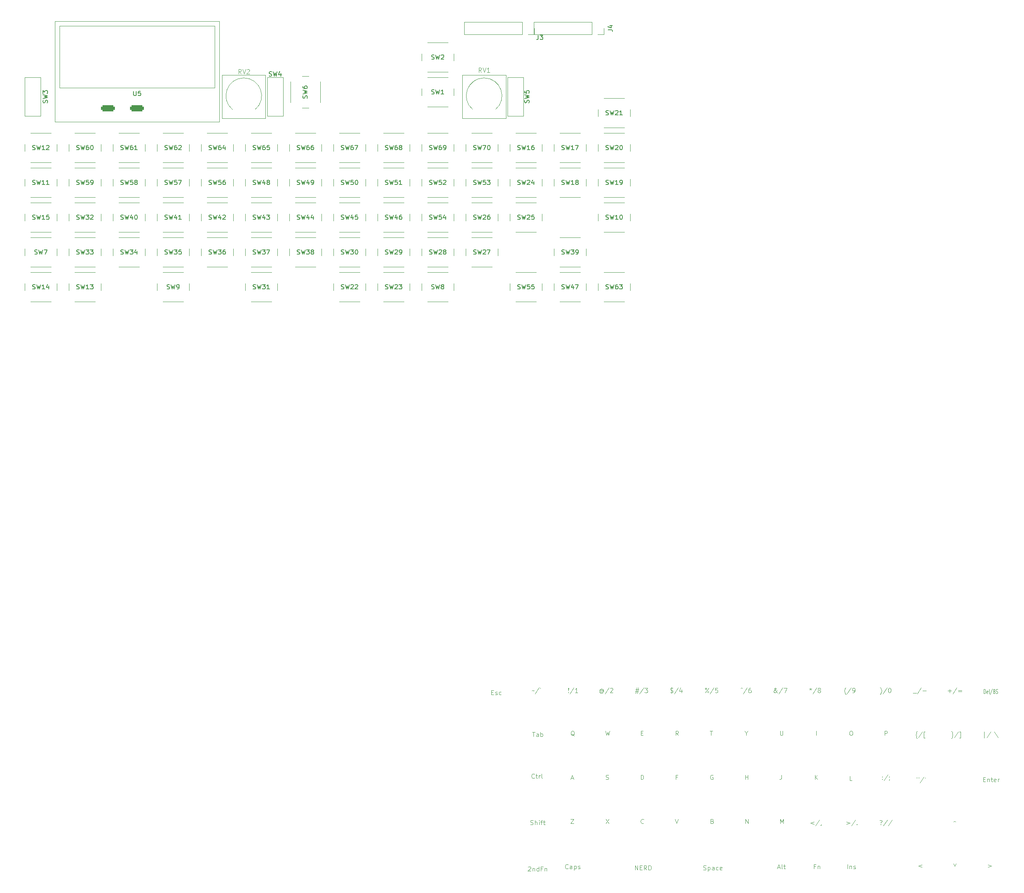
<source format=gto>
G04 #@! TF.GenerationSoftware,KiCad,Pcbnew,8.0.5*
G04 #@! TF.CreationDate,2025-01-19T00:45:48+09:00*
G04 #@! TF.ProjectId,NERD-HPC,4e455244-2d48-4504-932e-6b696361645f,rev?*
G04 #@! TF.SameCoordinates,Original*
G04 #@! TF.FileFunction,Legend,Top*
G04 #@! TF.FilePolarity,Positive*
%FSLAX46Y46*%
G04 Gerber Fmt 4.6, Leading zero omitted, Abs format (unit mm)*
G04 Created by KiCad (PCBNEW 8.0.5) date 2025-01-19 00:45:48*
%MOMM*%
%LPD*%
G01*
G04 APERTURE LIST*
G04 Aperture macros list*
%AMRoundRect*
0 Rectangle with rounded corners*
0 $1 Rounding radius*
0 $2 $3 $4 $5 $6 $7 $8 $9 X,Y pos of 4 corners*
0 Add a 4 corners polygon primitive as box body*
4,1,4,$2,$3,$4,$5,$6,$7,$8,$9,$2,$3,0*
0 Add four circle primitives for the rounded corners*
1,1,$1+$1,$2,$3*
1,1,$1+$1,$4,$5*
1,1,$1+$1,$6,$7*
1,1,$1+$1,$8,$9*
0 Add four rect primitives between the rounded corners*
20,1,$1+$1,$2,$3,$4,$5,0*
20,1,$1+$1,$4,$5,$6,$7,0*
20,1,$1+$1,$6,$7,$8,$9,0*
20,1,$1+$1,$8,$9,$2,$3,0*%
G04 Aperture macros list end*
%ADD10C,0.100000*%
%ADD11C,0.150000*%
%ADD12C,0.120000*%
%ADD13C,2.000000*%
%ADD14R,1.700000X1.700000*%
%ADD15O,1.700000X1.700000*%
%ADD16C,3.200000*%
%ADD17C,1.000000*%
%ADD18RoundRect,0.350000X-1.150000X-0.350000X1.150000X-0.350000X1.150000X0.350000X-1.150000X0.350000X0*%
%ADD19R,1.500000X1.500000*%
%ADD20C,1.600000*%
%ADD21C,1.524000*%
%ADD22C,0.650000*%
%ADD23O,1.000000X1.600000*%
%ADD24O,1.000000X2.100000*%
%ADD25R,1.800000X1.800000*%
%ADD26C,1.800000*%
%ADD27R,2.000000X2.000000*%
%ADD28R,1.600000X1.600000*%
%ADD29O,1.600000X1.600000*%
G04 APERTURE END LIST*
D10*
X193343884Y-219820609D02*
X193677217Y-219820609D01*
X193820074Y-220344419D02*
X193343884Y-220344419D01*
X193343884Y-220344419D02*
X193343884Y-219344419D01*
X193343884Y-219344419D02*
X193820074Y-219344419D01*
X194201027Y-220296800D02*
X194296265Y-220344419D01*
X194296265Y-220344419D02*
X194486741Y-220344419D01*
X194486741Y-220344419D02*
X194581979Y-220296800D01*
X194581979Y-220296800D02*
X194629598Y-220201561D01*
X194629598Y-220201561D02*
X194629598Y-220153942D01*
X194629598Y-220153942D02*
X194581979Y-220058704D01*
X194581979Y-220058704D02*
X194486741Y-220011085D01*
X194486741Y-220011085D02*
X194343884Y-220011085D01*
X194343884Y-220011085D02*
X194248646Y-219963466D01*
X194248646Y-219963466D02*
X194201027Y-219868228D01*
X194201027Y-219868228D02*
X194201027Y-219820609D01*
X194201027Y-219820609D02*
X194248646Y-219725371D01*
X194248646Y-219725371D02*
X194343884Y-219677752D01*
X194343884Y-219677752D02*
X194486741Y-219677752D01*
X194486741Y-219677752D02*
X194581979Y-219725371D01*
X195486741Y-220296800D02*
X195391503Y-220344419D01*
X195391503Y-220344419D02*
X195201027Y-220344419D01*
X195201027Y-220344419D02*
X195105789Y-220296800D01*
X195105789Y-220296800D02*
X195058170Y-220249180D01*
X195058170Y-220249180D02*
X195010551Y-220153942D01*
X195010551Y-220153942D02*
X195010551Y-219868228D01*
X195010551Y-219868228D02*
X195058170Y-219772990D01*
X195058170Y-219772990D02*
X195105789Y-219725371D01*
X195105789Y-219725371D02*
X195201027Y-219677752D01*
X195201027Y-219677752D02*
X195391503Y-219677752D01*
X195391503Y-219677752D02*
X195486741Y-219725371D01*
X247921027Y-218949657D02*
X248111503Y-218806800D01*
X248111503Y-218806800D02*
X248301979Y-218949657D01*
X249349598Y-218806800D02*
X248492456Y-220092514D01*
X250111503Y-218854419D02*
X249921027Y-218854419D01*
X249921027Y-218854419D02*
X249825789Y-218902038D01*
X249825789Y-218902038D02*
X249778170Y-218949657D01*
X249778170Y-218949657D02*
X249682932Y-219092514D01*
X249682932Y-219092514D02*
X249635313Y-219282990D01*
X249635313Y-219282990D02*
X249635313Y-219663942D01*
X249635313Y-219663942D02*
X249682932Y-219759180D01*
X249682932Y-219759180D02*
X249730551Y-219806800D01*
X249730551Y-219806800D02*
X249825789Y-219854419D01*
X249825789Y-219854419D02*
X250016265Y-219854419D01*
X250016265Y-219854419D02*
X250111503Y-219806800D01*
X250111503Y-219806800D02*
X250159122Y-219759180D01*
X250159122Y-219759180D02*
X250206741Y-219663942D01*
X250206741Y-219663942D02*
X250206741Y-219425847D01*
X250206741Y-219425847D02*
X250159122Y-219330609D01*
X250159122Y-219330609D02*
X250111503Y-219282990D01*
X250111503Y-219282990D02*
X250016265Y-219235371D01*
X250016265Y-219235371D02*
X249825789Y-219235371D01*
X249825789Y-219235371D02*
X249730551Y-219282990D01*
X249730551Y-219282990D02*
X249682932Y-219330609D01*
X249682932Y-219330609D02*
X249635313Y-219425847D01*
X202201027Y-219473466D02*
X202248646Y-219425847D01*
X202248646Y-219425847D02*
X202343884Y-219378228D01*
X202343884Y-219378228D02*
X202534360Y-219473466D01*
X202534360Y-219473466D02*
X202629598Y-219425847D01*
X202629598Y-219425847D02*
X202677217Y-219378228D01*
X203772455Y-218806800D02*
X202915313Y-220092514D01*
X203962932Y-218806800D02*
X204105789Y-218949657D01*
X218358646Y-228234419D02*
X218596741Y-229234419D01*
X218596741Y-229234419D02*
X218787217Y-228520133D01*
X218787217Y-228520133D02*
X218977693Y-229234419D01*
X218977693Y-229234419D02*
X219215789Y-228234419D01*
X210135312Y-258349180D02*
X210087693Y-258396800D01*
X210087693Y-258396800D02*
X209944836Y-258444419D01*
X209944836Y-258444419D02*
X209849598Y-258444419D01*
X209849598Y-258444419D02*
X209706741Y-258396800D01*
X209706741Y-258396800D02*
X209611503Y-258301561D01*
X209611503Y-258301561D02*
X209563884Y-258206323D01*
X209563884Y-258206323D02*
X209516265Y-258015847D01*
X209516265Y-258015847D02*
X209516265Y-257872990D01*
X209516265Y-257872990D02*
X209563884Y-257682514D01*
X209563884Y-257682514D02*
X209611503Y-257587276D01*
X209611503Y-257587276D02*
X209706741Y-257492038D01*
X209706741Y-257492038D02*
X209849598Y-257444419D01*
X209849598Y-257444419D02*
X209944836Y-257444419D01*
X209944836Y-257444419D02*
X210087693Y-257492038D01*
X210087693Y-257492038D02*
X210135312Y-257539657D01*
X210992455Y-258444419D02*
X210992455Y-257920609D01*
X210992455Y-257920609D02*
X210944836Y-257825371D01*
X210944836Y-257825371D02*
X210849598Y-257777752D01*
X210849598Y-257777752D02*
X210659122Y-257777752D01*
X210659122Y-257777752D02*
X210563884Y-257825371D01*
X210992455Y-258396800D02*
X210897217Y-258444419D01*
X210897217Y-258444419D02*
X210659122Y-258444419D01*
X210659122Y-258444419D02*
X210563884Y-258396800D01*
X210563884Y-258396800D02*
X210516265Y-258301561D01*
X210516265Y-258301561D02*
X210516265Y-258206323D01*
X210516265Y-258206323D02*
X210563884Y-258111085D01*
X210563884Y-258111085D02*
X210659122Y-258063466D01*
X210659122Y-258063466D02*
X210897217Y-258063466D01*
X210897217Y-258063466D02*
X210992455Y-258015847D01*
X211468646Y-257777752D02*
X211468646Y-258777752D01*
X211468646Y-257825371D02*
X211563884Y-257777752D01*
X211563884Y-257777752D02*
X211754360Y-257777752D01*
X211754360Y-257777752D02*
X211849598Y-257825371D01*
X211849598Y-257825371D02*
X211897217Y-257872990D01*
X211897217Y-257872990D02*
X211944836Y-257968228D01*
X211944836Y-257968228D02*
X211944836Y-258253942D01*
X211944836Y-258253942D02*
X211897217Y-258349180D01*
X211897217Y-258349180D02*
X211849598Y-258396800D01*
X211849598Y-258396800D02*
X211754360Y-258444419D01*
X211754360Y-258444419D02*
X211563884Y-258444419D01*
X211563884Y-258444419D02*
X211468646Y-258396800D01*
X212325789Y-258396800D02*
X212421027Y-258444419D01*
X212421027Y-258444419D02*
X212611503Y-258444419D01*
X212611503Y-258444419D02*
X212706741Y-258396800D01*
X212706741Y-258396800D02*
X212754360Y-258301561D01*
X212754360Y-258301561D02*
X212754360Y-258253942D01*
X212754360Y-258253942D02*
X212706741Y-258158704D01*
X212706741Y-258158704D02*
X212611503Y-258111085D01*
X212611503Y-258111085D02*
X212468646Y-258111085D01*
X212468646Y-258111085D02*
X212373408Y-258063466D01*
X212373408Y-258063466D02*
X212325789Y-257968228D01*
X212325789Y-257968228D02*
X212325789Y-257920609D01*
X212325789Y-257920609D02*
X212373408Y-257825371D01*
X212373408Y-257825371D02*
X212468646Y-257777752D01*
X212468646Y-257777752D02*
X212611503Y-257777752D01*
X212611503Y-257777752D02*
X212706741Y-257825371D01*
X224902265Y-219187752D02*
X225616550Y-219187752D01*
X225187979Y-218759180D02*
X224902265Y-220044895D01*
X225521312Y-219616323D02*
X224807027Y-219616323D01*
X225235598Y-220044895D02*
X225521312Y-218759180D01*
X226664169Y-218806800D02*
X225807027Y-220092514D01*
X226902265Y-218854419D02*
X227521312Y-218854419D01*
X227521312Y-218854419D02*
X227187979Y-219235371D01*
X227187979Y-219235371D02*
X227330836Y-219235371D01*
X227330836Y-219235371D02*
X227426074Y-219282990D01*
X227426074Y-219282990D02*
X227473693Y-219330609D01*
X227473693Y-219330609D02*
X227521312Y-219425847D01*
X227521312Y-219425847D02*
X227521312Y-219663942D01*
X227521312Y-219663942D02*
X227473693Y-219759180D01*
X227473693Y-219759180D02*
X227426074Y-219806800D01*
X227426074Y-219806800D02*
X227330836Y-219854419D01*
X227330836Y-219854419D02*
X227045122Y-219854419D01*
X227045122Y-219854419D02*
X226949884Y-219806800D01*
X226949884Y-219806800D02*
X226902265Y-219759180D01*
X241683217Y-248014609D02*
X241826074Y-248062228D01*
X241826074Y-248062228D02*
X241873693Y-248109847D01*
X241873693Y-248109847D02*
X241921312Y-248205085D01*
X241921312Y-248205085D02*
X241921312Y-248347942D01*
X241921312Y-248347942D02*
X241873693Y-248443180D01*
X241873693Y-248443180D02*
X241826074Y-248490800D01*
X241826074Y-248490800D02*
X241730836Y-248538419D01*
X241730836Y-248538419D02*
X241349884Y-248538419D01*
X241349884Y-248538419D02*
X241349884Y-247538419D01*
X241349884Y-247538419D02*
X241683217Y-247538419D01*
X241683217Y-247538419D02*
X241778455Y-247586038D01*
X241778455Y-247586038D02*
X241826074Y-247633657D01*
X241826074Y-247633657D02*
X241873693Y-247728895D01*
X241873693Y-247728895D02*
X241873693Y-247824133D01*
X241873693Y-247824133D02*
X241826074Y-247919371D01*
X241826074Y-247919371D02*
X241778455Y-247966990D01*
X241778455Y-247966990D02*
X241683217Y-248014609D01*
X241683217Y-248014609D02*
X241349884Y-248014609D01*
X301003884Y-238870609D02*
X301337217Y-238870609D01*
X301480074Y-239394419D02*
X301003884Y-239394419D01*
X301003884Y-239394419D02*
X301003884Y-238394419D01*
X301003884Y-238394419D02*
X301480074Y-238394419D01*
X301908646Y-238727752D02*
X301908646Y-239394419D01*
X301908646Y-238822990D02*
X301956265Y-238775371D01*
X301956265Y-238775371D02*
X302051503Y-238727752D01*
X302051503Y-238727752D02*
X302194360Y-238727752D01*
X302194360Y-238727752D02*
X302289598Y-238775371D01*
X302289598Y-238775371D02*
X302337217Y-238870609D01*
X302337217Y-238870609D02*
X302337217Y-239394419D01*
X302670551Y-238727752D02*
X303051503Y-238727752D01*
X302813408Y-238394419D02*
X302813408Y-239251561D01*
X302813408Y-239251561D02*
X302861027Y-239346800D01*
X302861027Y-239346800D02*
X302956265Y-239394419D01*
X302956265Y-239394419D02*
X303051503Y-239394419D01*
X303765789Y-239346800D02*
X303670551Y-239394419D01*
X303670551Y-239394419D02*
X303480075Y-239394419D01*
X303480075Y-239394419D02*
X303384837Y-239346800D01*
X303384837Y-239346800D02*
X303337218Y-239251561D01*
X303337218Y-239251561D02*
X303337218Y-238870609D01*
X303337218Y-238870609D02*
X303384837Y-238775371D01*
X303384837Y-238775371D02*
X303480075Y-238727752D01*
X303480075Y-238727752D02*
X303670551Y-238727752D01*
X303670551Y-238727752D02*
X303765789Y-238775371D01*
X303765789Y-238775371D02*
X303813408Y-238870609D01*
X303813408Y-238870609D02*
X303813408Y-238965847D01*
X303813408Y-238965847D02*
X303337218Y-239061085D01*
X304241980Y-239394419D02*
X304241980Y-238727752D01*
X304241980Y-238918228D02*
X304289599Y-238822990D01*
X304289599Y-238822990D02*
X304337218Y-238775371D01*
X304337218Y-238775371D02*
X304432456Y-238727752D01*
X304432456Y-238727752D02*
X304527694Y-238727752D01*
X264173884Y-238886419D02*
X264173884Y-237886419D01*
X264745312Y-238886419D02*
X264316741Y-238314990D01*
X264745312Y-237886419D02*
X264173884Y-238457847D01*
X202309027Y-228488419D02*
X202880455Y-228488419D01*
X202594741Y-229488419D02*
X202594741Y-228488419D01*
X203642360Y-229488419D02*
X203642360Y-228964609D01*
X203642360Y-228964609D02*
X203594741Y-228869371D01*
X203594741Y-228869371D02*
X203499503Y-228821752D01*
X203499503Y-228821752D02*
X203309027Y-228821752D01*
X203309027Y-228821752D02*
X203213789Y-228869371D01*
X203642360Y-229440800D02*
X203547122Y-229488419D01*
X203547122Y-229488419D02*
X203309027Y-229488419D01*
X203309027Y-229488419D02*
X203213789Y-229440800D01*
X203213789Y-229440800D02*
X203166170Y-229345561D01*
X203166170Y-229345561D02*
X203166170Y-229250323D01*
X203166170Y-229250323D02*
X203213789Y-229155085D01*
X203213789Y-229155085D02*
X203309027Y-229107466D01*
X203309027Y-229107466D02*
X203547122Y-229107466D01*
X203547122Y-229107466D02*
X203642360Y-229059847D01*
X204118551Y-229488419D02*
X204118551Y-228488419D01*
X204118551Y-228869371D02*
X204213789Y-228821752D01*
X204213789Y-228821752D02*
X204404265Y-228821752D01*
X204404265Y-228821752D02*
X204499503Y-228869371D01*
X204499503Y-228869371D02*
X204547122Y-228916990D01*
X204547122Y-228916990D02*
X204594741Y-229012228D01*
X204594741Y-229012228D02*
X204594741Y-229297942D01*
X204594741Y-229297942D02*
X204547122Y-229393180D01*
X204547122Y-229393180D02*
X204499503Y-229440800D01*
X204499503Y-229440800D02*
X204404265Y-229488419D01*
X204404265Y-229488419D02*
X204213789Y-229488419D01*
X204213789Y-229488419D02*
X204118551Y-229440800D01*
X264253217Y-257920609D02*
X263919884Y-257920609D01*
X263919884Y-258444419D02*
X263919884Y-257444419D01*
X263919884Y-257444419D02*
X264396074Y-257444419D01*
X264777027Y-257777752D02*
X264777027Y-258444419D01*
X264777027Y-257872990D02*
X264824646Y-257825371D01*
X264824646Y-257825371D02*
X264919884Y-257777752D01*
X264919884Y-257777752D02*
X265062741Y-257777752D01*
X265062741Y-257777752D02*
X265157979Y-257825371D01*
X265157979Y-257825371D02*
X265205598Y-257920609D01*
X265205598Y-257920609D02*
X265205598Y-258444419D01*
X201896265Y-248744800D02*
X202039122Y-248792419D01*
X202039122Y-248792419D02*
X202277217Y-248792419D01*
X202277217Y-248792419D02*
X202372455Y-248744800D01*
X202372455Y-248744800D02*
X202420074Y-248697180D01*
X202420074Y-248697180D02*
X202467693Y-248601942D01*
X202467693Y-248601942D02*
X202467693Y-248506704D01*
X202467693Y-248506704D02*
X202420074Y-248411466D01*
X202420074Y-248411466D02*
X202372455Y-248363847D01*
X202372455Y-248363847D02*
X202277217Y-248316228D01*
X202277217Y-248316228D02*
X202086741Y-248268609D01*
X202086741Y-248268609D02*
X201991503Y-248220990D01*
X201991503Y-248220990D02*
X201943884Y-248173371D01*
X201943884Y-248173371D02*
X201896265Y-248078133D01*
X201896265Y-248078133D02*
X201896265Y-247982895D01*
X201896265Y-247982895D02*
X201943884Y-247887657D01*
X201943884Y-247887657D02*
X201991503Y-247840038D01*
X201991503Y-247840038D02*
X202086741Y-247792419D01*
X202086741Y-247792419D02*
X202324836Y-247792419D01*
X202324836Y-247792419D02*
X202467693Y-247840038D01*
X202896265Y-248792419D02*
X202896265Y-247792419D01*
X203324836Y-248792419D02*
X203324836Y-248268609D01*
X203324836Y-248268609D02*
X203277217Y-248173371D01*
X203277217Y-248173371D02*
X203181979Y-248125752D01*
X203181979Y-248125752D02*
X203039122Y-248125752D01*
X203039122Y-248125752D02*
X202943884Y-248173371D01*
X202943884Y-248173371D02*
X202896265Y-248220990D01*
X203801027Y-248792419D02*
X203801027Y-248125752D01*
X203801027Y-247792419D02*
X203753408Y-247840038D01*
X203753408Y-247840038D02*
X203801027Y-247887657D01*
X203801027Y-247887657D02*
X203848646Y-247840038D01*
X203848646Y-247840038D02*
X203801027Y-247792419D01*
X203801027Y-247792419D02*
X203801027Y-247887657D01*
X204134360Y-248125752D02*
X204515312Y-248125752D01*
X204277217Y-248792419D02*
X204277217Y-247935276D01*
X204277217Y-247935276D02*
X204324836Y-247840038D01*
X204324836Y-247840038D02*
X204420074Y-247792419D01*
X204420074Y-247792419D02*
X204515312Y-247792419D01*
X204705789Y-248125752D02*
X205086741Y-248125752D01*
X204848646Y-247792419D02*
X204848646Y-248649561D01*
X204848646Y-248649561D02*
X204896265Y-248744800D01*
X204896265Y-248744800D02*
X204991503Y-248792419D01*
X204991503Y-248792419D02*
X205086741Y-248792419D01*
X234265312Y-229234419D02*
X233931979Y-228758228D01*
X233693884Y-229234419D02*
X233693884Y-228234419D01*
X233693884Y-228234419D02*
X234074836Y-228234419D01*
X234074836Y-228234419D02*
X234170074Y-228282038D01*
X234170074Y-228282038D02*
X234217693Y-228329657D01*
X234217693Y-228329657D02*
X234265312Y-228424895D01*
X234265312Y-228424895D02*
X234265312Y-228567752D01*
X234265312Y-228567752D02*
X234217693Y-228662990D01*
X234217693Y-228662990D02*
X234170074Y-228710609D01*
X234170074Y-228710609D02*
X234074836Y-228758228D01*
X234074836Y-228758228D02*
X233693884Y-228758228D01*
X302019884Y-257523752D02*
X302781789Y-257809466D01*
X302781789Y-257809466D02*
X302019884Y-258095180D01*
X294050646Y-229869371D02*
X294098265Y-229869371D01*
X294098265Y-229869371D02*
X294193503Y-229821752D01*
X294193503Y-229821752D02*
X294241122Y-229726514D01*
X294241122Y-229726514D02*
X294241122Y-229250323D01*
X294241122Y-229250323D02*
X294288741Y-229155085D01*
X294288741Y-229155085D02*
X294383979Y-229107466D01*
X294383979Y-229107466D02*
X294288741Y-229059847D01*
X294288741Y-229059847D02*
X294241122Y-228964609D01*
X294241122Y-228964609D02*
X294241122Y-228488419D01*
X294241122Y-228488419D02*
X294193503Y-228393180D01*
X294193503Y-228393180D02*
X294098265Y-228345561D01*
X294098265Y-228345561D02*
X294050646Y-228345561D01*
X295526836Y-228440800D02*
X294669694Y-229726514D01*
X295764932Y-229821752D02*
X296003027Y-229821752D01*
X296003027Y-229821752D02*
X296003027Y-228393180D01*
X296003027Y-228393180D02*
X295764932Y-228393180D01*
X256839598Y-237886419D02*
X256839598Y-238600704D01*
X256839598Y-238600704D02*
X256791979Y-238743561D01*
X256791979Y-238743561D02*
X256696741Y-238838800D01*
X256696741Y-238838800D02*
X256553884Y-238886419D01*
X256553884Y-238886419D02*
X256458646Y-238886419D01*
X234027217Y-238362609D02*
X233693884Y-238362609D01*
X233693884Y-238886419D02*
X233693884Y-237886419D01*
X233693884Y-237886419D02*
X234170074Y-237886419D01*
X248969884Y-248538419D02*
X248969884Y-247538419D01*
X248969884Y-247538419D02*
X249541312Y-248538419D01*
X249541312Y-248538419D02*
X249541312Y-247538419D01*
X218406265Y-238838800D02*
X218549122Y-238886419D01*
X218549122Y-238886419D02*
X218787217Y-238886419D01*
X218787217Y-238886419D02*
X218882455Y-238838800D01*
X218882455Y-238838800D02*
X218930074Y-238791180D01*
X218930074Y-238791180D02*
X218977693Y-238695942D01*
X218977693Y-238695942D02*
X218977693Y-238600704D01*
X218977693Y-238600704D02*
X218930074Y-238505466D01*
X218930074Y-238505466D02*
X218882455Y-238457847D01*
X218882455Y-238457847D02*
X218787217Y-238410228D01*
X218787217Y-238410228D02*
X218596741Y-238362609D01*
X218596741Y-238362609D02*
X218501503Y-238314990D01*
X218501503Y-238314990D02*
X218453884Y-238267371D01*
X218453884Y-238267371D02*
X218406265Y-238172133D01*
X218406265Y-238172133D02*
X218406265Y-238076895D01*
X218406265Y-238076895D02*
X218453884Y-237981657D01*
X218453884Y-237981657D02*
X218501503Y-237934038D01*
X218501503Y-237934038D02*
X218596741Y-237886419D01*
X218596741Y-237886419D02*
X218834836Y-237886419D01*
X218834836Y-237886419D02*
X218977693Y-237934038D01*
X263955789Y-248125752D02*
X263193884Y-248411466D01*
X263193884Y-248411466D02*
X263955789Y-248697180D01*
X265146264Y-247744800D02*
X264289122Y-249030514D01*
X265527217Y-248744800D02*
X265527217Y-248792419D01*
X265527217Y-248792419D02*
X265479598Y-248887657D01*
X265479598Y-248887657D02*
X265431979Y-248935276D01*
X226681312Y-248443180D02*
X226633693Y-248490800D01*
X226633693Y-248490800D02*
X226490836Y-248538419D01*
X226490836Y-248538419D02*
X226395598Y-248538419D01*
X226395598Y-248538419D02*
X226252741Y-248490800D01*
X226252741Y-248490800D02*
X226157503Y-248395561D01*
X226157503Y-248395561D02*
X226109884Y-248300323D01*
X226109884Y-248300323D02*
X226062265Y-248109847D01*
X226062265Y-248109847D02*
X226062265Y-247966990D01*
X226062265Y-247966990D02*
X226109884Y-247776514D01*
X226109884Y-247776514D02*
X226157503Y-247681276D01*
X226157503Y-247681276D02*
X226252741Y-247586038D01*
X226252741Y-247586038D02*
X226395598Y-247538419D01*
X226395598Y-247538419D02*
X226490836Y-247538419D01*
X226490836Y-247538419D02*
X226633693Y-247586038D01*
X226633693Y-247586038D02*
X226681312Y-247633657D01*
X218394646Y-247538419D02*
X219061312Y-248538419D01*
X219061312Y-247538419D02*
X218394646Y-248538419D01*
X301241979Y-229821752D02*
X301241979Y-228393180D01*
X302670550Y-228440800D02*
X301813408Y-229726514D01*
X303432455Y-228393180D02*
X304289598Y-229678895D01*
X301162646Y-220090419D02*
X301162646Y-219090419D01*
X301162646Y-219090419D02*
X301305503Y-219090419D01*
X301305503Y-219090419D02*
X301391217Y-219138038D01*
X301391217Y-219138038D02*
X301448360Y-219233276D01*
X301448360Y-219233276D02*
X301476931Y-219328514D01*
X301476931Y-219328514D02*
X301505503Y-219518990D01*
X301505503Y-219518990D02*
X301505503Y-219661847D01*
X301505503Y-219661847D02*
X301476931Y-219852323D01*
X301476931Y-219852323D02*
X301448360Y-219947561D01*
X301448360Y-219947561D02*
X301391217Y-220042800D01*
X301391217Y-220042800D02*
X301305503Y-220090419D01*
X301305503Y-220090419D02*
X301162646Y-220090419D01*
X301991217Y-220042800D02*
X301934074Y-220090419D01*
X301934074Y-220090419D02*
X301819789Y-220090419D01*
X301819789Y-220090419D02*
X301762646Y-220042800D01*
X301762646Y-220042800D02*
X301734074Y-219947561D01*
X301734074Y-219947561D02*
X301734074Y-219566609D01*
X301734074Y-219566609D02*
X301762646Y-219471371D01*
X301762646Y-219471371D02*
X301819789Y-219423752D01*
X301819789Y-219423752D02*
X301934074Y-219423752D01*
X301934074Y-219423752D02*
X301991217Y-219471371D01*
X301991217Y-219471371D02*
X302019789Y-219566609D01*
X302019789Y-219566609D02*
X302019789Y-219661847D01*
X302019789Y-219661847D02*
X301734074Y-219757085D01*
X302362646Y-220090419D02*
X302305503Y-220042800D01*
X302305503Y-220042800D02*
X302276932Y-219947561D01*
X302276932Y-219947561D02*
X302276932Y-219090419D01*
X303019789Y-219042800D02*
X302505503Y-220328514D01*
X303419789Y-219566609D02*
X303505503Y-219614228D01*
X303505503Y-219614228D02*
X303534074Y-219661847D01*
X303534074Y-219661847D02*
X303562646Y-219757085D01*
X303562646Y-219757085D02*
X303562646Y-219899942D01*
X303562646Y-219899942D02*
X303534074Y-219995180D01*
X303534074Y-219995180D02*
X303505503Y-220042800D01*
X303505503Y-220042800D02*
X303448360Y-220090419D01*
X303448360Y-220090419D02*
X303219789Y-220090419D01*
X303219789Y-220090419D02*
X303219789Y-219090419D01*
X303219789Y-219090419D02*
X303419789Y-219090419D01*
X303419789Y-219090419D02*
X303476932Y-219138038D01*
X303476932Y-219138038D02*
X303505503Y-219185657D01*
X303505503Y-219185657D02*
X303534074Y-219280895D01*
X303534074Y-219280895D02*
X303534074Y-219376133D01*
X303534074Y-219376133D02*
X303505503Y-219471371D01*
X303505503Y-219471371D02*
X303476932Y-219518990D01*
X303476932Y-219518990D02*
X303419789Y-219566609D01*
X303419789Y-219566609D02*
X303219789Y-219566609D01*
X303791217Y-220042800D02*
X303876932Y-220090419D01*
X303876932Y-220090419D02*
X304019789Y-220090419D01*
X304019789Y-220090419D02*
X304076932Y-220042800D01*
X304076932Y-220042800D02*
X304105503Y-219995180D01*
X304105503Y-219995180D02*
X304134074Y-219899942D01*
X304134074Y-219899942D02*
X304134074Y-219804704D01*
X304134074Y-219804704D02*
X304105503Y-219709466D01*
X304105503Y-219709466D02*
X304076932Y-219661847D01*
X304076932Y-219661847D02*
X304019789Y-219614228D01*
X304019789Y-219614228D02*
X303905503Y-219566609D01*
X303905503Y-219566609D02*
X303848360Y-219518990D01*
X303848360Y-219518990D02*
X303819789Y-219471371D01*
X303819789Y-219471371D02*
X303791217Y-219376133D01*
X303791217Y-219376133D02*
X303791217Y-219280895D01*
X303791217Y-219280895D02*
X303819789Y-219185657D01*
X303819789Y-219185657D02*
X303848360Y-219138038D01*
X303848360Y-219138038D02*
X303905503Y-219090419D01*
X303905503Y-219090419D02*
X304048360Y-219090419D01*
X304048360Y-219090419D02*
X304134074Y-219138038D01*
X271067884Y-248125752D02*
X271829789Y-248411466D01*
X271829789Y-248411466D02*
X271067884Y-248697180D01*
X273020264Y-247744800D02*
X272163122Y-249030514D01*
X273353598Y-248697180D02*
X273401217Y-248744800D01*
X273401217Y-248744800D02*
X273353598Y-248792419D01*
X273353598Y-248792419D02*
X273305979Y-248744800D01*
X273305979Y-248744800D02*
X273353598Y-248697180D01*
X273353598Y-248697180D02*
X273353598Y-248792419D01*
X271984360Y-228234419D02*
X272174836Y-228234419D01*
X272174836Y-228234419D02*
X272270074Y-228282038D01*
X272270074Y-228282038D02*
X272365312Y-228377276D01*
X272365312Y-228377276D02*
X272412931Y-228567752D01*
X272412931Y-228567752D02*
X272412931Y-228901085D01*
X272412931Y-228901085D02*
X272365312Y-229091561D01*
X272365312Y-229091561D02*
X272270074Y-229186800D01*
X272270074Y-229186800D02*
X272174836Y-229234419D01*
X272174836Y-229234419D02*
X271984360Y-229234419D01*
X271984360Y-229234419D02*
X271889122Y-229186800D01*
X271889122Y-229186800D02*
X271793884Y-229091561D01*
X271793884Y-229091561D02*
X271746265Y-228901085D01*
X271746265Y-228901085D02*
X271746265Y-228567752D01*
X271746265Y-228567752D02*
X271793884Y-228377276D01*
X271793884Y-228377276D02*
X271889122Y-228282038D01*
X271889122Y-228282038D02*
X271984360Y-228234419D01*
X286557598Y-229869371D02*
X286509979Y-229869371D01*
X286509979Y-229869371D02*
X286414741Y-229821752D01*
X286414741Y-229821752D02*
X286367122Y-229726514D01*
X286367122Y-229726514D02*
X286367122Y-229250323D01*
X286367122Y-229250323D02*
X286319503Y-229155085D01*
X286319503Y-229155085D02*
X286224265Y-229107466D01*
X286224265Y-229107466D02*
X286319503Y-229059847D01*
X286319503Y-229059847D02*
X286367122Y-228964609D01*
X286367122Y-228964609D02*
X286367122Y-228488419D01*
X286367122Y-228488419D02*
X286414741Y-228393180D01*
X286414741Y-228393180D02*
X286509979Y-228345561D01*
X286509979Y-228345561D02*
X286557598Y-228345561D01*
X287652836Y-228440800D02*
X286795694Y-229726514D01*
X288271884Y-229821752D02*
X288033789Y-229821752D01*
X288033789Y-229821752D02*
X288033789Y-228393180D01*
X288033789Y-228393180D02*
X288271884Y-228393180D01*
X232522265Y-219806800D02*
X232665122Y-219854419D01*
X232665122Y-219854419D02*
X232903217Y-219854419D01*
X232903217Y-219854419D02*
X232998455Y-219806800D01*
X232998455Y-219806800D02*
X233046074Y-219759180D01*
X233046074Y-219759180D02*
X233093693Y-219663942D01*
X233093693Y-219663942D02*
X233093693Y-219568704D01*
X233093693Y-219568704D02*
X233046074Y-219473466D01*
X233046074Y-219473466D02*
X232998455Y-219425847D01*
X232998455Y-219425847D02*
X232903217Y-219378228D01*
X232903217Y-219378228D02*
X232712741Y-219330609D01*
X232712741Y-219330609D02*
X232617503Y-219282990D01*
X232617503Y-219282990D02*
X232569884Y-219235371D01*
X232569884Y-219235371D02*
X232522265Y-219140133D01*
X232522265Y-219140133D02*
X232522265Y-219044895D01*
X232522265Y-219044895D02*
X232569884Y-218949657D01*
X232569884Y-218949657D02*
X232617503Y-218902038D01*
X232617503Y-218902038D02*
X232712741Y-218854419D01*
X232712741Y-218854419D02*
X232950836Y-218854419D01*
X232950836Y-218854419D02*
X233093693Y-218902038D01*
X232807979Y-218711561D02*
X232807979Y-219997276D01*
X234236550Y-218806800D02*
X233379408Y-220092514D01*
X234998455Y-219187752D02*
X234998455Y-219854419D01*
X234760360Y-218806800D02*
X234522265Y-219521085D01*
X234522265Y-219521085D02*
X235141312Y-219521085D01*
X226073884Y-228710609D02*
X226407217Y-228710609D01*
X226550074Y-229234419D02*
X226073884Y-229234419D01*
X226073884Y-229234419D02*
X226073884Y-228234419D01*
X226073884Y-228234419D02*
X226550074Y-228234419D01*
X278905884Y-238791180D02*
X278953503Y-238838800D01*
X278953503Y-238838800D02*
X278905884Y-238886419D01*
X278905884Y-238886419D02*
X278858265Y-238838800D01*
X278858265Y-238838800D02*
X278905884Y-238791180D01*
X278905884Y-238791180D02*
X278905884Y-238886419D01*
X278905884Y-238267371D02*
X278953503Y-238314990D01*
X278953503Y-238314990D02*
X278905884Y-238362609D01*
X278905884Y-238362609D02*
X278858265Y-238314990D01*
X278858265Y-238314990D02*
X278905884Y-238267371D01*
X278905884Y-238267371D02*
X278905884Y-238362609D01*
X280096359Y-237838800D02*
X279239217Y-239124514D01*
X280477312Y-238838800D02*
X280477312Y-238886419D01*
X280477312Y-238886419D02*
X280429693Y-238981657D01*
X280429693Y-238981657D02*
X280382074Y-239029276D01*
X280429693Y-238267371D02*
X280477312Y-238314990D01*
X280477312Y-238314990D02*
X280429693Y-238362609D01*
X280429693Y-238362609D02*
X280382074Y-238314990D01*
X280382074Y-238314990D02*
X280429693Y-238267371D01*
X280429693Y-238267371D02*
X280429693Y-238362609D01*
X264427884Y-229234419D02*
X264427884Y-228234419D01*
X217694931Y-219378228D02*
X217647312Y-219330609D01*
X217647312Y-219330609D02*
X217552074Y-219282990D01*
X217552074Y-219282990D02*
X217456836Y-219282990D01*
X217456836Y-219282990D02*
X217361598Y-219330609D01*
X217361598Y-219330609D02*
X217313979Y-219378228D01*
X217313979Y-219378228D02*
X217266360Y-219473466D01*
X217266360Y-219473466D02*
X217266360Y-219568704D01*
X217266360Y-219568704D02*
X217313979Y-219663942D01*
X217313979Y-219663942D02*
X217361598Y-219711561D01*
X217361598Y-219711561D02*
X217456836Y-219759180D01*
X217456836Y-219759180D02*
X217552074Y-219759180D01*
X217552074Y-219759180D02*
X217647312Y-219711561D01*
X217647312Y-219711561D02*
X217694931Y-219663942D01*
X217694931Y-219282990D02*
X217694931Y-219663942D01*
X217694931Y-219663942D02*
X217742550Y-219711561D01*
X217742550Y-219711561D02*
X217790169Y-219711561D01*
X217790169Y-219711561D02*
X217885408Y-219663942D01*
X217885408Y-219663942D02*
X217933027Y-219568704D01*
X217933027Y-219568704D02*
X217933027Y-219330609D01*
X217933027Y-219330609D02*
X217837789Y-219187752D01*
X217837789Y-219187752D02*
X217694931Y-219092514D01*
X217694931Y-219092514D02*
X217504455Y-219044895D01*
X217504455Y-219044895D02*
X217313979Y-219092514D01*
X217313979Y-219092514D02*
X217171122Y-219187752D01*
X217171122Y-219187752D02*
X217075884Y-219330609D01*
X217075884Y-219330609D02*
X217028265Y-219521085D01*
X217028265Y-219521085D02*
X217075884Y-219711561D01*
X217075884Y-219711561D02*
X217171122Y-219854419D01*
X217171122Y-219854419D02*
X217313979Y-219949657D01*
X217313979Y-219949657D02*
X217504455Y-219997276D01*
X217504455Y-219997276D02*
X217694931Y-219949657D01*
X217694931Y-219949657D02*
X217837789Y-219854419D01*
X219075883Y-218806800D02*
X218218741Y-220092514D01*
X219361598Y-218949657D02*
X219409217Y-218902038D01*
X219409217Y-218902038D02*
X219504455Y-218854419D01*
X219504455Y-218854419D02*
X219742550Y-218854419D01*
X219742550Y-218854419D02*
X219837788Y-218902038D01*
X219837788Y-218902038D02*
X219885407Y-218949657D01*
X219885407Y-218949657D02*
X219933026Y-219044895D01*
X219933026Y-219044895D02*
X219933026Y-219140133D01*
X219933026Y-219140133D02*
X219885407Y-219282990D01*
X219885407Y-219282990D02*
X219313979Y-219854419D01*
X219313979Y-219854419D02*
X219933026Y-219854419D01*
X270955598Y-220235371D02*
X270907979Y-220187752D01*
X270907979Y-220187752D02*
X270812741Y-220044895D01*
X270812741Y-220044895D02*
X270765122Y-219949657D01*
X270765122Y-219949657D02*
X270717503Y-219806800D01*
X270717503Y-219806800D02*
X270669884Y-219568704D01*
X270669884Y-219568704D02*
X270669884Y-219378228D01*
X270669884Y-219378228D02*
X270717503Y-219140133D01*
X270717503Y-219140133D02*
X270765122Y-218997276D01*
X270765122Y-218997276D02*
X270812741Y-218902038D01*
X270812741Y-218902038D02*
X270907979Y-218759180D01*
X270907979Y-218759180D02*
X270955598Y-218711561D01*
X272050836Y-218806800D02*
X271193694Y-220092514D01*
X272431789Y-219854419D02*
X272622265Y-219854419D01*
X272622265Y-219854419D02*
X272717503Y-219806800D01*
X272717503Y-219806800D02*
X272765122Y-219759180D01*
X272765122Y-219759180D02*
X272860360Y-219616323D01*
X272860360Y-219616323D02*
X272907979Y-219425847D01*
X272907979Y-219425847D02*
X272907979Y-219044895D01*
X272907979Y-219044895D02*
X272860360Y-218949657D01*
X272860360Y-218949657D02*
X272812741Y-218902038D01*
X272812741Y-218902038D02*
X272717503Y-218854419D01*
X272717503Y-218854419D02*
X272527027Y-218854419D01*
X272527027Y-218854419D02*
X272431789Y-218902038D01*
X272431789Y-218902038D02*
X272384170Y-218949657D01*
X272384170Y-218949657D02*
X272336551Y-219044895D01*
X272336551Y-219044895D02*
X272336551Y-219282990D01*
X272336551Y-219282990D02*
X272384170Y-219378228D01*
X272384170Y-219378228D02*
X272431789Y-219425847D01*
X272431789Y-219425847D02*
X272527027Y-219473466D01*
X272527027Y-219473466D02*
X272717503Y-219473466D01*
X272717503Y-219473466D02*
X272812741Y-219425847D01*
X272812741Y-219425847D02*
X272860360Y-219378228D01*
X272860360Y-219378228D02*
X272907979Y-219282990D01*
X293275884Y-219473466D02*
X294037789Y-219473466D01*
X293656836Y-219854419D02*
X293656836Y-219092514D01*
X295228264Y-218806800D02*
X294371122Y-220092514D01*
X295561598Y-219330609D02*
X296323503Y-219330609D01*
X296323503Y-219616323D02*
X295561598Y-219616323D01*
X241837693Y-237934038D02*
X241742455Y-237886419D01*
X241742455Y-237886419D02*
X241599598Y-237886419D01*
X241599598Y-237886419D02*
X241456741Y-237934038D01*
X241456741Y-237934038D02*
X241361503Y-238029276D01*
X241361503Y-238029276D02*
X241313884Y-238124514D01*
X241313884Y-238124514D02*
X241266265Y-238314990D01*
X241266265Y-238314990D02*
X241266265Y-238457847D01*
X241266265Y-238457847D02*
X241313884Y-238648323D01*
X241313884Y-238648323D02*
X241361503Y-238743561D01*
X241361503Y-238743561D02*
X241456741Y-238838800D01*
X241456741Y-238838800D02*
X241599598Y-238886419D01*
X241599598Y-238886419D02*
X241694836Y-238886419D01*
X241694836Y-238886419D02*
X241837693Y-238838800D01*
X241837693Y-238838800D02*
X241885312Y-238791180D01*
X241885312Y-238791180D02*
X241885312Y-238457847D01*
X241885312Y-238457847D02*
X241694836Y-238457847D01*
X201388265Y-258047657D02*
X201435884Y-258000038D01*
X201435884Y-258000038D02*
X201531122Y-257952419D01*
X201531122Y-257952419D02*
X201769217Y-257952419D01*
X201769217Y-257952419D02*
X201864455Y-258000038D01*
X201864455Y-258000038D02*
X201912074Y-258047657D01*
X201912074Y-258047657D02*
X201959693Y-258142895D01*
X201959693Y-258142895D02*
X201959693Y-258238133D01*
X201959693Y-258238133D02*
X201912074Y-258380990D01*
X201912074Y-258380990D02*
X201340646Y-258952419D01*
X201340646Y-258952419D02*
X201959693Y-258952419D01*
X202388265Y-258285752D02*
X202388265Y-258952419D01*
X202388265Y-258380990D02*
X202435884Y-258333371D01*
X202435884Y-258333371D02*
X202531122Y-258285752D01*
X202531122Y-258285752D02*
X202673979Y-258285752D01*
X202673979Y-258285752D02*
X202769217Y-258333371D01*
X202769217Y-258333371D02*
X202816836Y-258428609D01*
X202816836Y-258428609D02*
X202816836Y-258952419D01*
X203721598Y-258952419D02*
X203721598Y-257952419D01*
X203721598Y-258904800D02*
X203626360Y-258952419D01*
X203626360Y-258952419D02*
X203435884Y-258952419D01*
X203435884Y-258952419D02*
X203340646Y-258904800D01*
X203340646Y-258904800D02*
X203293027Y-258857180D01*
X203293027Y-258857180D02*
X203245408Y-258761942D01*
X203245408Y-258761942D02*
X203245408Y-258476228D01*
X203245408Y-258476228D02*
X203293027Y-258380990D01*
X203293027Y-258380990D02*
X203340646Y-258333371D01*
X203340646Y-258333371D02*
X203435884Y-258285752D01*
X203435884Y-258285752D02*
X203626360Y-258285752D01*
X203626360Y-258285752D02*
X203721598Y-258333371D01*
X204531122Y-258428609D02*
X204197789Y-258428609D01*
X204197789Y-258952419D02*
X204197789Y-257952419D01*
X204197789Y-257952419D02*
X204673979Y-257952419D01*
X205054932Y-258285752D02*
X205054932Y-258952419D01*
X205054932Y-258380990D02*
X205102551Y-258333371D01*
X205102551Y-258333371D02*
X205197789Y-258285752D01*
X205197789Y-258285752D02*
X205340646Y-258285752D01*
X205340646Y-258285752D02*
X205435884Y-258333371D01*
X205435884Y-258333371D02*
X205483503Y-258428609D01*
X205483503Y-258428609D02*
X205483503Y-258952419D01*
X224803884Y-258698419D02*
X224803884Y-257698419D01*
X224803884Y-257698419D02*
X225375312Y-258698419D01*
X225375312Y-258698419D02*
X225375312Y-257698419D01*
X225851503Y-258174609D02*
X226184836Y-258174609D01*
X226327693Y-258698419D02*
X225851503Y-258698419D01*
X225851503Y-258698419D02*
X225851503Y-257698419D01*
X225851503Y-257698419D02*
X226327693Y-257698419D01*
X227327693Y-258698419D02*
X226994360Y-258222228D01*
X226756265Y-258698419D02*
X226756265Y-257698419D01*
X226756265Y-257698419D02*
X227137217Y-257698419D01*
X227137217Y-257698419D02*
X227232455Y-257746038D01*
X227232455Y-257746038D02*
X227280074Y-257793657D01*
X227280074Y-257793657D02*
X227327693Y-257888895D01*
X227327693Y-257888895D02*
X227327693Y-258031752D01*
X227327693Y-258031752D02*
X227280074Y-258126990D01*
X227280074Y-258126990D02*
X227232455Y-258174609D01*
X227232455Y-258174609D02*
X227137217Y-258222228D01*
X227137217Y-258222228D02*
X226756265Y-258222228D01*
X227756265Y-258698419D02*
X227756265Y-257698419D01*
X227756265Y-257698419D02*
X227994360Y-257698419D01*
X227994360Y-257698419D02*
X228137217Y-257746038D01*
X228137217Y-257746038D02*
X228232455Y-257841276D01*
X228232455Y-257841276D02*
X228280074Y-257936514D01*
X228280074Y-257936514D02*
X228327693Y-258126990D01*
X228327693Y-258126990D02*
X228327693Y-258269847D01*
X228327693Y-258269847D02*
X228280074Y-258460323D01*
X228280074Y-258460323D02*
X228232455Y-258555561D01*
X228232455Y-258555561D02*
X228137217Y-258650800D01*
X228137217Y-258650800D02*
X227994360Y-258698419D01*
X227994360Y-258698419D02*
X227756265Y-258698419D01*
X272270074Y-239140419D02*
X271793884Y-239140419D01*
X271793884Y-239140419D02*
X271793884Y-238140419D01*
X255998265Y-258158704D02*
X256474455Y-258158704D01*
X255903027Y-258444419D02*
X256236360Y-257444419D01*
X256236360Y-257444419D02*
X256569693Y-258444419D01*
X257045884Y-258444419D02*
X256950646Y-258396800D01*
X256950646Y-258396800D02*
X256903027Y-258301561D01*
X256903027Y-258301561D02*
X256903027Y-257444419D01*
X257283980Y-257777752D02*
X257664932Y-257777752D01*
X257426837Y-257444419D02*
X257426837Y-258301561D01*
X257426837Y-258301561D02*
X257474456Y-258396800D01*
X257474456Y-258396800D02*
X257569694Y-258444419D01*
X257569694Y-258444419D02*
X257664932Y-258444419D01*
X255985408Y-219854419D02*
X255937789Y-219854419D01*
X255937789Y-219854419D02*
X255842550Y-219806800D01*
X255842550Y-219806800D02*
X255699693Y-219663942D01*
X255699693Y-219663942D02*
X255461598Y-219378228D01*
X255461598Y-219378228D02*
X255366360Y-219235371D01*
X255366360Y-219235371D02*
X255318741Y-219092514D01*
X255318741Y-219092514D02*
X255318741Y-218997276D01*
X255318741Y-218997276D02*
X255366360Y-218902038D01*
X255366360Y-218902038D02*
X255461598Y-218854419D01*
X255461598Y-218854419D02*
X255509217Y-218854419D01*
X255509217Y-218854419D02*
X255604455Y-218902038D01*
X255604455Y-218902038D02*
X255652074Y-218997276D01*
X255652074Y-218997276D02*
X255652074Y-219044895D01*
X255652074Y-219044895D02*
X255604455Y-219140133D01*
X255604455Y-219140133D02*
X255556836Y-219187752D01*
X255556836Y-219187752D02*
X255271122Y-219378228D01*
X255271122Y-219378228D02*
X255223503Y-219425847D01*
X255223503Y-219425847D02*
X255175884Y-219521085D01*
X255175884Y-219521085D02*
X255175884Y-219663942D01*
X255175884Y-219663942D02*
X255223503Y-219759180D01*
X255223503Y-219759180D02*
X255271122Y-219806800D01*
X255271122Y-219806800D02*
X255366360Y-219854419D01*
X255366360Y-219854419D02*
X255509217Y-219854419D01*
X255509217Y-219854419D02*
X255604455Y-219806800D01*
X255604455Y-219806800D02*
X255652074Y-219759180D01*
X255652074Y-219759180D02*
X255794931Y-219568704D01*
X255794931Y-219568704D02*
X255842550Y-219425847D01*
X255842550Y-219425847D02*
X255842550Y-219330609D01*
X257128264Y-218806800D02*
X256271122Y-220092514D01*
X257366360Y-218854419D02*
X258033026Y-218854419D01*
X258033026Y-218854419D02*
X257604455Y-219854419D01*
X210217884Y-219759180D02*
X210265503Y-219806800D01*
X210265503Y-219806800D02*
X210217884Y-219854419D01*
X210217884Y-219854419D02*
X210170265Y-219806800D01*
X210170265Y-219806800D02*
X210217884Y-219759180D01*
X210217884Y-219759180D02*
X210217884Y-219854419D01*
X210217884Y-219473466D02*
X210170265Y-218902038D01*
X210170265Y-218902038D02*
X210217884Y-218854419D01*
X210217884Y-218854419D02*
X210265503Y-218902038D01*
X210265503Y-218902038D02*
X210217884Y-219473466D01*
X210217884Y-219473466D02*
X210217884Y-218854419D01*
X211408359Y-218806800D02*
X210551217Y-220092514D01*
X212265502Y-219854419D02*
X211694074Y-219854419D01*
X211979788Y-219854419D02*
X211979788Y-218854419D01*
X211979788Y-218854419D02*
X211884550Y-218997276D01*
X211884550Y-218997276D02*
X211789312Y-219092514D01*
X211789312Y-219092514D02*
X211694074Y-219140133D01*
X294547027Y-248141657D02*
X294737503Y-247998800D01*
X294737503Y-247998800D02*
X294927979Y-248141657D01*
X249124360Y-228758228D02*
X249124360Y-229234419D01*
X248791027Y-228234419D02*
X249124360Y-228758228D01*
X249124360Y-228758228D02*
X249457693Y-228234419D01*
X248933884Y-238886419D02*
X248933884Y-237886419D01*
X248933884Y-238362609D02*
X249505312Y-238362609D01*
X249505312Y-238886419D02*
X249505312Y-237886419D01*
X263192741Y-218854419D02*
X263192741Y-219092514D01*
X262954646Y-218997276D02*
X263192741Y-219092514D01*
X263192741Y-219092514D02*
X263430836Y-218997276D01*
X263049884Y-219282990D02*
X263192741Y-219092514D01*
X263192741Y-219092514D02*
X263335598Y-219282990D01*
X264526074Y-218806800D02*
X263668932Y-220092514D01*
X265002265Y-219282990D02*
X264907027Y-219235371D01*
X264907027Y-219235371D02*
X264859408Y-219187752D01*
X264859408Y-219187752D02*
X264811789Y-219092514D01*
X264811789Y-219092514D02*
X264811789Y-219044895D01*
X264811789Y-219044895D02*
X264859408Y-218949657D01*
X264859408Y-218949657D02*
X264907027Y-218902038D01*
X264907027Y-218902038D02*
X265002265Y-218854419D01*
X265002265Y-218854419D02*
X265192741Y-218854419D01*
X265192741Y-218854419D02*
X265287979Y-218902038D01*
X265287979Y-218902038D02*
X265335598Y-218949657D01*
X265335598Y-218949657D02*
X265383217Y-219044895D01*
X265383217Y-219044895D02*
X265383217Y-219092514D01*
X265383217Y-219092514D02*
X265335598Y-219187752D01*
X265335598Y-219187752D02*
X265287979Y-219235371D01*
X265287979Y-219235371D02*
X265192741Y-219282990D01*
X265192741Y-219282990D02*
X265002265Y-219282990D01*
X265002265Y-219282990D02*
X264907027Y-219330609D01*
X264907027Y-219330609D02*
X264859408Y-219378228D01*
X264859408Y-219378228D02*
X264811789Y-219473466D01*
X264811789Y-219473466D02*
X264811789Y-219663942D01*
X264811789Y-219663942D02*
X264859408Y-219759180D01*
X264859408Y-219759180D02*
X264907027Y-219806800D01*
X264907027Y-219806800D02*
X265002265Y-219854419D01*
X265002265Y-219854419D02*
X265192741Y-219854419D01*
X265192741Y-219854419D02*
X265287979Y-219806800D01*
X265287979Y-219806800D02*
X265335598Y-219759180D01*
X265335598Y-219759180D02*
X265383217Y-219663942D01*
X265383217Y-219663942D02*
X265383217Y-219473466D01*
X265383217Y-219473466D02*
X265335598Y-219378228D01*
X265335598Y-219378228D02*
X265287979Y-219330609D01*
X265287979Y-219330609D02*
X265192741Y-219282990D01*
X285671789Y-219949657D02*
X286433693Y-219949657D01*
X287386074Y-218806800D02*
X286528932Y-220092514D01*
X287719408Y-219473466D02*
X288481313Y-219473466D01*
X286478265Y-238394419D02*
X286478265Y-238584895D01*
X286859217Y-238394419D02*
X286859217Y-238584895D01*
X288002074Y-238346800D02*
X287144932Y-239632514D01*
X288383027Y-238394419D02*
X288287789Y-238584895D01*
X239742265Y-258650800D02*
X239885122Y-258698419D01*
X239885122Y-258698419D02*
X240123217Y-258698419D01*
X240123217Y-258698419D02*
X240218455Y-258650800D01*
X240218455Y-258650800D02*
X240266074Y-258603180D01*
X240266074Y-258603180D02*
X240313693Y-258507942D01*
X240313693Y-258507942D02*
X240313693Y-258412704D01*
X240313693Y-258412704D02*
X240266074Y-258317466D01*
X240266074Y-258317466D02*
X240218455Y-258269847D01*
X240218455Y-258269847D02*
X240123217Y-258222228D01*
X240123217Y-258222228D02*
X239932741Y-258174609D01*
X239932741Y-258174609D02*
X239837503Y-258126990D01*
X239837503Y-258126990D02*
X239789884Y-258079371D01*
X239789884Y-258079371D02*
X239742265Y-257984133D01*
X239742265Y-257984133D02*
X239742265Y-257888895D01*
X239742265Y-257888895D02*
X239789884Y-257793657D01*
X239789884Y-257793657D02*
X239837503Y-257746038D01*
X239837503Y-257746038D02*
X239932741Y-257698419D01*
X239932741Y-257698419D02*
X240170836Y-257698419D01*
X240170836Y-257698419D02*
X240313693Y-257746038D01*
X240742265Y-258031752D02*
X240742265Y-259031752D01*
X240742265Y-258079371D02*
X240837503Y-258031752D01*
X240837503Y-258031752D02*
X241027979Y-258031752D01*
X241027979Y-258031752D02*
X241123217Y-258079371D01*
X241123217Y-258079371D02*
X241170836Y-258126990D01*
X241170836Y-258126990D02*
X241218455Y-258222228D01*
X241218455Y-258222228D02*
X241218455Y-258507942D01*
X241218455Y-258507942D02*
X241170836Y-258603180D01*
X241170836Y-258603180D02*
X241123217Y-258650800D01*
X241123217Y-258650800D02*
X241027979Y-258698419D01*
X241027979Y-258698419D02*
X240837503Y-258698419D01*
X240837503Y-258698419D02*
X240742265Y-258650800D01*
X242075598Y-258698419D02*
X242075598Y-258174609D01*
X242075598Y-258174609D02*
X242027979Y-258079371D01*
X242027979Y-258079371D02*
X241932741Y-258031752D01*
X241932741Y-258031752D02*
X241742265Y-258031752D01*
X241742265Y-258031752D02*
X241647027Y-258079371D01*
X242075598Y-258650800D02*
X241980360Y-258698419D01*
X241980360Y-258698419D02*
X241742265Y-258698419D01*
X241742265Y-258698419D02*
X241647027Y-258650800D01*
X241647027Y-258650800D02*
X241599408Y-258555561D01*
X241599408Y-258555561D02*
X241599408Y-258460323D01*
X241599408Y-258460323D02*
X241647027Y-258365085D01*
X241647027Y-258365085D02*
X241742265Y-258317466D01*
X241742265Y-258317466D02*
X241980360Y-258317466D01*
X241980360Y-258317466D02*
X242075598Y-258269847D01*
X242980360Y-258650800D02*
X242885122Y-258698419D01*
X242885122Y-258698419D02*
X242694646Y-258698419D01*
X242694646Y-258698419D02*
X242599408Y-258650800D01*
X242599408Y-258650800D02*
X242551789Y-258603180D01*
X242551789Y-258603180D02*
X242504170Y-258507942D01*
X242504170Y-258507942D02*
X242504170Y-258222228D01*
X242504170Y-258222228D02*
X242551789Y-258126990D01*
X242551789Y-258126990D02*
X242599408Y-258079371D01*
X242599408Y-258079371D02*
X242694646Y-258031752D01*
X242694646Y-258031752D02*
X242885122Y-258031752D01*
X242885122Y-258031752D02*
X242980360Y-258079371D01*
X243789884Y-258650800D02*
X243694646Y-258698419D01*
X243694646Y-258698419D02*
X243504170Y-258698419D01*
X243504170Y-258698419D02*
X243408932Y-258650800D01*
X243408932Y-258650800D02*
X243361313Y-258555561D01*
X243361313Y-258555561D02*
X243361313Y-258174609D01*
X243361313Y-258174609D02*
X243408932Y-258079371D01*
X243408932Y-258079371D02*
X243504170Y-258031752D01*
X243504170Y-258031752D02*
X243694646Y-258031752D01*
X243694646Y-258031752D02*
X243789884Y-258079371D01*
X243789884Y-258079371D02*
X243837503Y-258174609D01*
X243837503Y-258174609D02*
X243837503Y-258269847D01*
X243837503Y-258269847D02*
X243361313Y-258365085D01*
X240142265Y-219854419D02*
X240904169Y-218854419D01*
X240285122Y-218854419D02*
X240380360Y-218902038D01*
X240380360Y-218902038D02*
X240427979Y-218997276D01*
X240427979Y-218997276D02*
X240380360Y-219092514D01*
X240380360Y-219092514D02*
X240285122Y-219140133D01*
X240285122Y-219140133D02*
X240189884Y-219092514D01*
X240189884Y-219092514D02*
X240142265Y-218997276D01*
X240142265Y-218997276D02*
X240189884Y-218902038D01*
X240189884Y-218902038D02*
X240285122Y-218854419D01*
X240856550Y-219806800D02*
X240904169Y-219711561D01*
X240904169Y-219711561D02*
X240856550Y-219616323D01*
X240856550Y-219616323D02*
X240761312Y-219568704D01*
X240761312Y-219568704D02*
X240666074Y-219616323D01*
X240666074Y-219616323D02*
X240618455Y-219711561D01*
X240618455Y-219711561D02*
X240666074Y-219806800D01*
X240666074Y-219806800D02*
X240761312Y-219854419D01*
X240761312Y-219854419D02*
X240856550Y-219806800D01*
X242047026Y-218806800D02*
X241189884Y-220092514D01*
X242856550Y-218854419D02*
X242380360Y-218854419D01*
X242380360Y-218854419D02*
X242332741Y-219330609D01*
X242332741Y-219330609D02*
X242380360Y-219282990D01*
X242380360Y-219282990D02*
X242475598Y-219235371D01*
X242475598Y-219235371D02*
X242713693Y-219235371D01*
X242713693Y-219235371D02*
X242808931Y-219282990D01*
X242808931Y-219282990D02*
X242856550Y-219330609D01*
X242856550Y-219330609D02*
X242904169Y-219425847D01*
X242904169Y-219425847D02*
X242904169Y-219663942D01*
X242904169Y-219663942D02*
X242856550Y-219759180D01*
X242856550Y-219759180D02*
X242808931Y-219806800D01*
X242808931Y-219806800D02*
X242713693Y-219854419D01*
X242713693Y-219854419D02*
X242475598Y-219854419D01*
X242475598Y-219854419D02*
X242380360Y-219806800D01*
X242380360Y-219806800D02*
X242332741Y-219759180D01*
X241171027Y-228234419D02*
X241742455Y-228234419D01*
X241456741Y-229234419D02*
X241456741Y-228234419D01*
X271285884Y-258444419D02*
X271285884Y-257444419D01*
X271762074Y-257777752D02*
X271762074Y-258444419D01*
X271762074Y-257872990D02*
X271809693Y-257825371D01*
X271809693Y-257825371D02*
X271904931Y-257777752D01*
X271904931Y-257777752D02*
X272047788Y-257777752D01*
X272047788Y-257777752D02*
X272143026Y-257825371D01*
X272143026Y-257825371D02*
X272190645Y-257920609D01*
X272190645Y-257920609D02*
X272190645Y-258444419D01*
X272619217Y-258396800D02*
X272714455Y-258444419D01*
X272714455Y-258444419D02*
X272904931Y-258444419D01*
X272904931Y-258444419D02*
X273000169Y-258396800D01*
X273000169Y-258396800D02*
X273047788Y-258301561D01*
X273047788Y-258301561D02*
X273047788Y-258253942D01*
X273047788Y-258253942D02*
X273000169Y-258158704D01*
X273000169Y-258158704D02*
X272904931Y-258111085D01*
X272904931Y-258111085D02*
X272762074Y-258111085D01*
X272762074Y-258111085D02*
X272666836Y-258063466D01*
X272666836Y-258063466D02*
X272619217Y-257968228D01*
X272619217Y-257968228D02*
X272619217Y-257920609D01*
X272619217Y-257920609D02*
X272666836Y-257825371D01*
X272666836Y-257825371D02*
X272762074Y-257777752D01*
X272762074Y-257777752D02*
X272904931Y-257777752D01*
X272904931Y-257777752D02*
X273000169Y-257825371D01*
X278576741Y-248697180D02*
X278624360Y-248744800D01*
X278624360Y-248744800D02*
X278576741Y-248792419D01*
X278576741Y-248792419D02*
X278529122Y-248744800D01*
X278529122Y-248744800D02*
X278576741Y-248697180D01*
X278576741Y-248697180D02*
X278576741Y-248792419D01*
X278386265Y-247840038D02*
X278481503Y-247792419D01*
X278481503Y-247792419D02*
X278719598Y-247792419D01*
X278719598Y-247792419D02*
X278814836Y-247840038D01*
X278814836Y-247840038D02*
X278862455Y-247935276D01*
X278862455Y-247935276D02*
X278862455Y-248030514D01*
X278862455Y-248030514D02*
X278814836Y-248125752D01*
X278814836Y-248125752D02*
X278767217Y-248173371D01*
X278767217Y-248173371D02*
X278671979Y-248220990D01*
X278671979Y-248220990D02*
X278624360Y-248268609D01*
X278624360Y-248268609D02*
X278576741Y-248363847D01*
X278576741Y-248363847D02*
X278576741Y-248411466D01*
X280005312Y-247744800D02*
X279148170Y-249030514D01*
X281052931Y-247744800D02*
X280195789Y-249030514D01*
X256553884Y-228234419D02*
X256553884Y-229043942D01*
X256553884Y-229043942D02*
X256601503Y-229139180D01*
X256601503Y-229139180D02*
X256649122Y-229186800D01*
X256649122Y-229186800D02*
X256744360Y-229234419D01*
X256744360Y-229234419D02*
X256934836Y-229234419D01*
X256934836Y-229234419D02*
X257030074Y-229186800D01*
X257030074Y-229186800D02*
X257077693Y-229139180D01*
X257077693Y-229139180D02*
X257125312Y-229043942D01*
X257125312Y-229043942D02*
X257125312Y-228234419D01*
X211500550Y-229329657D02*
X211405312Y-229282038D01*
X211405312Y-229282038D02*
X211310074Y-229186800D01*
X211310074Y-229186800D02*
X211167217Y-229043942D01*
X211167217Y-229043942D02*
X211071979Y-228996323D01*
X211071979Y-228996323D02*
X210976741Y-228996323D01*
X211024360Y-229234419D02*
X210929122Y-229186800D01*
X210929122Y-229186800D02*
X210833884Y-229091561D01*
X210833884Y-229091561D02*
X210786265Y-228901085D01*
X210786265Y-228901085D02*
X210786265Y-228567752D01*
X210786265Y-228567752D02*
X210833884Y-228377276D01*
X210833884Y-228377276D02*
X210929122Y-228282038D01*
X210929122Y-228282038D02*
X211024360Y-228234419D01*
X211024360Y-228234419D02*
X211214836Y-228234419D01*
X211214836Y-228234419D02*
X211310074Y-228282038D01*
X211310074Y-228282038D02*
X211405312Y-228377276D01*
X211405312Y-228377276D02*
X211452931Y-228567752D01*
X211452931Y-228567752D02*
X211452931Y-228901085D01*
X211452931Y-228901085D02*
X211405312Y-229091561D01*
X211405312Y-229091561D02*
X211310074Y-229186800D01*
X211310074Y-229186800D02*
X211214836Y-229234419D01*
X211214836Y-229234419D02*
X211024360Y-229234419D01*
X226073884Y-238886419D02*
X226073884Y-237886419D01*
X226073884Y-237886419D02*
X226311979Y-237886419D01*
X226311979Y-237886419D02*
X226454836Y-237934038D01*
X226454836Y-237934038D02*
X226550074Y-238029276D01*
X226550074Y-238029276D02*
X226597693Y-238124514D01*
X226597693Y-238124514D02*
X226645312Y-238314990D01*
X226645312Y-238314990D02*
X226645312Y-238457847D01*
X226645312Y-238457847D02*
X226597693Y-238648323D01*
X226597693Y-238648323D02*
X226550074Y-238743561D01*
X226550074Y-238743561D02*
X226454836Y-238838800D01*
X226454836Y-238838800D02*
X226311979Y-238886419D01*
X226311979Y-238886419D02*
X226073884Y-238886419D01*
X278448646Y-220235371D02*
X278496265Y-220187752D01*
X278496265Y-220187752D02*
X278591503Y-220044895D01*
X278591503Y-220044895D02*
X278639122Y-219949657D01*
X278639122Y-219949657D02*
X278686741Y-219806800D01*
X278686741Y-219806800D02*
X278734360Y-219568704D01*
X278734360Y-219568704D02*
X278734360Y-219378228D01*
X278734360Y-219378228D02*
X278686741Y-219140133D01*
X278686741Y-219140133D02*
X278639122Y-218997276D01*
X278639122Y-218997276D02*
X278591503Y-218902038D01*
X278591503Y-218902038D02*
X278496265Y-218759180D01*
X278496265Y-218759180D02*
X278448646Y-218711561D01*
X279924836Y-218806800D02*
X279067694Y-220092514D01*
X280448646Y-218854419D02*
X280543884Y-218854419D01*
X280543884Y-218854419D02*
X280639122Y-218902038D01*
X280639122Y-218902038D02*
X280686741Y-218949657D01*
X280686741Y-218949657D02*
X280734360Y-219044895D01*
X280734360Y-219044895D02*
X280781979Y-219235371D01*
X280781979Y-219235371D02*
X280781979Y-219473466D01*
X280781979Y-219473466D02*
X280734360Y-219663942D01*
X280734360Y-219663942D02*
X280686741Y-219759180D01*
X280686741Y-219759180D02*
X280639122Y-219806800D01*
X280639122Y-219806800D02*
X280543884Y-219854419D01*
X280543884Y-219854419D02*
X280448646Y-219854419D01*
X280448646Y-219854419D02*
X280353408Y-219806800D01*
X280353408Y-219806800D02*
X280305789Y-219759180D01*
X280305789Y-219759180D02*
X280258170Y-219663942D01*
X280258170Y-219663942D02*
X280210551Y-219473466D01*
X280210551Y-219473466D02*
X280210551Y-219235371D01*
X280210551Y-219235371D02*
X280258170Y-219044895D01*
X280258170Y-219044895D02*
X280305789Y-218949657D01*
X280305789Y-218949657D02*
X280353408Y-218902038D01*
X280353408Y-218902038D02*
X280448646Y-218854419D01*
X233587027Y-247538419D02*
X233920360Y-248538419D01*
X233920360Y-248538419D02*
X234253693Y-247538419D01*
X256589884Y-248538419D02*
X256589884Y-247538419D01*
X256589884Y-247538419D02*
X256923217Y-248252704D01*
X256923217Y-248252704D02*
X257256550Y-247538419D01*
X257256550Y-247538419D02*
X257256550Y-248538419D01*
X294558646Y-257269752D02*
X294796741Y-257936419D01*
X294796741Y-257936419D02*
X295034836Y-257269752D01*
X202769312Y-238537180D02*
X202721693Y-238584800D01*
X202721693Y-238584800D02*
X202578836Y-238632419D01*
X202578836Y-238632419D02*
X202483598Y-238632419D01*
X202483598Y-238632419D02*
X202340741Y-238584800D01*
X202340741Y-238584800D02*
X202245503Y-238489561D01*
X202245503Y-238489561D02*
X202197884Y-238394323D01*
X202197884Y-238394323D02*
X202150265Y-238203847D01*
X202150265Y-238203847D02*
X202150265Y-238060990D01*
X202150265Y-238060990D02*
X202197884Y-237870514D01*
X202197884Y-237870514D02*
X202245503Y-237775276D01*
X202245503Y-237775276D02*
X202340741Y-237680038D01*
X202340741Y-237680038D02*
X202483598Y-237632419D01*
X202483598Y-237632419D02*
X202578836Y-237632419D01*
X202578836Y-237632419D02*
X202721693Y-237680038D01*
X202721693Y-237680038D02*
X202769312Y-237727657D01*
X203055027Y-237965752D02*
X203435979Y-237965752D01*
X203197884Y-237632419D02*
X203197884Y-238489561D01*
X203197884Y-238489561D02*
X203245503Y-238584800D01*
X203245503Y-238584800D02*
X203340741Y-238632419D01*
X203340741Y-238632419D02*
X203435979Y-238632419D01*
X203769313Y-238632419D02*
X203769313Y-237965752D01*
X203769313Y-238156228D02*
X203816932Y-238060990D01*
X203816932Y-238060990D02*
X203864551Y-238013371D01*
X203864551Y-238013371D02*
X203959789Y-237965752D01*
X203959789Y-237965752D02*
X204055027Y-237965752D01*
X204531218Y-238632419D02*
X204435980Y-238584800D01*
X204435980Y-238584800D02*
X204388361Y-238489561D01*
X204388361Y-238489561D02*
X204388361Y-237632419D01*
X287541789Y-257523752D02*
X286779884Y-257809466D01*
X286779884Y-257809466D02*
X287541789Y-258095180D01*
X210738646Y-247538419D02*
X211405312Y-247538419D01*
X211405312Y-247538419D02*
X210738646Y-248538419D01*
X210738646Y-248538419D02*
X211405312Y-248538419D01*
X210786265Y-238600704D02*
X211262455Y-238600704D01*
X210691027Y-238886419D02*
X211024360Y-237886419D01*
X211024360Y-237886419D02*
X211357693Y-238886419D01*
X279413884Y-229234419D02*
X279413884Y-228234419D01*
X279413884Y-228234419D02*
X279794836Y-228234419D01*
X279794836Y-228234419D02*
X279890074Y-228282038D01*
X279890074Y-228282038D02*
X279937693Y-228329657D01*
X279937693Y-228329657D02*
X279985312Y-228424895D01*
X279985312Y-228424895D02*
X279985312Y-228567752D01*
X279985312Y-228567752D02*
X279937693Y-228662990D01*
X279937693Y-228662990D02*
X279890074Y-228710609D01*
X279890074Y-228710609D02*
X279794836Y-228758228D01*
X279794836Y-228758228D02*
X279413884Y-228758228D01*
D11*
X92932476Y-116231200D02*
X93075333Y-116278819D01*
X93075333Y-116278819D02*
X93313428Y-116278819D01*
X93313428Y-116278819D02*
X93408666Y-116231200D01*
X93408666Y-116231200D02*
X93456285Y-116183580D01*
X93456285Y-116183580D02*
X93503904Y-116088342D01*
X93503904Y-116088342D02*
X93503904Y-115993104D01*
X93503904Y-115993104D02*
X93456285Y-115897866D01*
X93456285Y-115897866D02*
X93408666Y-115850247D01*
X93408666Y-115850247D02*
X93313428Y-115802628D01*
X93313428Y-115802628D02*
X93122952Y-115755009D01*
X93122952Y-115755009D02*
X93027714Y-115707390D01*
X93027714Y-115707390D02*
X92980095Y-115659771D01*
X92980095Y-115659771D02*
X92932476Y-115564533D01*
X92932476Y-115564533D02*
X92932476Y-115469295D01*
X92932476Y-115469295D02*
X92980095Y-115374057D01*
X92980095Y-115374057D02*
X93027714Y-115326438D01*
X93027714Y-115326438D02*
X93122952Y-115278819D01*
X93122952Y-115278819D02*
X93361047Y-115278819D01*
X93361047Y-115278819D02*
X93503904Y-115326438D01*
X93837238Y-115278819D02*
X94075333Y-116278819D01*
X94075333Y-116278819D02*
X94265809Y-115564533D01*
X94265809Y-115564533D02*
X94456285Y-116278819D01*
X94456285Y-116278819D02*
X94694381Y-115278819D01*
X95599142Y-116278819D02*
X95027714Y-116278819D01*
X95313428Y-116278819D02*
X95313428Y-115278819D01*
X95313428Y-115278819D02*
X95218190Y-115421676D01*
X95218190Y-115421676D02*
X95122952Y-115516914D01*
X95122952Y-115516914D02*
X95027714Y-115564533D01*
X96503904Y-115278819D02*
X96027714Y-115278819D01*
X96027714Y-115278819D02*
X95980095Y-115755009D01*
X95980095Y-115755009D02*
X96027714Y-115707390D01*
X96027714Y-115707390D02*
X96122952Y-115659771D01*
X96122952Y-115659771D02*
X96361047Y-115659771D01*
X96361047Y-115659771D02*
X96456285Y-115707390D01*
X96456285Y-115707390D02*
X96503904Y-115755009D01*
X96503904Y-115755009D02*
X96551523Y-115850247D01*
X96551523Y-115850247D02*
X96551523Y-116088342D01*
X96551523Y-116088342D02*
X96503904Y-116183580D01*
X96503904Y-116183580D02*
X96456285Y-116231200D01*
X96456285Y-116231200D02*
X96361047Y-116278819D01*
X96361047Y-116278819D02*
X96122952Y-116278819D01*
X96122952Y-116278819D02*
X96027714Y-116231200D01*
X96027714Y-116231200D02*
X95980095Y-116183580D01*
X121888476Y-100991200D02*
X122031333Y-101038819D01*
X122031333Y-101038819D02*
X122269428Y-101038819D01*
X122269428Y-101038819D02*
X122364666Y-100991200D01*
X122364666Y-100991200D02*
X122412285Y-100943580D01*
X122412285Y-100943580D02*
X122459904Y-100848342D01*
X122459904Y-100848342D02*
X122459904Y-100753104D01*
X122459904Y-100753104D02*
X122412285Y-100657866D01*
X122412285Y-100657866D02*
X122364666Y-100610247D01*
X122364666Y-100610247D02*
X122269428Y-100562628D01*
X122269428Y-100562628D02*
X122078952Y-100515009D01*
X122078952Y-100515009D02*
X121983714Y-100467390D01*
X121983714Y-100467390D02*
X121936095Y-100419771D01*
X121936095Y-100419771D02*
X121888476Y-100324533D01*
X121888476Y-100324533D02*
X121888476Y-100229295D01*
X121888476Y-100229295D02*
X121936095Y-100134057D01*
X121936095Y-100134057D02*
X121983714Y-100086438D01*
X121983714Y-100086438D02*
X122078952Y-100038819D01*
X122078952Y-100038819D02*
X122317047Y-100038819D01*
X122317047Y-100038819D02*
X122459904Y-100086438D01*
X122793238Y-100038819D02*
X123031333Y-101038819D01*
X123031333Y-101038819D02*
X123221809Y-100324533D01*
X123221809Y-100324533D02*
X123412285Y-101038819D01*
X123412285Y-101038819D02*
X123650381Y-100038819D01*
X124459904Y-100038819D02*
X124269428Y-100038819D01*
X124269428Y-100038819D02*
X124174190Y-100086438D01*
X124174190Y-100086438D02*
X124126571Y-100134057D01*
X124126571Y-100134057D02*
X124031333Y-100276914D01*
X124031333Y-100276914D02*
X123983714Y-100467390D01*
X123983714Y-100467390D02*
X123983714Y-100848342D01*
X123983714Y-100848342D02*
X124031333Y-100943580D01*
X124031333Y-100943580D02*
X124078952Y-100991200D01*
X124078952Y-100991200D02*
X124174190Y-101038819D01*
X124174190Y-101038819D02*
X124364666Y-101038819D01*
X124364666Y-101038819D02*
X124459904Y-100991200D01*
X124459904Y-100991200D02*
X124507523Y-100943580D01*
X124507523Y-100943580D02*
X124555142Y-100848342D01*
X124555142Y-100848342D02*
X124555142Y-100610247D01*
X124555142Y-100610247D02*
X124507523Y-100515009D01*
X124507523Y-100515009D02*
X124459904Y-100467390D01*
X124459904Y-100467390D02*
X124364666Y-100419771D01*
X124364666Y-100419771D02*
X124174190Y-100419771D01*
X124174190Y-100419771D02*
X124078952Y-100467390D01*
X124078952Y-100467390D02*
X124031333Y-100515009D01*
X124031333Y-100515009D02*
X123983714Y-100610247D01*
X124936095Y-100134057D02*
X124983714Y-100086438D01*
X124983714Y-100086438D02*
X125078952Y-100038819D01*
X125078952Y-100038819D02*
X125317047Y-100038819D01*
X125317047Y-100038819D02*
X125412285Y-100086438D01*
X125412285Y-100086438D02*
X125459904Y-100134057D01*
X125459904Y-100134057D02*
X125507523Y-100229295D01*
X125507523Y-100229295D02*
X125507523Y-100324533D01*
X125507523Y-100324533D02*
X125459904Y-100467390D01*
X125459904Y-100467390D02*
X124888476Y-101038819D01*
X124888476Y-101038819D02*
X125507523Y-101038819D01*
X218408476Y-116231200D02*
X218551333Y-116278819D01*
X218551333Y-116278819D02*
X218789428Y-116278819D01*
X218789428Y-116278819D02*
X218884666Y-116231200D01*
X218884666Y-116231200D02*
X218932285Y-116183580D01*
X218932285Y-116183580D02*
X218979904Y-116088342D01*
X218979904Y-116088342D02*
X218979904Y-115993104D01*
X218979904Y-115993104D02*
X218932285Y-115897866D01*
X218932285Y-115897866D02*
X218884666Y-115850247D01*
X218884666Y-115850247D02*
X218789428Y-115802628D01*
X218789428Y-115802628D02*
X218598952Y-115755009D01*
X218598952Y-115755009D02*
X218503714Y-115707390D01*
X218503714Y-115707390D02*
X218456095Y-115659771D01*
X218456095Y-115659771D02*
X218408476Y-115564533D01*
X218408476Y-115564533D02*
X218408476Y-115469295D01*
X218408476Y-115469295D02*
X218456095Y-115374057D01*
X218456095Y-115374057D02*
X218503714Y-115326438D01*
X218503714Y-115326438D02*
X218598952Y-115278819D01*
X218598952Y-115278819D02*
X218837047Y-115278819D01*
X218837047Y-115278819D02*
X218979904Y-115326438D01*
X219313238Y-115278819D02*
X219551333Y-116278819D01*
X219551333Y-116278819D02*
X219741809Y-115564533D01*
X219741809Y-115564533D02*
X219932285Y-116278819D01*
X219932285Y-116278819D02*
X220170381Y-115278819D01*
X221075142Y-116278819D02*
X220503714Y-116278819D01*
X220789428Y-116278819D02*
X220789428Y-115278819D01*
X220789428Y-115278819D02*
X220694190Y-115421676D01*
X220694190Y-115421676D02*
X220598952Y-115516914D01*
X220598952Y-115516914D02*
X220503714Y-115564533D01*
X221694190Y-115278819D02*
X221789428Y-115278819D01*
X221789428Y-115278819D02*
X221884666Y-115326438D01*
X221884666Y-115326438D02*
X221932285Y-115374057D01*
X221932285Y-115374057D02*
X221979904Y-115469295D01*
X221979904Y-115469295D02*
X222027523Y-115659771D01*
X222027523Y-115659771D02*
X222027523Y-115897866D01*
X222027523Y-115897866D02*
X221979904Y-116088342D01*
X221979904Y-116088342D02*
X221932285Y-116183580D01*
X221932285Y-116183580D02*
X221884666Y-116231200D01*
X221884666Y-116231200D02*
X221789428Y-116278819D01*
X221789428Y-116278819D02*
X221694190Y-116278819D01*
X221694190Y-116278819D02*
X221598952Y-116231200D01*
X221598952Y-116231200D02*
X221551333Y-116183580D01*
X221551333Y-116183580D02*
X221503714Y-116088342D01*
X221503714Y-116088342D02*
X221456095Y-115897866D01*
X221456095Y-115897866D02*
X221456095Y-115659771D01*
X221456095Y-115659771D02*
X221503714Y-115469295D01*
X221503714Y-115469295D02*
X221551333Y-115374057D01*
X221551333Y-115374057D02*
X221598952Y-115326438D01*
X221598952Y-115326438D02*
X221694190Y-115278819D01*
X112236476Y-108611200D02*
X112379333Y-108658819D01*
X112379333Y-108658819D02*
X112617428Y-108658819D01*
X112617428Y-108658819D02*
X112712666Y-108611200D01*
X112712666Y-108611200D02*
X112760285Y-108563580D01*
X112760285Y-108563580D02*
X112807904Y-108468342D01*
X112807904Y-108468342D02*
X112807904Y-108373104D01*
X112807904Y-108373104D02*
X112760285Y-108277866D01*
X112760285Y-108277866D02*
X112712666Y-108230247D01*
X112712666Y-108230247D02*
X112617428Y-108182628D01*
X112617428Y-108182628D02*
X112426952Y-108135009D01*
X112426952Y-108135009D02*
X112331714Y-108087390D01*
X112331714Y-108087390D02*
X112284095Y-108039771D01*
X112284095Y-108039771D02*
X112236476Y-107944533D01*
X112236476Y-107944533D02*
X112236476Y-107849295D01*
X112236476Y-107849295D02*
X112284095Y-107754057D01*
X112284095Y-107754057D02*
X112331714Y-107706438D01*
X112331714Y-107706438D02*
X112426952Y-107658819D01*
X112426952Y-107658819D02*
X112665047Y-107658819D01*
X112665047Y-107658819D02*
X112807904Y-107706438D01*
X113141238Y-107658819D02*
X113379333Y-108658819D01*
X113379333Y-108658819D02*
X113569809Y-107944533D01*
X113569809Y-107944533D02*
X113760285Y-108658819D01*
X113760285Y-108658819D02*
X113998381Y-107658819D01*
X114855523Y-107658819D02*
X114379333Y-107658819D01*
X114379333Y-107658819D02*
X114331714Y-108135009D01*
X114331714Y-108135009D02*
X114379333Y-108087390D01*
X114379333Y-108087390D02*
X114474571Y-108039771D01*
X114474571Y-108039771D02*
X114712666Y-108039771D01*
X114712666Y-108039771D02*
X114807904Y-108087390D01*
X114807904Y-108087390D02*
X114855523Y-108135009D01*
X114855523Y-108135009D02*
X114903142Y-108230247D01*
X114903142Y-108230247D02*
X114903142Y-108468342D01*
X114903142Y-108468342D02*
X114855523Y-108563580D01*
X114855523Y-108563580D02*
X114807904Y-108611200D01*
X114807904Y-108611200D02*
X114712666Y-108658819D01*
X114712666Y-108658819D02*
X114474571Y-108658819D01*
X114474571Y-108658819D02*
X114379333Y-108611200D01*
X114379333Y-108611200D02*
X114331714Y-108563580D01*
X115474571Y-108087390D02*
X115379333Y-108039771D01*
X115379333Y-108039771D02*
X115331714Y-107992152D01*
X115331714Y-107992152D02*
X115284095Y-107896914D01*
X115284095Y-107896914D02*
X115284095Y-107849295D01*
X115284095Y-107849295D02*
X115331714Y-107754057D01*
X115331714Y-107754057D02*
X115379333Y-107706438D01*
X115379333Y-107706438D02*
X115474571Y-107658819D01*
X115474571Y-107658819D02*
X115665047Y-107658819D01*
X115665047Y-107658819D02*
X115760285Y-107706438D01*
X115760285Y-107706438D02*
X115807904Y-107754057D01*
X115807904Y-107754057D02*
X115855523Y-107849295D01*
X115855523Y-107849295D02*
X115855523Y-107896914D01*
X115855523Y-107896914D02*
X115807904Y-107992152D01*
X115807904Y-107992152D02*
X115760285Y-108039771D01*
X115760285Y-108039771D02*
X115665047Y-108087390D01*
X115665047Y-108087390D02*
X115474571Y-108087390D01*
X115474571Y-108087390D02*
X115379333Y-108135009D01*
X115379333Y-108135009D02*
X115331714Y-108182628D01*
X115331714Y-108182628D02*
X115284095Y-108277866D01*
X115284095Y-108277866D02*
X115284095Y-108468342D01*
X115284095Y-108468342D02*
X115331714Y-108563580D01*
X115331714Y-108563580D02*
X115379333Y-108611200D01*
X115379333Y-108611200D02*
X115474571Y-108658819D01*
X115474571Y-108658819D02*
X115665047Y-108658819D01*
X115665047Y-108658819D02*
X115760285Y-108611200D01*
X115760285Y-108611200D02*
X115807904Y-108563580D01*
X115807904Y-108563580D02*
X115855523Y-108468342D01*
X115855523Y-108468342D02*
X115855523Y-108277866D01*
X115855523Y-108277866D02*
X115807904Y-108182628D01*
X115807904Y-108182628D02*
X115760285Y-108135009D01*
X115760285Y-108135009D02*
X115665047Y-108087390D01*
X160496476Y-100991200D02*
X160639333Y-101038819D01*
X160639333Y-101038819D02*
X160877428Y-101038819D01*
X160877428Y-101038819D02*
X160972666Y-100991200D01*
X160972666Y-100991200D02*
X161020285Y-100943580D01*
X161020285Y-100943580D02*
X161067904Y-100848342D01*
X161067904Y-100848342D02*
X161067904Y-100753104D01*
X161067904Y-100753104D02*
X161020285Y-100657866D01*
X161020285Y-100657866D02*
X160972666Y-100610247D01*
X160972666Y-100610247D02*
X160877428Y-100562628D01*
X160877428Y-100562628D02*
X160686952Y-100515009D01*
X160686952Y-100515009D02*
X160591714Y-100467390D01*
X160591714Y-100467390D02*
X160544095Y-100419771D01*
X160544095Y-100419771D02*
X160496476Y-100324533D01*
X160496476Y-100324533D02*
X160496476Y-100229295D01*
X160496476Y-100229295D02*
X160544095Y-100134057D01*
X160544095Y-100134057D02*
X160591714Y-100086438D01*
X160591714Y-100086438D02*
X160686952Y-100038819D01*
X160686952Y-100038819D02*
X160925047Y-100038819D01*
X160925047Y-100038819D02*
X161067904Y-100086438D01*
X161401238Y-100038819D02*
X161639333Y-101038819D01*
X161639333Y-101038819D02*
X161829809Y-100324533D01*
X161829809Y-100324533D02*
X162020285Y-101038819D01*
X162020285Y-101038819D02*
X162258381Y-100038819D01*
X163067904Y-100038819D02*
X162877428Y-100038819D01*
X162877428Y-100038819D02*
X162782190Y-100086438D01*
X162782190Y-100086438D02*
X162734571Y-100134057D01*
X162734571Y-100134057D02*
X162639333Y-100276914D01*
X162639333Y-100276914D02*
X162591714Y-100467390D01*
X162591714Y-100467390D02*
X162591714Y-100848342D01*
X162591714Y-100848342D02*
X162639333Y-100943580D01*
X162639333Y-100943580D02*
X162686952Y-100991200D01*
X162686952Y-100991200D02*
X162782190Y-101038819D01*
X162782190Y-101038819D02*
X162972666Y-101038819D01*
X162972666Y-101038819D02*
X163067904Y-100991200D01*
X163067904Y-100991200D02*
X163115523Y-100943580D01*
X163115523Y-100943580D02*
X163163142Y-100848342D01*
X163163142Y-100848342D02*
X163163142Y-100610247D01*
X163163142Y-100610247D02*
X163115523Y-100515009D01*
X163115523Y-100515009D02*
X163067904Y-100467390D01*
X163067904Y-100467390D02*
X162972666Y-100419771D01*
X162972666Y-100419771D02*
X162782190Y-100419771D01*
X162782190Y-100419771D02*
X162686952Y-100467390D01*
X162686952Y-100467390D02*
X162639333Y-100515009D01*
X162639333Y-100515009D02*
X162591714Y-100610247D01*
X163496476Y-100038819D02*
X164163142Y-100038819D01*
X164163142Y-100038819D02*
X163734571Y-101038819D01*
X121888476Y-123851200D02*
X122031333Y-123898819D01*
X122031333Y-123898819D02*
X122269428Y-123898819D01*
X122269428Y-123898819D02*
X122364666Y-123851200D01*
X122364666Y-123851200D02*
X122412285Y-123803580D01*
X122412285Y-123803580D02*
X122459904Y-123708342D01*
X122459904Y-123708342D02*
X122459904Y-123613104D01*
X122459904Y-123613104D02*
X122412285Y-123517866D01*
X122412285Y-123517866D02*
X122364666Y-123470247D01*
X122364666Y-123470247D02*
X122269428Y-123422628D01*
X122269428Y-123422628D02*
X122078952Y-123375009D01*
X122078952Y-123375009D02*
X121983714Y-123327390D01*
X121983714Y-123327390D02*
X121936095Y-123279771D01*
X121936095Y-123279771D02*
X121888476Y-123184533D01*
X121888476Y-123184533D02*
X121888476Y-123089295D01*
X121888476Y-123089295D02*
X121936095Y-122994057D01*
X121936095Y-122994057D02*
X121983714Y-122946438D01*
X121983714Y-122946438D02*
X122078952Y-122898819D01*
X122078952Y-122898819D02*
X122317047Y-122898819D01*
X122317047Y-122898819D02*
X122459904Y-122946438D01*
X122793238Y-122898819D02*
X123031333Y-123898819D01*
X123031333Y-123898819D02*
X123221809Y-123184533D01*
X123221809Y-123184533D02*
X123412285Y-123898819D01*
X123412285Y-123898819D02*
X123650381Y-122898819D01*
X123936095Y-122898819D02*
X124555142Y-122898819D01*
X124555142Y-122898819D02*
X124221809Y-123279771D01*
X124221809Y-123279771D02*
X124364666Y-123279771D01*
X124364666Y-123279771D02*
X124459904Y-123327390D01*
X124459904Y-123327390D02*
X124507523Y-123375009D01*
X124507523Y-123375009D02*
X124555142Y-123470247D01*
X124555142Y-123470247D02*
X124555142Y-123708342D01*
X124555142Y-123708342D02*
X124507523Y-123803580D01*
X124507523Y-123803580D02*
X124459904Y-123851200D01*
X124459904Y-123851200D02*
X124364666Y-123898819D01*
X124364666Y-123898819D02*
X124078952Y-123898819D01*
X124078952Y-123898819D02*
X123983714Y-123851200D01*
X123983714Y-123851200D02*
X123936095Y-123803580D01*
X125459904Y-122898819D02*
X124983714Y-122898819D01*
X124983714Y-122898819D02*
X124936095Y-123375009D01*
X124936095Y-123375009D02*
X124983714Y-123327390D01*
X124983714Y-123327390D02*
X125078952Y-123279771D01*
X125078952Y-123279771D02*
X125317047Y-123279771D01*
X125317047Y-123279771D02*
X125412285Y-123327390D01*
X125412285Y-123327390D02*
X125459904Y-123375009D01*
X125459904Y-123375009D02*
X125507523Y-123470247D01*
X125507523Y-123470247D02*
X125507523Y-123708342D01*
X125507523Y-123708342D02*
X125459904Y-123803580D01*
X125459904Y-123803580D02*
X125412285Y-123851200D01*
X125412285Y-123851200D02*
X125317047Y-123898819D01*
X125317047Y-123898819D02*
X125078952Y-123898819D01*
X125078952Y-123898819D02*
X124983714Y-123851200D01*
X124983714Y-123851200D02*
X124936095Y-123803580D01*
X92932476Y-131471200D02*
X93075333Y-131518819D01*
X93075333Y-131518819D02*
X93313428Y-131518819D01*
X93313428Y-131518819D02*
X93408666Y-131471200D01*
X93408666Y-131471200D02*
X93456285Y-131423580D01*
X93456285Y-131423580D02*
X93503904Y-131328342D01*
X93503904Y-131328342D02*
X93503904Y-131233104D01*
X93503904Y-131233104D02*
X93456285Y-131137866D01*
X93456285Y-131137866D02*
X93408666Y-131090247D01*
X93408666Y-131090247D02*
X93313428Y-131042628D01*
X93313428Y-131042628D02*
X93122952Y-130995009D01*
X93122952Y-130995009D02*
X93027714Y-130947390D01*
X93027714Y-130947390D02*
X92980095Y-130899771D01*
X92980095Y-130899771D02*
X92932476Y-130804533D01*
X92932476Y-130804533D02*
X92932476Y-130709295D01*
X92932476Y-130709295D02*
X92980095Y-130614057D01*
X92980095Y-130614057D02*
X93027714Y-130566438D01*
X93027714Y-130566438D02*
X93122952Y-130518819D01*
X93122952Y-130518819D02*
X93361047Y-130518819D01*
X93361047Y-130518819D02*
X93503904Y-130566438D01*
X93837238Y-130518819D02*
X94075333Y-131518819D01*
X94075333Y-131518819D02*
X94265809Y-130804533D01*
X94265809Y-130804533D02*
X94456285Y-131518819D01*
X94456285Y-131518819D02*
X94694381Y-130518819D01*
X95599142Y-131518819D02*
X95027714Y-131518819D01*
X95313428Y-131518819D02*
X95313428Y-130518819D01*
X95313428Y-130518819D02*
X95218190Y-130661676D01*
X95218190Y-130661676D02*
X95122952Y-130756914D01*
X95122952Y-130756914D02*
X95027714Y-130804533D01*
X96456285Y-130852152D02*
X96456285Y-131518819D01*
X96218190Y-130471200D02*
X95980095Y-131185485D01*
X95980095Y-131185485D02*
X96599142Y-131185485D01*
X208756476Y-123851200D02*
X208899333Y-123898819D01*
X208899333Y-123898819D02*
X209137428Y-123898819D01*
X209137428Y-123898819D02*
X209232666Y-123851200D01*
X209232666Y-123851200D02*
X209280285Y-123803580D01*
X209280285Y-123803580D02*
X209327904Y-123708342D01*
X209327904Y-123708342D02*
X209327904Y-123613104D01*
X209327904Y-123613104D02*
X209280285Y-123517866D01*
X209280285Y-123517866D02*
X209232666Y-123470247D01*
X209232666Y-123470247D02*
X209137428Y-123422628D01*
X209137428Y-123422628D02*
X208946952Y-123375009D01*
X208946952Y-123375009D02*
X208851714Y-123327390D01*
X208851714Y-123327390D02*
X208804095Y-123279771D01*
X208804095Y-123279771D02*
X208756476Y-123184533D01*
X208756476Y-123184533D02*
X208756476Y-123089295D01*
X208756476Y-123089295D02*
X208804095Y-122994057D01*
X208804095Y-122994057D02*
X208851714Y-122946438D01*
X208851714Y-122946438D02*
X208946952Y-122898819D01*
X208946952Y-122898819D02*
X209185047Y-122898819D01*
X209185047Y-122898819D02*
X209327904Y-122946438D01*
X209661238Y-122898819D02*
X209899333Y-123898819D01*
X209899333Y-123898819D02*
X210089809Y-123184533D01*
X210089809Y-123184533D02*
X210280285Y-123898819D01*
X210280285Y-123898819D02*
X210518381Y-122898819D01*
X210804095Y-122898819D02*
X211423142Y-122898819D01*
X211423142Y-122898819D02*
X211089809Y-123279771D01*
X211089809Y-123279771D02*
X211232666Y-123279771D01*
X211232666Y-123279771D02*
X211327904Y-123327390D01*
X211327904Y-123327390D02*
X211375523Y-123375009D01*
X211375523Y-123375009D02*
X211423142Y-123470247D01*
X211423142Y-123470247D02*
X211423142Y-123708342D01*
X211423142Y-123708342D02*
X211375523Y-123803580D01*
X211375523Y-123803580D02*
X211327904Y-123851200D01*
X211327904Y-123851200D02*
X211232666Y-123898819D01*
X211232666Y-123898819D02*
X210946952Y-123898819D01*
X210946952Y-123898819D02*
X210851714Y-123851200D01*
X210851714Y-123851200D02*
X210804095Y-123803580D01*
X211899333Y-123898819D02*
X212089809Y-123898819D01*
X212089809Y-123898819D02*
X212185047Y-123851200D01*
X212185047Y-123851200D02*
X212232666Y-123803580D01*
X212232666Y-123803580D02*
X212327904Y-123660723D01*
X212327904Y-123660723D02*
X212375523Y-123470247D01*
X212375523Y-123470247D02*
X212375523Y-123089295D01*
X212375523Y-123089295D02*
X212327904Y-122994057D01*
X212327904Y-122994057D02*
X212280285Y-122946438D01*
X212280285Y-122946438D02*
X212185047Y-122898819D01*
X212185047Y-122898819D02*
X211994571Y-122898819D01*
X211994571Y-122898819D02*
X211899333Y-122946438D01*
X211899333Y-122946438D02*
X211851714Y-122994057D01*
X211851714Y-122994057D02*
X211804095Y-123089295D01*
X211804095Y-123089295D02*
X211804095Y-123327390D01*
X211804095Y-123327390D02*
X211851714Y-123422628D01*
X211851714Y-123422628D02*
X211899333Y-123470247D01*
X211899333Y-123470247D02*
X211994571Y-123517866D01*
X211994571Y-123517866D02*
X212185047Y-123517866D01*
X212185047Y-123517866D02*
X212280285Y-123470247D01*
X212280285Y-123470247D02*
X212327904Y-123422628D01*
X212327904Y-123422628D02*
X212375523Y-123327390D01*
X208756476Y-108611200D02*
X208899333Y-108658819D01*
X208899333Y-108658819D02*
X209137428Y-108658819D01*
X209137428Y-108658819D02*
X209232666Y-108611200D01*
X209232666Y-108611200D02*
X209280285Y-108563580D01*
X209280285Y-108563580D02*
X209327904Y-108468342D01*
X209327904Y-108468342D02*
X209327904Y-108373104D01*
X209327904Y-108373104D02*
X209280285Y-108277866D01*
X209280285Y-108277866D02*
X209232666Y-108230247D01*
X209232666Y-108230247D02*
X209137428Y-108182628D01*
X209137428Y-108182628D02*
X208946952Y-108135009D01*
X208946952Y-108135009D02*
X208851714Y-108087390D01*
X208851714Y-108087390D02*
X208804095Y-108039771D01*
X208804095Y-108039771D02*
X208756476Y-107944533D01*
X208756476Y-107944533D02*
X208756476Y-107849295D01*
X208756476Y-107849295D02*
X208804095Y-107754057D01*
X208804095Y-107754057D02*
X208851714Y-107706438D01*
X208851714Y-107706438D02*
X208946952Y-107658819D01*
X208946952Y-107658819D02*
X209185047Y-107658819D01*
X209185047Y-107658819D02*
X209327904Y-107706438D01*
X209661238Y-107658819D02*
X209899333Y-108658819D01*
X209899333Y-108658819D02*
X210089809Y-107944533D01*
X210089809Y-107944533D02*
X210280285Y-108658819D01*
X210280285Y-108658819D02*
X210518381Y-107658819D01*
X211423142Y-108658819D02*
X210851714Y-108658819D01*
X211137428Y-108658819D02*
X211137428Y-107658819D01*
X211137428Y-107658819D02*
X211042190Y-107801676D01*
X211042190Y-107801676D02*
X210946952Y-107896914D01*
X210946952Y-107896914D02*
X210851714Y-107944533D01*
X211994571Y-108087390D02*
X211899333Y-108039771D01*
X211899333Y-108039771D02*
X211851714Y-107992152D01*
X211851714Y-107992152D02*
X211804095Y-107896914D01*
X211804095Y-107896914D02*
X211804095Y-107849295D01*
X211804095Y-107849295D02*
X211851714Y-107754057D01*
X211851714Y-107754057D02*
X211899333Y-107706438D01*
X211899333Y-107706438D02*
X211994571Y-107658819D01*
X211994571Y-107658819D02*
X212185047Y-107658819D01*
X212185047Y-107658819D02*
X212280285Y-107706438D01*
X212280285Y-107706438D02*
X212327904Y-107754057D01*
X212327904Y-107754057D02*
X212375523Y-107849295D01*
X212375523Y-107849295D02*
X212375523Y-107896914D01*
X212375523Y-107896914D02*
X212327904Y-107992152D01*
X212327904Y-107992152D02*
X212280285Y-108039771D01*
X212280285Y-108039771D02*
X212185047Y-108087390D01*
X212185047Y-108087390D02*
X211994571Y-108087390D01*
X211994571Y-108087390D02*
X211899333Y-108135009D01*
X211899333Y-108135009D02*
X211851714Y-108182628D01*
X211851714Y-108182628D02*
X211804095Y-108277866D01*
X211804095Y-108277866D02*
X211804095Y-108468342D01*
X211804095Y-108468342D02*
X211851714Y-108563580D01*
X211851714Y-108563580D02*
X211899333Y-108611200D01*
X211899333Y-108611200D02*
X211994571Y-108658819D01*
X211994571Y-108658819D02*
X212185047Y-108658819D01*
X212185047Y-108658819D02*
X212280285Y-108611200D01*
X212280285Y-108611200D02*
X212327904Y-108563580D01*
X212327904Y-108563580D02*
X212375523Y-108468342D01*
X212375523Y-108468342D02*
X212375523Y-108277866D01*
X212375523Y-108277866D02*
X212327904Y-108182628D01*
X212327904Y-108182628D02*
X212280285Y-108135009D01*
X212280285Y-108135009D02*
X212185047Y-108087390D01*
X102584476Y-123851200D02*
X102727333Y-123898819D01*
X102727333Y-123898819D02*
X102965428Y-123898819D01*
X102965428Y-123898819D02*
X103060666Y-123851200D01*
X103060666Y-123851200D02*
X103108285Y-123803580D01*
X103108285Y-123803580D02*
X103155904Y-123708342D01*
X103155904Y-123708342D02*
X103155904Y-123613104D01*
X103155904Y-123613104D02*
X103108285Y-123517866D01*
X103108285Y-123517866D02*
X103060666Y-123470247D01*
X103060666Y-123470247D02*
X102965428Y-123422628D01*
X102965428Y-123422628D02*
X102774952Y-123375009D01*
X102774952Y-123375009D02*
X102679714Y-123327390D01*
X102679714Y-123327390D02*
X102632095Y-123279771D01*
X102632095Y-123279771D02*
X102584476Y-123184533D01*
X102584476Y-123184533D02*
X102584476Y-123089295D01*
X102584476Y-123089295D02*
X102632095Y-122994057D01*
X102632095Y-122994057D02*
X102679714Y-122946438D01*
X102679714Y-122946438D02*
X102774952Y-122898819D01*
X102774952Y-122898819D02*
X103013047Y-122898819D01*
X103013047Y-122898819D02*
X103155904Y-122946438D01*
X103489238Y-122898819D02*
X103727333Y-123898819D01*
X103727333Y-123898819D02*
X103917809Y-123184533D01*
X103917809Y-123184533D02*
X104108285Y-123898819D01*
X104108285Y-123898819D02*
X104346381Y-122898819D01*
X104632095Y-122898819D02*
X105251142Y-122898819D01*
X105251142Y-122898819D02*
X104917809Y-123279771D01*
X104917809Y-123279771D02*
X105060666Y-123279771D01*
X105060666Y-123279771D02*
X105155904Y-123327390D01*
X105155904Y-123327390D02*
X105203523Y-123375009D01*
X105203523Y-123375009D02*
X105251142Y-123470247D01*
X105251142Y-123470247D02*
X105251142Y-123708342D01*
X105251142Y-123708342D02*
X105203523Y-123803580D01*
X105203523Y-123803580D02*
X105155904Y-123851200D01*
X105155904Y-123851200D02*
X105060666Y-123898819D01*
X105060666Y-123898819D02*
X104774952Y-123898819D01*
X104774952Y-123898819D02*
X104679714Y-123851200D01*
X104679714Y-123851200D02*
X104632095Y-123803580D01*
X105584476Y-122898819D02*
X106203523Y-122898819D01*
X106203523Y-122898819D02*
X105870190Y-123279771D01*
X105870190Y-123279771D02*
X106013047Y-123279771D01*
X106013047Y-123279771D02*
X106108285Y-123327390D01*
X106108285Y-123327390D02*
X106155904Y-123375009D01*
X106155904Y-123375009D02*
X106203523Y-123470247D01*
X106203523Y-123470247D02*
X106203523Y-123708342D01*
X106203523Y-123708342D02*
X106155904Y-123803580D01*
X106155904Y-123803580D02*
X106108285Y-123851200D01*
X106108285Y-123851200D02*
X106013047Y-123898819D01*
X106013047Y-123898819D02*
X105727333Y-123898819D01*
X105727333Y-123898819D02*
X105632095Y-123851200D01*
X105632095Y-123851200D02*
X105584476Y-123803580D01*
X160496476Y-116231200D02*
X160639333Y-116278819D01*
X160639333Y-116278819D02*
X160877428Y-116278819D01*
X160877428Y-116278819D02*
X160972666Y-116231200D01*
X160972666Y-116231200D02*
X161020285Y-116183580D01*
X161020285Y-116183580D02*
X161067904Y-116088342D01*
X161067904Y-116088342D02*
X161067904Y-115993104D01*
X161067904Y-115993104D02*
X161020285Y-115897866D01*
X161020285Y-115897866D02*
X160972666Y-115850247D01*
X160972666Y-115850247D02*
X160877428Y-115802628D01*
X160877428Y-115802628D02*
X160686952Y-115755009D01*
X160686952Y-115755009D02*
X160591714Y-115707390D01*
X160591714Y-115707390D02*
X160544095Y-115659771D01*
X160544095Y-115659771D02*
X160496476Y-115564533D01*
X160496476Y-115564533D02*
X160496476Y-115469295D01*
X160496476Y-115469295D02*
X160544095Y-115374057D01*
X160544095Y-115374057D02*
X160591714Y-115326438D01*
X160591714Y-115326438D02*
X160686952Y-115278819D01*
X160686952Y-115278819D02*
X160925047Y-115278819D01*
X160925047Y-115278819D02*
X161067904Y-115326438D01*
X161401238Y-115278819D02*
X161639333Y-116278819D01*
X161639333Y-116278819D02*
X161829809Y-115564533D01*
X161829809Y-115564533D02*
X162020285Y-116278819D01*
X162020285Y-116278819D02*
X162258381Y-115278819D01*
X163067904Y-115612152D02*
X163067904Y-116278819D01*
X162829809Y-115231200D02*
X162591714Y-115945485D01*
X162591714Y-115945485D02*
X163210761Y-115945485D01*
X164067904Y-115278819D02*
X163591714Y-115278819D01*
X163591714Y-115278819D02*
X163544095Y-115755009D01*
X163544095Y-115755009D02*
X163591714Y-115707390D01*
X163591714Y-115707390D02*
X163686952Y-115659771D01*
X163686952Y-115659771D02*
X163925047Y-115659771D01*
X163925047Y-115659771D02*
X164020285Y-115707390D01*
X164020285Y-115707390D02*
X164067904Y-115755009D01*
X164067904Y-115755009D02*
X164115523Y-115850247D01*
X164115523Y-115850247D02*
X164115523Y-116088342D01*
X164115523Y-116088342D02*
X164067904Y-116183580D01*
X164067904Y-116183580D02*
X164020285Y-116231200D01*
X164020285Y-116231200D02*
X163925047Y-116278819D01*
X163925047Y-116278819D02*
X163686952Y-116278819D01*
X163686952Y-116278819D02*
X163591714Y-116231200D01*
X163591714Y-116231200D02*
X163544095Y-116183580D01*
X180276667Y-88799200D02*
X180419524Y-88846819D01*
X180419524Y-88846819D02*
X180657619Y-88846819D01*
X180657619Y-88846819D02*
X180752857Y-88799200D01*
X180752857Y-88799200D02*
X180800476Y-88751580D01*
X180800476Y-88751580D02*
X180848095Y-88656342D01*
X180848095Y-88656342D02*
X180848095Y-88561104D01*
X180848095Y-88561104D02*
X180800476Y-88465866D01*
X180800476Y-88465866D02*
X180752857Y-88418247D01*
X180752857Y-88418247D02*
X180657619Y-88370628D01*
X180657619Y-88370628D02*
X180467143Y-88323009D01*
X180467143Y-88323009D02*
X180371905Y-88275390D01*
X180371905Y-88275390D02*
X180324286Y-88227771D01*
X180324286Y-88227771D02*
X180276667Y-88132533D01*
X180276667Y-88132533D02*
X180276667Y-88037295D01*
X180276667Y-88037295D02*
X180324286Y-87942057D01*
X180324286Y-87942057D02*
X180371905Y-87894438D01*
X180371905Y-87894438D02*
X180467143Y-87846819D01*
X180467143Y-87846819D02*
X180705238Y-87846819D01*
X180705238Y-87846819D02*
X180848095Y-87894438D01*
X181181429Y-87846819D02*
X181419524Y-88846819D01*
X181419524Y-88846819D02*
X181610000Y-88132533D01*
X181610000Y-88132533D02*
X181800476Y-88846819D01*
X181800476Y-88846819D02*
X182038572Y-87846819D01*
X182943333Y-88846819D02*
X182371905Y-88846819D01*
X182657619Y-88846819D02*
X182657619Y-87846819D01*
X182657619Y-87846819D02*
X182562381Y-87989676D01*
X182562381Y-87989676D02*
X182467143Y-88084914D01*
X182467143Y-88084914D02*
X182371905Y-88132533D01*
X102584476Y-131471200D02*
X102727333Y-131518819D01*
X102727333Y-131518819D02*
X102965428Y-131518819D01*
X102965428Y-131518819D02*
X103060666Y-131471200D01*
X103060666Y-131471200D02*
X103108285Y-131423580D01*
X103108285Y-131423580D02*
X103155904Y-131328342D01*
X103155904Y-131328342D02*
X103155904Y-131233104D01*
X103155904Y-131233104D02*
X103108285Y-131137866D01*
X103108285Y-131137866D02*
X103060666Y-131090247D01*
X103060666Y-131090247D02*
X102965428Y-131042628D01*
X102965428Y-131042628D02*
X102774952Y-130995009D01*
X102774952Y-130995009D02*
X102679714Y-130947390D01*
X102679714Y-130947390D02*
X102632095Y-130899771D01*
X102632095Y-130899771D02*
X102584476Y-130804533D01*
X102584476Y-130804533D02*
X102584476Y-130709295D01*
X102584476Y-130709295D02*
X102632095Y-130614057D01*
X102632095Y-130614057D02*
X102679714Y-130566438D01*
X102679714Y-130566438D02*
X102774952Y-130518819D01*
X102774952Y-130518819D02*
X103013047Y-130518819D01*
X103013047Y-130518819D02*
X103155904Y-130566438D01*
X103489238Y-130518819D02*
X103727333Y-131518819D01*
X103727333Y-131518819D02*
X103917809Y-130804533D01*
X103917809Y-130804533D02*
X104108285Y-131518819D01*
X104108285Y-131518819D02*
X104346381Y-130518819D01*
X105251142Y-131518819D02*
X104679714Y-131518819D01*
X104965428Y-131518819D02*
X104965428Y-130518819D01*
X104965428Y-130518819D02*
X104870190Y-130661676D01*
X104870190Y-130661676D02*
X104774952Y-130756914D01*
X104774952Y-130756914D02*
X104679714Y-130804533D01*
X105584476Y-130518819D02*
X106203523Y-130518819D01*
X106203523Y-130518819D02*
X105870190Y-130899771D01*
X105870190Y-130899771D02*
X106013047Y-130899771D01*
X106013047Y-130899771D02*
X106108285Y-130947390D01*
X106108285Y-130947390D02*
X106155904Y-130995009D01*
X106155904Y-130995009D02*
X106203523Y-131090247D01*
X106203523Y-131090247D02*
X106203523Y-131328342D01*
X106203523Y-131328342D02*
X106155904Y-131423580D01*
X106155904Y-131423580D02*
X106108285Y-131471200D01*
X106108285Y-131471200D02*
X106013047Y-131518819D01*
X106013047Y-131518819D02*
X105727333Y-131518819D01*
X105727333Y-131518819D02*
X105632095Y-131471200D01*
X105632095Y-131471200D02*
X105584476Y-131423580D01*
X160496476Y-108611200D02*
X160639333Y-108658819D01*
X160639333Y-108658819D02*
X160877428Y-108658819D01*
X160877428Y-108658819D02*
X160972666Y-108611200D01*
X160972666Y-108611200D02*
X161020285Y-108563580D01*
X161020285Y-108563580D02*
X161067904Y-108468342D01*
X161067904Y-108468342D02*
X161067904Y-108373104D01*
X161067904Y-108373104D02*
X161020285Y-108277866D01*
X161020285Y-108277866D02*
X160972666Y-108230247D01*
X160972666Y-108230247D02*
X160877428Y-108182628D01*
X160877428Y-108182628D02*
X160686952Y-108135009D01*
X160686952Y-108135009D02*
X160591714Y-108087390D01*
X160591714Y-108087390D02*
X160544095Y-108039771D01*
X160544095Y-108039771D02*
X160496476Y-107944533D01*
X160496476Y-107944533D02*
X160496476Y-107849295D01*
X160496476Y-107849295D02*
X160544095Y-107754057D01*
X160544095Y-107754057D02*
X160591714Y-107706438D01*
X160591714Y-107706438D02*
X160686952Y-107658819D01*
X160686952Y-107658819D02*
X160925047Y-107658819D01*
X160925047Y-107658819D02*
X161067904Y-107706438D01*
X161401238Y-107658819D02*
X161639333Y-108658819D01*
X161639333Y-108658819D02*
X161829809Y-107944533D01*
X161829809Y-107944533D02*
X162020285Y-108658819D01*
X162020285Y-108658819D02*
X162258381Y-107658819D01*
X163115523Y-107658819D02*
X162639333Y-107658819D01*
X162639333Y-107658819D02*
X162591714Y-108135009D01*
X162591714Y-108135009D02*
X162639333Y-108087390D01*
X162639333Y-108087390D02*
X162734571Y-108039771D01*
X162734571Y-108039771D02*
X162972666Y-108039771D01*
X162972666Y-108039771D02*
X163067904Y-108087390D01*
X163067904Y-108087390D02*
X163115523Y-108135009D01*
X163115523Y-108135009D02*
X163163142Y-108230247D01*
X163163142Y-108230247D02*
X163163142Y-108468342D01*
X163163142Y-108468342D02*
X163115523Y-108563580D01*
X163115523Y-108563580D02*
X163067904Y-108611200D01*
X163067904Y-108611200D02*
X162972666Y-108658819D01*
X162972666Y-108658819D02*
X162734571Y-108658819D01*
X162734571Y-108658819D02*
X162639333Y-108611200D01*
X162639333Y-108611200D02*
X162591714Y-108563580D01*
X163782190Y-107658819D02*
X163877428Y-107658819D01*
X163877428Y-107658819D02*
X163972666Y-107706438D01*
X163972666Y-107706438D02*
X164020285Y-107754057D01*
X164020285Y-107754057D02*
X164067904Y-107849295D01*
X164067904Y-107849295D02*
X164115523Y-108039771D01*
X164115523Y-108039771D02*
X164115523Y-108277866D01*
X164115523Y-108277866D02*
X164067904Y-108468342D01*
X164067904Y-108468342D02*
X164020285Y-108563580D01*
X164020285Y-108563580D02*
X163972666Y-108611200D01*
X163972666Y-108611200D02*
X163877428Y-108658819D01*
X163877428Y-108658819D02*
X163782190Y-108658819D01*
X163782190Y-108658819D02*
X163686952Y-108611200D01*
X163686952Y-108611200D02*
X163639333Y-108563580D01*
X163639333Y-108563580D02*
X163591714Y-108468342D01*
X163591714Y-108468342D02*
X163544095Y-108277866D01*
X163544095Y-108277866D02*
X163544095Y-108039771D01*
X163544095Y-108039771D02*
X163591714Y-107849295D01*
X163591714Y-107849295D02*
X163639333Y-107754057D01*
X163639333Y-107754057D02*
X163686952Y-107706438D01*
X163686952Y-107706438D02*
X163782190Y-107658819D01*
X218886819Y-74755333D02*
X219601104Y-74755333D01*
X219601104Y-74755333D02*
X219743961Y-74802952D01*
X219743961Y-74802952D02*
X219839200Y-74898190D01*
X219839200Y-74898190D02*
X219886819Y-75041047D01*
X219886819Y-75041047D02*
X219886819Y-75136285D01*
X219220152Y-73850571D02*
X219886819Y-73850571D01*
X218839200Y-74088666D02*
X219553485Y-74326761D01*
X219553485Y-74326761D02*
X219553485Y-73707714D01*
X199104476Y-108611200D02*
X199247333Y-108658819D01*
X199247333Y-108658819D02*
X199485428Y-108658819D01*
X199485428Y-108658819D02*
X199580666Y-108611200D01*
X199580666Y-108611200D02*
X199628285Y-108563580D01*
X199628285Y-108563580D02*
X199675904Y-108468342D01*
X199675904Y-108468342D02*
X199675904Y-108373104D01*
X199675904Y-108373104D02*
X199628285Y-108277866D01*
X199628285Y-108277866D02*
X199580666Y-108230247D01*
X199580666Y-108230247D02*
X199485428Y-108182628D01*
X199485428Y-108182628D02*
X199294952Y-108135009D01*
X199294952Y-108135009D02*
X199199714Y-108087390D01*
X199199714Y-108087390D02*
X199152095Y-108039771D01*
X199152095Y-108039771D02*
X199104476Y-107944533D01*
X199104476Y-107944533D02*
X199104476Y-107849295D01*
X199104476Y-107849295D02*
X199152095Y-107754057D01*
X199152095Y-107754057D02*
X199199714Y-107706438D01*
X199199714Y-107706438D02*
X199294952Y-107658819D01*
X199294952Y-107658819D02*
X199533047Y-107658819D01*
X199533047Y-107658819D02*
X199675904Y-107706438D01*
X200009238Y-107658819D02*
X200247333Y-108658819D01*
X200247333Y-108658819D02*
X200437809Y-107944533D01*
X200437809Y-107944533D02*
X200628285Y-108658819D01*
X200628285Y-108658819D02*
X200866381Y-107658819D01*
X201199714Y-107754057D02*
X201247333Y-107706438D01*
X201247333Y-107706438D02*
X201342571Y-107658819D01*
X201342571Y-107658819D02*
X201580666Y-107658819D01*
X201580666Y-107658819D02*
X201675904Y-107706438D01*
X201675904Y-107706438D02*
X201723523Y-107754057D01*
X201723523Y-107754057D02*
X201771142Y-107849295D01*
X201771142Y-107849295D02*
X201771142Y-107944533D01*
X201771142Y-107944533D02*
X201723523Y-108087390D01*
X201723523Y-108087390D02*
X201152095Y-108658819D01*
X201152095Y-108658819D02*
X201771142Y-108658819D01*
X202628285Y-107992152D02*
X202628285Y-108658819D01*
X202390190Y-107611200D02*
X202152095Y-108325485D01*
X202152095Y-108325485D02*
X202771142Y-108325485D01*
X141192476Y-123851200D02*
X141335333Y-123898819D01*
X141335333Y-123898819D02*
X141573428Y-123898819D01*
X141573428Y-123898819D02*
X141668666Y-123851200D01*
X141668666Y-123851200D02*
X141716285Y-123803580D01*
X141716285Y-123803580D02*
X141763904Y-123708342D01*
X141763904Y-123708342D02*
X141763904Y-123613104D01*
X141763904Y-123613104D02*
X141716285Y-123517866D01*
X141716285Y-123517866D02*
X141668666Y-123470247D01*
X141668666Y-123470247D02*
X141573428Y-123422628D01*
X141573428Y-123422628D02*
X141382952Y-123375009D01*
X141382952Y-123375009D02*
X141287714Y-123327390D01*
X141287714Y-123327390D02*
X141240095Y-123279771D01*
X141240095Y-123279771D02*
X141192476Y-123184533D01*
X141192476Y-123184533D02*
X141192476Y-123089295D01*
X141192476Y-123089295D02*
X141240095Y-122994057D01*
X141240095Y-122994057D02*
X141287714Y-122946438D01*
X141287714Y-122946438D02*
X141382952Y-122898819D01*
X141382952Y-122898819D02*
X141621047Y-122898819D01*
X141621047Y-122898819D02*
X141763904Y-122946438D01*
X142097238Y-122898819D02*
X142335333Y-123898819D01*
X142335333Y-123898819D02*
X142525809Y-123184533D01*
X142525809Y-123184533D02*
X142716285Y-123898819D01*
X142716285Y-123898819D02*
X142954381Y-122898819D01*
X143240095Y-122898819D02*
X143859142Y-122898819D01*
X143859142Y-122898819D02*
X143525809Y-123279771D01*
X143525809Y-123279771D02*
X143668666Y-123279771D01*
X143668666Y-123279771D02*
X143763904Y-123327390D01*
X143763904Y-123327390D02*
X143811523Y-123375009D01*
X143811523Y-123375009D02*
X143859142Y-123470247D01*
X143859142Y-123470247D02*
X143859142Y-123708342D01*
X143859142Y-123708342D02*
X143811523Y-123803580D01*
X143811523Y-123803580D02*
X143763904Y-123851200D01*
X143763904Y-123851200D02*
X143668666Y-123898819D01*
X143668666Y-123898819D02*
X143382952Y-123898819D01*
X143382952Y-123898819D02*
X143287714Y-123851200D01*
X143287714Y-123851200D02*
X143240095Y-123803580D01*
X144192476Y-122898819D02*
X144859142Y-122898819D01*
X144859142Y-122898819D02*
X144430571Y-123898819D01*
X102584476Y-100991200D02*
X102727333Y-101038819D01*
X102727333Y-101038819D02*
X102965428Y-101038819D01*
X102965428Y-101038819D02*
X103060666Y-100991200D01*
X103060666Y-100991200D02*
X103108285Y-100943580D01*
X103108285Y-100943580D02*
X103155904Y-100848342D01*
X103155904Y-100848342D02*
X103155904Y-100753104D01*
X103155904Y-100753104D02*
X103108285Y-100657866D01*
X103108285Y-100657866D02*
X103060666Y-100610247D01*
X103060666Y-100610247D02*
X102965428Y-100562628D01*
X102965428Y-100562628D02*
X102774952Y-100515009D01*
X102774952Y-100515009D02*
X102679714Y-100467390D01*
X102679714Y-100467390D02*
X102632095Y-100419771D01*
X102632095Y-100419771D02*
X102584476Y-100324533D01*
X102584476Y-100324533D02*
X102584476Y-100229295D01*
X102584476Y-100229295D02*
X102632095Y-100134057D01*
X102632095Y-100134057D02*
X102679714Y-100086438D01*
X102679714Y-100086438D02*
X102774952Y-100038819D01*
X102774952Y-100038819D02*
X103013047Y-100038819D01*
X103013047Y-100038819D02*
X103155904Y-100086438D01*
X103489238Y-100038819D02*
X103727333Y-101038819D01*
X103727333Y-101038819D02*
X103917809Y-100324533D01*
X103917809Y-100324533D02*
X104108285Y-101038819D01*
X104108285Y-101038819D02*
X104346381Y-100038819D01*
X105155904Y-100038819D02*
X104965428Y-100038819D01*
X104965428Y-100038819D02*
X104870190Y-100086438D01*
X104870190Y-100086438D02*
X104822571Y-100134057D01*
X104822571Y-100134057D02*
X104727333Y-100276914D01*
X104727333Y-100276914D02*
X104679714Y-100467390D01*
X104679714Y-100467390D02*
X104679714Y-100848342D01*
X104679714Y-100848342D02*
X104727333Y-100943580D01*
X104727333Y-100943580D02*
X104774952Y-100991200D01*
X104774952Y-100991200D02*
X104870190Y-101038819D01*
X104870190Y-101038819D02*
X105060666Y-101038819D01*
X105060666Y-101038819D02*
X105155904Y-100991200D01*
X105155904Y-100991200D02*
X105203523Y-100943580D01*
X105203523Y-100943580D02*
X105251142Y-100848342D01*
X105251142Y-100848342D02*
X105251142Y-100610247D01*
X105251142Y-100610247D02*
X105203523Y-100515009D01*
X105203523Y-100515009D02*
X105155904Y-100467390D01*
X105155904Y-100467390D02*
X105060666Y-100419771D01*
X105060666Y-100419771D02*
X104870190Y-100419771D01*
X104870190Y-100419771D02*
X104774952Y-100467390D01*
X104774952Y-100467390D02*
X104727333Y-100515009D01*
X104727333Y-100515009D02*
X104679714Y-100610247D01*
X105870190Y-100038819D02*
X105965428Y-100038819D01*
X105965428Y-100038819D02*
X106060666Y-100086438D01*
X106060666Y-100086438D02*
X106108285Y-100134057D01*
X106108285Y-100134057D02*
X106155904Y-100229295D01*
X106155904Y-100229295D02*
X106203523Y-100419771D01*
X106203523Y-100419771D02*
X106203523Y-100657866D01*
X106203523Y-100657866D02*
X106155904Y-100848342D01*
X106155904Y-100848342D02*
X106108285Y-100943580D01*
X106108285Y-100943580D02*
X106060666Y-100991200D01*
X106060666Y-100991200D02*
X105965428Y-101038819D01*
X105965428Y-101038819D02*
X105870190Y-101038819D01*
X105870190Y-101038819D02*
X105774952Y-100991200D01*
X105774952Y-100991200D02*
X105727333Y-100943580D01*
X105727333Y-100943580D02*
X105679714Y-100848342D01*
X105679714Y-100848342D02*
X105632095Y-100657866D01*
X105632095Y-100657866D02*
X105632095Y-100419771D01*
X105632095Y-100419771D02*
X105679714Y-100229295D01*
X105679714Y-100229295D02*
X105727333Y-100134057D01*
X105727333Y-100134057D02*
X105774952Y-100086438D01*
X105774952Y-100086438D02*
X105870190Y-100038819D01*
X131540476Y-108611200D02*
X131683333Y-108658819D01*
X131683333Y-108658819D02*
X131921428Y-108658819D01*
X131921428Y-108658819D02*
X132016666Y-108611200D01*
X132016666Y-108611200D02*
X132064285Y-108563580D01*
X132064285Y-108563580D02*
X132111904Y-108468342D01*
X132111904Y-108468342D02*
X132111904Y-108373104D01*
X132111904Y-108373104D02*
X132064285Y-108277866D01*
X132064285Y-108277866D02*
X132016666Y-108230247D01*
X132016666Y-108230247D02*
X131921428Y-108182628D01*
X131921428Y-108182628D02*
X131730952Y-108135009D01*
X131730952Y-108135009D02*
X131635714Y-108087390D01*
X131635714Y-108087390D02*
X131588095Y-108039771D01*
X131588095Y-108039771D02*
X131540476Y-107944533D01*
X131540476Y-107944533D02*
X131540476Y-107849295D01*
X131540476Y-107849295D02*
X131588095Y-107754057D01*
X131588095Y-107754057D02*
X131635714Y-107706438D01*
X131635714Y-107706438D02*
X131730952Y-107658819D01*
X131730952Y-107658819D02*
X131969047Y-107658819D01*
X131969047Y-107658819D02*
X132111904Y-107706438D01*
X132445238Y-107658819D02*
X132683333Y-108658819D01*
X132683333Y-108658819D02*
X132873809Y-107944533D01*
X132873809Y-107944533D02*
X133064285Y-108658819D01*
X133064285Y-108658819D02*
X133302381Y-107658819D01*
X134159523Y-107658819D02*
X133683333Y-107658819D01*
X133683333Y-107658819D02*
X133635714Y-108135009D01*
X133635714Y-108135009D02*
X133683333Y-108087390D01*
X133683333Y-108087390D02*
X133778571Y-108039771D01*
X133778571Y-108039771D02*
X134016666Y-108039771D01*
X134016666Y-108039771D02*
X134111904Y-108087390D01*
X134111904Y-108087390D02*
X134159523Y-108135009D01*
X134159523Y-108135009D02*
X134207142Y-108230247D01*
X134207142Y-108230247D02*
X134207142Y-108468342D01*
X134207142Y-108468342D02*
X134159523Y-108563580D01*
X134159523Y-108563580D02*
X134111904Y-108611200D01*
X134111904Y-108611200D02*
X134016666Y-108658819D01*
X134016666Y-108658819D02*
X133778571Y-108658819D01*
X133778571Y-108658819D02*
X133683333Y-108611200D01*
X133683333Y-108611200D02*
X133635714Y-108563580D01*
X135064285Y-107658819D02*
X134873809Y-107658819D01*
X134873809Y-107658819D02*
X134778571Y-107706438D01*
X134778571Y-107706438D02*
X134730952Y-107754057D01*
X134730952Y-107754057D02*
X134635714Y-107896914D01*
X134635714Y-107896914D02*
X134588095Y-108087390D01*
X134588095Y-108087390D02*
X134588095Y-108468342D01*
X134588095Y-108468342D02*
X134635714Y-108563580D01*
X134635714Y-108563580D02*
X134683333Y-108611200D01*
X134683333Y-108611200D02*
X134778571Y-108658819D01*
X134778571Y-108658819D02*
X134969047Y-108658819D01*
X134969047Y-108658819D02*
X135064285Y-108611200D01*
X135064285Y-108611200D02*
X135111904Y-108563580D01*
X135111904Y-108563580D02*
X135159523Y-108468342D01*
X135159523Y-108468342D02*
X135159523Y-108230247D01*
X135159523Y-108230247D02*
X135111904Y-108135009D01*
X135111904Y-108135009D02*
X135064285Y-108087390D01*
X135064285Y-108087390D02*
X134969047Y-108039771D01*
X134969047Y-108039771D02*
X134778571Y-108039771D01*
X134778571Y-108039771D02*
X134683333Y-108087390D01*
X134683333Y-108087390D02*
X134635714Y-108135009D01*
X134635714Y-108135009D02*
X134588095Y-108230247D01*
X115062095Y-88188819D02*
X115062095Y-88998342D01*
X115062095Y-88998342D02*
X115109714Y-89093580D01*
X115109714Y-89093580D02*
X115157333Y-89141200D01*
X115157333Y-89141200D02*
X115252571Y-89188819D01*
X115252571Y-89188819D02*
X115443047Y-89188819D01*
X115443047Y-89188819D02*
X115538285Y-89141200D01*
X115538285Y-89141200D02*
X115585904Y-89093580D01*
X115585904Y-89093580D02*
X115633523Y-88998342D01*
X115633523Y-88998342D02*
X115633523Y-88188819D01*
X116585904Y-88188819D02*
X116109714Y-88188819D01*
X116109714Y-88188819D02*
X116062095Y-88665009D01*
X116062095Y-88665009D02*
X116109714Y-88617390D01*
X116109714Y-88617390D02*
X116204952Y-88569771D01*
X116204952Y-88569771D02*
X116443047Y-88569771D01*
X116443047Y-88569771D02*
X116538285Y-88617390D01*
X116538285Y-88617390D02*
X116585904Y-88665009D01*
X116585904Y-88665009D02*
X116633523Y-88760247D01*
X116633523Y-88760247D02*
X116633523Y-88998342D01*
X116633523Y-88998342D02*
X116585904Y-89093580D01*
X116585904Y-89093580D02*
X116538285Y-89141200D01*
X116538285Y-89141200D02*
X116443047Y-89188819D01*
X116443047Y-89188819D02*
X116204952Y-89188819D01*
X116204952Y-89188819D02*
X116109714Y-89141200D01*
X116109714Y-89141200D02*
X116062095Y-89093580D01*
X189452476Y-108611200D02*
X189595333Y-108658819D01*
X189595333Y-108658819D02*
X189833428Y-108658819D01*
X189833428Y-108658819D02*
X189928666Y-108611200D01*
X189928666Y-108611200D02*
X189976285Y-108563580D01*
X189976285Y-108563580D02*
X190023904Y-108468342D01*
X190023904Y-108468342D02*
X190023904Y-108373104D01*
X190023904Y-108373104D02*
X189976285Y-108277866D01*
X189976285Y-108277866D02*
X189928666Y-108230247D01*
X189928666Y-108230247D02*
X189833428Y-108182628D01*
X189833428Y-108182628D02*
X189642952Y-108135009D01*
X189642952Y-108135009D02*
X189547714Y-108087390D01*
X189547714Y-108087390D02*
X189500095Y-108039771D01*
X189500095Y-108039771D02*
X189452476Y-107944533D01*
X189452476Y-107944533D02*
X189452476Y-107849295D01*
X189452476Y-107849295D02*
X189500095Y-107754057D01*
X189500095Y-107754057D02*
X189547714Y-107706438D01*
X189547714Y-107706438D02*
X189642952Y-107658819D01*
X189642952Y-107658819D02*
X189881047Y-107658819D01*
X189881047Y-107658819D02*
X190023904Y-107706438D01*
X190357238Y-107658819D02*
X190595333Y-108658819D01*
X190595333Y-108658819D02*
X190785809Y-107944533D01*
X190785809Y-107944533D02*
X190976285Y-108658819D01*
X190976285Y-108658819D02*
X191214381Y-107658819D01*
X192071523Y-107658819D02*
X191595333Y-107658819D01*
X191595333Y-107658819D02*
X191547714Y-108135009D01*
X191547714Y-108135009D02*
X191595333Y-108087390D01*
X191595333Y-108087390D02*
X191690571Y-108039771D01*
X191690571Y-108039771D02*
X191928666Y-108039771D01*
X191928666Y-108039771D02*
X192023904Y-108087390D01*
X192023904Y-108087390D02*
X192071523Y-108135009D01*
X192071523Y-108135009D02*
X192119142Y-108230247D01*
X192119142Y-108230247D02*
X192119142Y-108468342D01*
X192119142Y-108468342D02*
X192071523Y-108563580D01*
X192071523Y-108563580D02*
X192023904Y-108611200D01*
X192023904Y-108611200D02*
X191928666Y-108658819D01*
X191928666Y-108658819D02*
X191690571Y-108658819D01*
X191690571Y-108658819D02*
X191595333Y-108611200D01*
X191595333Y-108611200D02*
X191547714Y-108563580D01*
X192452476Y-107658819D02*
X193071523Y-107658819D01*
X193071523Y-107658819D02*
X192738190Y-108039771D01*
X192738190Y-108039771D02*
X192881047Y-108039771D01*
X192881047Y-108039771D02*
X192976285Y-108087390D01*
X192976285Y-108087390D02*
X193023904Y-108135009D01*
X193023904Y-108135009D02*
X193071523Y-108230247D01*
X193071523Y-108230247D02*
X193071523Y-108468342D01*
X193071523Y-108468342D02*
X193023904Y-108563580D01*
X193023904Y-108563580D02*
X192976285Y-108611200D01*
X192976285Y-108611200D02*
X192881047Y-108658819D01*
X192881047Y-108658819D02*
X192595333Y-108658819D01*
X192595333Y-108658819D02*
X192500095Y-108611200D01*
X192500095Y-108611200D02*
X192452476Y-108563580D01*
X203628666Y-75908819D02*
X203628666Y-76623104D01*
X203628666Y-76623104D02*
X203581047Y-76765961D01*
X203581047Y-76765961D02*
X203485809Y-76861200D01*
X203485809Y-76861200D02*
X203342952Y-76908819D01*
X203342952Y-76908819D02*
X203247714Y-76908819D01*
X204009619Y-75908819D02*
X204628666Y-75908819D01*
X204628666Y-75908819D02*
X204295333Y-76289771D01*
X204295333Y-76289771D02*
X204438190Y-76289771D01*
X204438190Y-76289771D02*
X204533428Y-76337390D01*
X204533428Y-76337390D02*
X204581047Y-76385009D01*
X204581047Y-76385009D02*
X204628666Y-76480247D01*
X204628666Y-76480247D02*
X204628666Y-76718342D01*
X204628666Y-76718342D02*
X204581047Y-76813580D01*
X204581047Y-76813580D02*
X204533428Y-76861200D01*
X204533428Y-76861200D02*
X204438190Y-76908819D01*
X204438190Y-76908819D02*
X204152476Y-76908819D01*
X204152476Y-76908819D02*
X204057238Y-76861200D01*
X204057238Y-76861200D02*
X204009619Y-76813580D01*
X218408476Y-108611200D02*
X218551333Y-108658819D01*
X218551333Y-108658819D02*
X218789428Y-108658819D01*
X218789428Y-108658819D02*
X218884666Y-108611200D01*
X218884666Y-108611200D02*
X218932285Y-108563580D01*
X218932285Y-108563580D02*
X218979904Y-108468342D01*
X218979904Y-108468342D02*
X218979904Y-108373104D01*
X218979904Y-108373104D02*
X218932285Y-108277866D01*
X218932285Y-108277866D02*
X218884666Y-108230247D01*
X218884666Y-108230247D02*
X218789428Y-108182628D01*
X218789428Y-108182628D02*
X218598952Y-108135009D01*
X218598952Y-108135009D02*
X218503714Y-108087390D01*
X218503714Y-108087390D02*
X218456095Y-108039771D01*
X218456095Y-108039771D02*
X218408476Y-107944533D01*
X218408476Y-107944533D02*
X218408476Y-107849295D01*
X218408476Y-107849295D02*
X218456095Y-107754057D01*
X218456095Y-107754057D02*
X218503714Y-107706438D01*
X218503714Y-107706438D02*
X218598952Y-107658819D01*
X218598952Y-107658819D02*
X218837047Y-107658819D01*
X218837047Y-107658819D02*
X218979904Y-107706438D01*
X219313238Y-107658819D02*
X219551333Y-108658819D01*
X219551333Y-108658819D02*
X219741809Y-107944533D01*
X219741809Y-107944533D02*
X219932285Y-108658819D01*
X219932285Y-108658819D02*
X220170381Y-107658819D01*
X221075142Y-108658819D02*
X220503714Y-108658819D01*
X220789428Y-108658819D02*
X220789428Y-107658819D01*
X220789428Y-107658819D02*
X220694190Y-107801676D01*
X220694190Y-107801676D02*
X220598952Y-107896914D01*
X220598952Y-107896914D02*
X220503714Y-107944533D01*
X221551333Y-108658819D02*
X221741809Y-108658819D01*
X221741809Y-108658819D02*
X221837047Y-108611200D01*
X221837047Y-108611200D02*
X221884666Y-108563580D01*
X221884666Y-108563580D02*
X221979904Y-108420723D01*
X221979904Y-108420723D02*
X222027523Y-108230247D01*
X222027523Y-108230247D02*
X222027523Y-107849295D01*
X222027523Y-107849295D02*
X221979904Y-107754057D01*
X221979904Y-107754057D02*
X221932285Y-107706438D01*
X221932285Y-107706438D02*
X221837047Y-107658819D01*
X221837047Y-107658819D02*
X221646571Y-107658819D01*
X221646571Y-107658819D02*
X221551333Y-107706438D01*
X221551333Y-107706438D02*
X221503714Y-107754057D01*
X221503714Y-107754057D02*
X221456095Y-107849295D01*
X221456095Y-107849295D02*
X221456095Y-108087390D01*
X221456095Y-108087390D02*
X221503714Y-108182628D01*
X221503714Y-108182628D02*
X221551333Y-108230247D01*
X221551333Y-108230247D02*
X221646571Y-108277866D01*
X221646571Y-108277866D02*
X221837047Y-108277866D01*
X221837047Y-108277866D02*
X221932285Y-108230247D01*
X221932285Y-108230247D02*
X221979904Y-108182628D01*
X221979904Y-108182628D02*
X222027523Y-108087390D01*
X199104476Y-100991200D02*
X199247333Y-101038819D01*
X199247333Y-101038819D02*
X199485428Y-101038819D01*
X199485428Y-101038819D02*
X199580666Y-100991200D01*
X199580666Y-100991200D02*
X199628285Y-100943580D01*
X199628285Y-100943580D02*
X199675904Y-100848342D01*
X199675904Y-100848342D02*
X199675904Y-100753104D01*
X199675904Y-100753104D02*
X199628285Y-100657866D01*
X199628285Y-100657866D02*
X199580666Y-100610247D01*
X199580666Y-100610247D02*
X199485428Y-100562628D01*
X199485428Y-100562628D02*
X199294952Y-100515009D01*
X199294952Y-100515009D02*
X199199714Y-100467390D01*
X199199714Y-100467390D02*
X199152095Y-100419771D01*
X199152095Y-100419771D02*
X199104476Y-100324533D01*
X199104476Y-100324533D02*
X199104476Y-100229295D01*
X199104476Y-100229295D02*
X199152095Y-100134057D01*
X199152095Y-100134057D02*
X199199714Y-100086438D01*
X199199714Y-100086438D02*
X199294952Y-100038819D01*
X199294952Y-100038819D02*
X199533047Y-100038819D01*
X199533047Y-100038819D02*
X199675904Y-100086438D01*
X200009238Y-100038819D02*
X200247333Y-101038819D01*
X200247333Y-101038819D02*
X200437809Y-100324533D01*
X200437809Y-100324533D02*
X200628285Y-101038819D01*
X200628285Y-101038819D02*
X200866381Y-100038819D01*
X201771142Y-101038819D02*
X201199714Y-101038819D01*
X201485428Y-101038819D02*
X201485428Y-100038819D01*
X201485428Y-100038819D02*
X201390190Y-100181676D01*
X201390190Y-100181676D02*
X201294952Y-100276914D01*
X201294952Y-100276914D02*
X201199714Y-100324533D01*
X202628285Y-100038819D02*
X202437809Y-100038819D01*
X202437809Y-100038819D02*
X202342571Y-100086438D01*
X202342571Y-100086438D02*
X202294952Y-100134057D01*
X202294952Y-100134057D02*
X202199714Y-100276914D01*
X202199714Y-100276914D02*
X202152095Y-100467390D01*
X202152095Y-100467390D02*
X202152095Y-100848342D01*
X202152095Y-100848342D02*
X202199714Y-100943580D01*
X202199714Y-100943580D02*
X202247333Y-100991200D01*
X202247333Y-100991200D02*
X202342571Y-101038819D01*
X202342571Y-101038819D02*
X202533047Y-101038819D01*
X202533047Y-101038819D02*
X202628285Y-100991200D01*
X202628285Y-100991200D02*
X202675904Y-100943580D01*
X202675904Y-100943580D02*
X202723523Y-100848342D01*
X202723523Y-100848342D02*
X202723523Y-100610247D01*
X202723523Y-100610247D02*
X202675904Y-100515009D01*
X202675904Y-100515009D02*
X202628285Y-100467390D01*
X202628285Y-100467390D02*
X202533047Y-100419771D01*
X202533047Y-100419771D02*
X202342571Y-100419771D01*
X202342571Y-100419771D02*
X202247333Y-100467390D01*
X202247333Y-100467390D02*
X202199714Y-100515009D01*
X202199714Y-100515009D02*
X202152095Y-100610247D01*
X189452476Y-116231200D02*
X189595333Y-116278819D01*
X189595333Y-116278819D02*
X189833428Y-116278819D01*
X189833428Y-116278819D02*
X189928666Y-116231200D01*
X189928666Y-116231200D02*
X189976285Y-116183580D01*
X189976285Y-116183580D02*
X190023904Y-116088342D01*
X190023904Y-116088342D02*
X190023904Y-115993104D01*
X190023904Y-115993104D02*
X189976285Y-115897866D01*
X189976285Y-115897866D02*
X189928666Y-115850247D01*
X189928666Y-115850247D02*
X189833428Y-115802628D01*
X189833428Y-115802628D02*
X189642952Y-115755009D01*
X189642952Y-115755009D02*
X189547714Y-115707390D01*
X189547714Y-115707390D02*
X189500095Y-115659771D01*
X189500095Y-115659771D02*
X189452476Y-115564533D01*
X189452476Y-115564533D02*
X189452476Y-115469295D01*
X189452476Y-115469295D02*
X189500095Y-115374057D01*
X189500095Y-115374057D02*
X189547714Y-115326438D01*
X189547714Y-115326438D02*
X189642952Y-115278819D01*
X189642952Y-115278819D02*
X189881047Y-115278819D01*
X189881047Y-115278819D02*
X190023904Y-115326438D01*
X190357238Y-115278819D02*
X190595333Y-116278819D01*
X190595333Y-116278819D02*
X190785809Y-115564533D01*
X190785809Y-115564533D02*
X190976285Y-116278819D01*
X190976285Y-116278819D02*
X191214381Y-115278819D01*
X191547714Y-115374057D02*
X191595333Y-115326438D01*
X191595333Y-115326438D02*
X191690571Y-115278819D01*
X191690571Y-115278819D02*
X191928666Y-115278819D01*
X191928666Y-115278819D02*
X192023904Y-115326438D01*
X192023904Y-115326438D02*
X192071523Y-115374057D01*
X192071523Y-115374057D02*
X192119142Y-115469295D01*
X192119142Y-115469295D02*
X192119142Y-115564533D01*
X192119142Y-115564533D02*
X192071523Y-115707390D01*
X192071523Y-115707390D02*
X191500095Y-116278819D01*
X191500095Y-116278819D02*
X192119142Y-116278819D01*
X192976285Y-115278819D02*
X192785809Y-115278819D01*
X192785809Y-115278819D02*
X192690571Y-115326438D01*
X192690571Y-115326438D02*
X192642952Y-115374057D01*
X192642952Y-115374057D02*
X192547714Y-115516914D01*
X192547714Y-115516914D02*
X192500095Y-115707390D01*
X192500095Y-115707390D02*
X192500095Y-116088342D01*
X192500095Y-116088342D02*
X192547714Y-116183580D01*
X192547714Y-116183580D02*
X192595333Y-116231200D01*
X192595333Y-116231200D02*
X192690571Y-116278819D01*
X192690571Y-116278819D02*
X192881047Y-116278819D01*
X192881047Y-116278819D02*
X192976285Y-116231200D01*
X192976285Y-116231200D02*
X193023904Y-116183580D01*
X193023904Y-116183580D02*
X193071523Y-116088342D01*
X193071523Y-116088342D02*
X193071523Y-115850247D01*
X193071523Y-115850247D02*
X193023904Y-115755009D01*
X193023904Y-115755009D02*
X192976285Y-115707390D01*
X192976285Y-115707390D02*
X192881047Y-115659771D01*
X192881047Y-115659771D02*
X192690571Y-115659771D01*
X192690571Y-115659771D02*
X192595333Y-115707390D01*
X192595333Y-115707390D02*
X192547714Y-115755009D01*
X192547714Y-115755009D02*
X192500095Y-115850247D01*
X179800476Y-108611200D02*
X179943333Y-108658819D01*
X179943333Y-108658819D02*
X180181428Y-108658819D01*
X180181428Y-108658819D02*
X180276666Y-108611200D01*
X180276666Y-108611200D02*
X180324285Y-108563580D01*
X180324285Y-108563580D02*
X180371904Y-108468342D01*
X180371904Y-108468342D02*
X180371904Y-108373104D01*
X180371904Y-108373104D02*
X180324285Y-108277866D01*
X180324285Y-108277866D02*
X180276666Y-108230247D01*
X180276666Y-108230247D02*
X180181428Y-108182628D01*
X180181428Y-108182628D02*
X179990952Y-108135009D01*
X179990952Y-108135009D02*
X179895714Y-108087390D01*
X179895714Y-108087390D02*
X179848095Y-108039771D01*
X179848095Y-108039771D02*
X179800476Y-107944533D01*
X179800476Y-107944533D02*
X179800476Y-107849295D01*
X179800476Y-107849295D02*
X179848095Y-107754057D01*
X179848095Y-107754057D02*
X179895714Y-107706438D01*
X179895714Y-107706438D02*
X179990952Y-107658819D01*
X179990952Y-107658819D02*
X180229047Y-107658819D01*
X180229047Y-107658819D02*
X180371904Y-107706438D01*
X180705238Y-107658819D02*
X180943333Y-108658819D01*
X180943333Y-108658819D02*
X181133809Y-107944533D01*
X181133809Y-107944533D02*
X181324285Y-108658819D01*
X181324285Y-108658819D02*
X181562381Y-107658819D01*
X182419523Y-107658819D02*
X181943333Y-107658819D01*
X181943333Y-107658819D02*
X181895714Y-108135009D01*
X181895714Y-108135009D02*
X181943333Y-108087390D01*
X181943333Y-108087390D02*
X182038571Y-108039771D01*
X182038571Y-108039771D02*
X182276666Y-108039771D01*
X182276666Y-108039771D02*
X182371904Y-108087390D01*
X182371904Y-108087390D02*
X182419523Y-108135009D01*
X182419523Y-108135009D02*
X182467142Y-108230247D01*
X182467142Y-108230247D02*
X182467142Y-108468342D01*
X182467142Y-108468342D02*
X182419523Y-108563580D01*
X182419523Y-108563580D02*
X182371904Y-108611200D01*
X182371904Y-108611200D02*
X182276666Y-108658819D01*
X182276666Y-108658819D02*
X182038571Y-108658819D01*
X182038571Y-108658819D02*
X181943333Y-108611200D01*
X181943333Y-108611200D02*
X181895714Y-108563580D01*
X182848095Y-107754057D02*
X182895714Y-107706438D01*
X182895714Y-107706438D02*
X182990952Y-107658819D01*
X182990952Y-107658819D02*
X183229047Y-107658819D01*
X183229047Y-107658819D02*
X183324285Y-107706438D01*
X183324285Y-107706438D02*
X183371904Y-107754057D01*
X183371904Y-107754057D02*
X183419523Y-107849295D01*
X183419523Y-107849295D02*
X183419523Y-107944533D01*
X183419523Y-107944533D02*
X183371904Y-108087390D01*
X183371904Y-108087390D02*
X182800476Y-108658819D01*
X182800476Y-108658819D02*
X183419523Y-108658819D01*
X218408476Y-93371200D02*
X218551333Y-93418819D01*
X218551333Y-93418819D02*
X218789428Y-93418819D01*
X218789428Y-93418819D02*
X218884666Y-93371200D01*
X218884666Y-93371200D02*
X218932285Y-93323580D01*
X218932285Y-93323580D02*
X218979904Y-93228342D01*
X218979904Y-93228342D02*
X218979904Y-93133104D01*
X218979904Y-93133104D02*
X218932285Y-93037866D01*
X218932285Y-93037866D02*
X218884666Y-92990247D01*
X218884666Y-92990247D02*
X218789428Y-92942628D01*
X218789428Y-92942628D02*
X218598952Y-92895009D01*
X218598952Y-92895009D02*
X218503714Y-92847390D01*
X218503714Y-92847390D02*
X218456095Y-92799771D01*
X218456095Y-92799771D02*
X218408476Y-92704533D01*
X218408476Y-92704533D02*
X218408476Y-92609295D01*
X218408476Y-92609295D02*
X218456095Y-92514057D01*
X218456095Y-92514057D02*
X218503714Y-92466438D01*
X218503714Y-92466438D02*
X218598952Y-92418819D01*
X218598952Y-92418819D02*
X218837047Y-92418819D01*
X218837047Y-92418819D02*
X218979904Y-92466438D01*
X219313238Y-92418819D02*
X219551333Y-93418819D01*
X219551333Y-93418819D02*
X219741809Y-92704533D01*
X219741809Y-92704533D02*
X219932285Y-93418819D01*
X219932285Y-93418819D02*
X220170381Y-92418819D01*
X220503714Y-92514057D02*
X220551333Y-92466438D01*
X220551333Y-92466438D02*
X220646571Y-92418819D01*
X220646571Y-92418819D02*
X220884666Y-92418819D01*
X220884666Y-92418819D02*
X220979904Y-92466438D01*
X220979904Y-92466438D02*
X221027523Y-92514057D01*
X221027523Y-92514057D02*
X221075142Y-92609295D01*
X221075142Y-92609295D02*
X221075142Y-92704533D01*
X221075142Y-92704533D02*
X221027523Y-92847390D01*
X221027523Y-92847390D02*
X220456095Y-93418819D01*
X220456095Y-93418819D02*
X221075142Y-93418819D01*
X222027523Y-93418819D02*
X221456095Y-93418819D01*
X221741809Y-93418819D02*
X221741809Y-92418819D01*
X221741809Y-92418819D02*
X221646571Y-92561676D01*
X221646571Y-92561676D02*
X221551333Y-92656914D01*
X221551333Y-92656914D02*
X221456095Y-92704533D01*
X208756476Y-100991200D02*
X208899333Y-101038819D01*
X208899333Y-101038819D02*
X209137428Y-101038819D01*
X209137428Y-101038819D02*
X209232666Y-100991200D01*
X209232666Y-100991200D02*
X209280285Y-100943580D01*
X209280285Y-100943580D02*
X209327904Y-100848342D01*
X209327904Y-100848342D02*
X209327904Y-100753104D01*
X209327904Y-100753104D02*
X209280285Y-100657866D01*
X209280285Y-100657866D02*
X209232666Y-100610247D01*
X209232666Y-100610247D02*
X209137428Y-100562628D01*
X209137428Y-100562628D02*
X208946952Y-100515009D01*
X208946952Y-100515009D02*
X208851714Y-100467390D01*
X208851714Y-100467390D02*
X208804095Y-100419771D01*
X208804095Y-100419771D02*
X208756476Y-100324533D01*
X208756476Y-100324533D02*
X208756476Y-100229295D01*
X208756476Y-100229295D02*
X208804095Y-100134057D01*
X208804095Y-100134057D02*
X208851714Y-100086438D01*
X208851714Y-100086438D02*
X208946952Y-100038819D01*
X208946952Y-100038819D02*
X209185047Y-100038819D01*
X209185047Y-100038819D02*
X209327904Y-100086438D01*
X209661238Y-100038819D02*
X209899333Y-101038819D01*
X209899333Y-101038819D02*
X210089809Y-100324533D01*
X210089809Y-100324533D02*
X210280285Y-101038819D01*
X210280285Y-101038819D02*
X210518381Y-100038819D01*
X211423142Y-101038819D02*
X210851714Y-101038819D01*
X211137428Y-101038819D02*
X211137428Y-100038819D01*
X211137428Y-100038819D02*
X211042190Y-100181676D01*
X211042190Y-100181676D02*
X210946952Y-100276914D01*
X210946952Y-100276914D02*
X210851714Y-100324533D01*
X211756476Y-100038819D02*
X212423142Y-100038819D01*
X212423142Y-100038819D02*
X211994571Y-101038819D01*
X189452476Y-100991200D02*
X189595333Y-101038819D01*
X189595333Y-101038819D02*
X189833428Y-101038819D01*
X189833428Y-101038819D02*
X189928666Y-100991200D01*
X189928666Y-100991200D02*
X189976285Y-100943580D01*
X189976285Y-100943580D02*
X190023904Y-100848342D01*
X190023904Y-100848342D02*
X190023904Y-100753104D01*
X190023904Y-100753104D02*
X189976285Y-100657866D01*
X189976285Y-100657866D02*
X189928666Y-100610247D01*
X189928666Y-100610247D02*
X189833428Y-100562628D01*
X189833428Y-100562628D02*
X189642952Y-100515009D01*
X189642952Y-100515009D02*
X189547714Y-100467390D01*
X189547714Y-100467390D02*
X189500095Y-100419771D01*
X189500095Y-100419771D02*
X189452476Y-100324533D01*
X189452476Y-100324533D02*
X189452476Y-100229295D01*
X189452476Y-100229295D02*
X189500095Y-100134057D01*
X189500095Y-100134057D02*
X189547714Y-100086438D01*
X189547714Y-100086438D02*
X189642952Y-100038819D01*
X189642952Y-100038819D02*
X189881047Y-100038819D01*
X189881047Y-100038819D02*
X190023904Y-100086438D01*
X190357238Y-100038819D02*
X190595333Y-101038819D01*
X190595333Y-101038819D02*
X190785809Y-100324533D01*
X190785809Y-100324533D02*
X190976285Y-101038819D01*
X190976285Y-101038819D02*
X191214381Y-100038819D01*
X191500095Y-100038819D02*
X192166761Y-100038819D01*
X192166761Y-100038819D02*
X191738190Y-101038819D01*
X192738190Y-100038819D02*
X192833428Y-100038819D01*
X192833428Y-100038819D02*
X192928666Y-100086438D01*
X192928666Y-100086438D02*
X192976285Y-100134057D01*
X192976285Y-100134057D02*
X193023904Y-100229295D01*
X193023904Y-100229295D02*
X193071523Y-100419771D01*
X193071523Y-100419771D02*
X193071523Y-100657866D01*
X193071523Y-100657866D02*
X193023904Y-100848342D01*
X193023904Y-100848342D02*
X192976285Y-100943580D01*
X192976285Y-100943580D02*
X192928666Y-100991200D01*
X192928666Y-100991200D02*
X192833428Y-101038819D01*
X192833428Y-101038819D02*
X192738190Y-101038819D01*
X192738190Y-101038819D02*
X192642952Y-100991200D01*
X192642952Y-100991200D02*
X192595333Y-100943580D01*
X192595333Y-100943580D02*
X192547714Y-100848342D01*
X192547714Y-100848342D02*
X192500095Y-100657866D01*
X192500095Y-100657866D02*
X192500095Y-100419771D01*
X192500095Y-100419771D02*
X192547714Y-100229295D01*
X192547714Y-100229295D02*
X192595333Y-100134057D01*
X192595333Y-100134057D02*
X192642952Y-100086438D01*
X192642952Y-100086438D02*
X192738190Y-100038819D01*
X112236476Y-116231200D02*
X112379333Y-116278819D01*
X112379333Y-116278819D02*
X112617428Y-116278819D01*
X112617428Y-116278819D02*
X112712666Y-116231200D01*
X112712666Y-116231200D02*
X112760285Y-116183580D01*
X112760285Y-116183580D02*
X112807904Y-116088342D01*
X112807904Y-116088342D02*
X112807904Y-115993104D01*
X112807904Y-115993104D02*
X112760285Y-115897866D01*
X112760285Y-115897866D02*
X112712666Y-115850247D01*
X112712666Y-115850247D02*
X112617428Y-115802628D01*
X112617428Y-115802628D02*
X112426952Y-115755009D01*
X112426952Y-115755009D02*
X112331714Y-115707390D01*
X112331714Y-115707390D02*
X112284095Y-115659771D01*
X112284095Y-115659771D02*
X112236476Y-115564533D01*
X112236476Y-115564533D02*
X112236476Y-115469295D01*
X112236476Y-115469295D02*
X112284095Y-115374057D01*
X112284095Y-115374057D02*
X112331714Y-115326438D01*
X112331714Y-115326438D02*
X112426952Y-115278819D01*
X112426952Y-115278819D02*
X112665047Y-115278819D01*
X112665047Y-115278819D02*
X112807904Y-115326438D01*
X113141238Y-115278819D02*
X113379333Y-116278819D01*
X113379333Y-116278819D02*
X113569809Y-115564533D01*
X113569809Y-115564533D02*
X113760285Y-116278819D01*
X113760285Y-116278819D02*
X113998381Y-115278819D01*
X114807904Y-115612152D02*
X114807904Y-116278819D01*
X114569809Y-115231200D02*
X114331714Y-115945485D01*
X114331714Y-115945485D02*
X114950761Y-115945485D01*
X115522190Y-115278819D02*
X115617428Y-115278819D01*
X115617428Y-115278819D02*
X115712666Y-115326438D01*
X115712666Y-115326438D02*
X115760285Y-115374057D01*
X115760285Y-115374057D02*
X115807904Y-115469295D01*
X115807904Y-115469295D02*
X115855523Y-115659771D01*
X115855523Y-115659771D02*
X115855523Y-115897866D01*
X115855523Y-115897866D02*
X115807904Y-116088342D01*
X115807904Y-116088342D02*
X115760285Y-116183580D01*
X115760285Y-116183580D02*
X115712666Y-116231200D01*
X115712666Y-116231200D02*
X115617428Y-116278819D01*
X115617428Y-116278819D02*
X115522190Y-116278819D01*
X115522190Y-116278819D02*
X115426952Y-116231200D01*
X115426952Y-116231200D02*
X115379333Y-116183580D01*
X115379333Y-116183580D02*
X115331714Y-116088342D01*
X115331714Y-116088342D02*
X115284095Y-115897866D01*
X115284095Y-115897866D02*
X115284095Y-115659771D01*
X115284095Y-115659771D02*
X115331714Y-115469295D01*
X115331714Y-115469295D02*
X115379333Y-115374057D01*
X115379333Y-115374057D02*
X115426952Y-115326438D01*
X115426952Y-115326438D02*
X115522190Y-115278819D01*
X141192476Y-116231200D02*
X141335333Y-116278819D01*
X141335333Y-116278819D02*
X141573428Y-116278819D01*
X141573428Y-116278819D02*
X141668666Y-116231200D01*
X141668666Y-116231200D02*
X141716285Y-116183580D01*
X141716285Y-116183580D02*
X141763904Y-116088342D01*
X141763904Y-116088342D02*
X141763904Y-115993104D01*
X141763904Y-115993104D02*
X141716285Y-115897866D01*
X141716285Y-115897866D02*
X141668666Y-115850247D01*
X141668666Y-115850247D02*
X141573428Y-115802628D01*
X141573428Y-115802628D02*
X141382952Y-115755009D01*
X141382952Y-115755009D02*
X141287714Y-115707390D01*
X141287714Y-115707390D02*
X141240095Y-115659771D01*
X141240095Y-115659771D02*
X141192476Y-115564533D01*
X141192476Y-115564533D02*
X141192476Y-115469295D01*
X141192476Y-115469295D02*
X141240095Y-115374057D01*
X141240095Y-115374057D02*
X141287714Y-115326438D01*
X141287714Y-115326438D02*
X141382952Y-115278819D01*
X141382952Y-115278819D02*
X141621047Y-115278819D01*
X141621047Y-115278819D02*
X141763904Y-115326438D01*
X142097238Y-115278819D02*
X142335333Y-116278819D01*
X142335333Y-116278819D02*
X142525809Y-115564533D01*
X142525809Y-115564533D02*
X142716285Y-116278819D01*
X142716285Y-116278819D02*
X142954381Y-115278819D01*
X143763904Y-115612152D02*
X143763904Y-116278819D01*
X143525809Y-115231200D02*
X143287714Y-115945485D01*
X143287714Y-115945485D02*
X143906761Y-115945485D01*
X144192476Y-115278819D02*
X144811523Y-115278819D01*
X144811523Y-115278819D02*
X144478190Y-115659771D01*
X144478190Y-115659771D02*
X144621047Y-115659771D01*
X144621047Y-115659771D02*
X144716285Y-115707390D01*
X144716285Y-115707390D02*
X144763904Y-115755009D01*
X144763904Y-115755009D02*
X144811523Y-115850247D01*
X144811523Y-115850247D02*
X144811523Y-116088342D01*
X144811523Y-116088342D02*
X144763904Y-116183580D01*
X144763904Y-116183580D02*
X144716285Y-116231200D01*
X144716285Y-116231200D02*
X144621047Y-116278819D01*
X144621047Y-116278819D02*
X144335333Y-116278819D01*
X144335333Y-116278819D02*
X144240095Y-116231200D01*
X144240095Y-116231200D02*
X144192476Y-116183580D01*
X153025200Y-89725332D02*
X153072819Y-89582475D01*
X153072819Y-89582475D02*
X153072819Y-89344380D01*
X153072819Y-89344380D02*
X153025200Y-89249142D01*
X153025200Y-89249142D02*
X152977580Y-89201523D01*
X152977580Y-89201523D02*
X152882342Y-89153904D01*
X152882342Y-89153904D02*
X152787104Y-89153904D01*
X152787104Y-89153904D02*
X152691866Y-89201523D01*
X152691866Y-89201523D02*
X152644247Y-89249142D01*
X152644247Y-89249142D02*
X152596628Y-89344380D01*
X152596628Y-89344380D02*
X152549009Y-89534856D01*
X152549009Y-89534856D02*
X152501390Y-89630094D01*
X152501390Y-89630094D02*
X152453771Y-89677713D01*
X152453771Y-89677713D02*
X152358533Y-89725332D01*
X152358533Y-89725332D02*
X152263295Y-89725332D01*
X152263295Y-89725332D02*
X152168057Y-89677713D01*
X152168057Y-89677713D02*
X152120438Y-89630094D01*
X152120438Y-89630094D02*
X152072819Y-89534856D01*
X152072819Y-89534856D02*
X152072819Y-89296761D01*
X152072819Y-89296761D02*
X152120438Y-89153904D01*
X152072819Y-88820570D02*
X153072819Y-88582475D01*
X153072819Y-88582475D02*
X152358533Y-88391999D01*
X152358533Y-88391999D02*
X153072819Y-88201523D01*
X153072819Y-88201523D02*
X152072819Y-87963428D01*
X152072819Y-87153904D02*
X152072819Y-87344380D01*
X152072819Y-87344380D02*
X152120438Y-87439618D01*
X152120438Y-87439618D02*
X152168057Y-87487237D01*
X152168057Y-87487237D02*
X152310914Y-87582475D01*
X152310914Y-87582475D02*
X152501390Y-87630094D01*
X152501390Y-87630094D02*
X152882342Y-87630094D01*
X152882342Y-87630094D02*
X152977580Y-87582475D01*
X152977580Y-87582475D02*
X153025200Y-87534856D01*
X153025200Y-87534856D02*
X153072819Y-87439618D01*
X153072819Y-87439618D02*
X153072819Y-87249142D01*
X153072819Y-87249142D02*
X153025200Y-87153904D01*
X153025200Y-87153904D02*
X152977580Y-87106285D01*
X152977580Y-87106285D02*
X152882342Y-87058666D01*
X152882342Y-87058666D02*
X152644247Y-87058666D01*
X152644247Y-87058666D02*
X152549009Y-87106285D01*
X152549009Y-87106285D02*
X152501390Y-87153904D01*
X152501390Y-87153904D02*
X152453771Y-87249142D01*
X152453771Y-87249142D02*
X152453771Y-87439618D01*
X152453771Y-87439618D02*
X152501390Y-87534856D01*
X152501390Y-87534856D02*
X152549009Y-87582475D01*
X152549009Y-87582475D02*
X152644247Y-87630094D01*
X170148476Y-108611200D02*
X170291333Y-108658819D01*
X170291333Y-108658819D02*
X170529428Y-108658819D01*
X170529428Y-108658819D02*
X170624666Y-108611200D01*
X170624666Y-108611200D02*
X170672285Y-108563580D01*
X170672285Y-108563580D02*
X170719904Y-108468342D01*
X170719904Y-108468342D02*
X170719904Y-108373104D01*
X170719904Y-108373104D02*
X170672285Y-108277866D01*
X170672285Y-108277866D02*
X170624666Y-108230247D01*
X170624666Y-108230247D02*
X170529428Y-108182628D01*
X170529428Y-108182628D02*
X170338952Y-108135009D01*
X170338952Y-108135009D02*
X170243714Y-108087390D01*
X170243714Y-108087390D02*
X170196095Y-108039771D01*
X170196095Y-108039771D02*
X170148476Y-107944533D01*
X170148476Y-107944533D02*
X170148476Y-107849295D01*
X170148476Y-107849295D02*
X170196095Y-107754057D01*
X170196095Y-107754057D02*
X170243714Y-107706438D01*
X170243714Y-107706438D02*
X170338952Y-107658819D01*
X170338952Y-107658819D02*
X170577047Y-107658819D01*
X170577047Y-107658819D02*
X170719904Y-107706438D01*
X171053238Y-107658819D02*
X171291333Y-108658819D01*
X171291333Y-108658819D02*
X171481809Y-107944533D01*
X171481809Y-107944533D02*
X171672285Y-108658819D01*
X171672285Y-108658819D02*
X171910381Y-107658819D01*
X172767523Y-107658819D02*
X172291333Y-107658819D01*
X172291333Y-107658819D02*
X172243714Y-108135009D01*
X172243714Y-108135009D02*
X172291333Y-108087390D01*
X172291333Y-108087390D02*
X172386571Y-108039771D01*
X172386571Y-108039771D02*
X172624666Y-108039771D01*
X172624666Y-108039771D02*
X172719904Y-108087390D01*
X172719904Y-108087390D02*
X172767523Y-108135009D01*
X172767523Y-108135009D02*
X172815142Y-108230247D01*
X172815142Y-108230247D02*
X172815142Y-108468342D01*
X172815142Y-108468342D02*
X172767523Y-108563580D01*
X172767523Y-108563580D02*
X172719904Y-108611200D01*
X172719904Y-108611200D02*
X172624666Y-108658819D01*
X172624666Y-108658819D02*
X172386571Y-108658819D01*
X172386571Y-108658819D02*
X172291333Y-108611200D01*
X172291333Y-108611200D02*
X172243714Y-108563580D01*
X173767523Y-108658819D02*
X173196095Y-108658819D01*
X173481809Y-108658819D02*
X173481809Y-107658819D01*
X173481809Y-107658819D02*
X173386571Y-107801676D01*
X173386571Y-107801676D02*
X173291333Y-107896914D01*
X173291333Y-107896914D02*
X173196095Y-107944533D01*
X131540476Y-100991200D02*
X131683333Y-101038819D01*
X131683333Y-101038819D02*
X131921428Y-101038819D01*
X131921428Y-101038819D02*
X132016666Y-100991200D01*
X132016666Y-100991200D02*
X132064285Y-100943580D01*
X132064285Y-100943580D02*
X132111904Y-100848342D01*
X132111904Y-100848342D02*
X132111904Y-100753104D01*
X132111904Y-100753104D02*
X132064285Y-100657866D01*
X132064285Y-100657866D02*
X132016666Y-100610247D01*
X132016666Y-100610247D02*
X131921428Y-100562628D01*
X131921428Y-100562628D02*
X131730952Y-100515009D01*
X131730952Y-100515009D02*
X131635714Y-100467390D01*
X131635714Y-100467390D02*
X131588095Y-100419771D01*
X131588095Y-100419771D02*
X131540476Y-100324533D01*
X131540476Y-100324533D02*
X131540476Y-100229295D01*
X131540476Y-100229295D02*
X131588095Y-100134057D01*
X131588095Y-100134057D02*
X131635714Y-100086438D01*
X131635714Y-100086438D02*
X131730952Y-100038819D01*
X131730952Y-100038819D02*
X131969047Y-100038819D01*
X131969047Y-100038819D02*
X132111904Y-100086438D01*
X132445238Y-100038819D02*
X132683333Y-101038819D01*
X132683333Y-101038819D02*
X132873809Y-100324533D01*
X132873809Y-100324533D02*
X133064285Y-101038819D01*
X133064285Y-101038819D02*
X133302381Y-100038819D01*
X134111904Y-100038819D02*
X133921428Y-100038819D01*
X133921428Y-100038819D02*
X133826190Y-100086438D01*
X133826190Y-100086438D02*
X133778571Y-100134057D01*
X133778571Y-100134057D02*
X133683333Y-100276914D01*
X133683333Y-100276914D02*
X133635714Y-100467390D01*
X133635714Y-100467390D02*
X133635714Y-100848342D01*
X133635714Y-100848342D02*
X133683333Y-100943580D01*
X133683333Y-100943580D02*
X133730952Y-100991200D01*
X133730952Y-100991200D02*
X133826190Y-101038819D01*
X133826190Y-101038819D02*
X134016666Y-101038819D01*
X134016666Y-101038819D02*
X134111904Y-100991200D01*
X134111904Y-100991200D02*
X134159523Y-100943580D01*
X134159523Y-100943580D02*
X134207142Y-100848342D01*
X134207142Y-100848342D02*
X134207142Y-100610247D01*
X134207142Y-100610247D02*
X134159523Y-100515009D01*
X134159523Y-100515009D02*
X134111904Y-100467390D01*
X134111904Y-100467390D02*
X134016666Y-100419771D01*
X134016666Y-100419771D02*
X133826190Y-100419771D01*
X133826190Y-100419771D02*
X133730952Y-100467390D01*
X133730952Y-100467390D02*
X133683333Y-100515009D01*
X133683333Y-100515009D02*
X133635714Y-100610247D01*
X135064285Y-100372152D02*
X135064285Y-101038819D01*
X134826190Y-99991200D02*
X134588095Y-100705485D01*
X134588095Y-100705485D02*
X135207142Y-100705485D01*
X160496476Y-123851200D02*
X160639333Y-123898819D01*
X160639333Y-123898819D02*
X160877428Y-123898819D01*
X160877428Y-123898819D02*
X160972666Y-123851200D01*
X160972666Y-123851200D02*
X161020285Y-123803580D01*
X161020285Y-123803580D02*
X161067904Y-123708342D01*
X161067904Y-123708342D02*
X161067904Y-123613104D01*
X161067904Y-123613104D02*
X161020285Y-123517866D01*
X161020285Y-123517866D02*
X160972666Y-123470247D01*
X160972666Y-123470247D02*
X160877428Y-123422628D01*
X160877428Y-123422628D02*
X160686952Y-123375009D01*
X160686952Y-123375009D02*
X160591714Y-123327390D01*
X160591714Y-123327390D02*
X160544095Y-123279771D01*
X160544095Y-123279771D02*
X160496476Y-123184533D01*
X160496476Y-123184533D02*
X160496476Y-123089295D01*
X160496476Y-123089295D02*
X160544095Y-122994057D01*
X160544095Y-122994057D02*
X160591714Y-122946438D01*
X160591714Y-122946438D02*
X160686952Y-122898819D01*
X160686952Y-122898819D02*
X160925047Y-122898819D01*
X160925047Y-122898819D02*
X161067904Y-122946438D01*
X161401238Y-122898819D02*
X161639333Y-123898819D01*
X161639333Y-123898819D02*
X161829809Y-123184533D01*
X161829809Y-123184533D02*
X162020285Y-123898819D01*
X162020285Y-123898819D02*
X162258381Y-122898819D01*
X162544095Y-122898819D02*
X163163142Y-122898819D01*
X163163142Y-122898819D02*
X162829809Y-123279771D01*
X162829809Y-123279771D02*
X162972666Y-123279771D01*
X162972666Y-123279771D02*
X163067904Y-123327390D01*
X163067904Y-123327390D02*
X163115523Y-123375009D01*
X163115523Y-123375009D02*
X163163142Y-123470247D01*
X163163142Y-123470247D02*
X163163142Y-123708342D01*
X163163142Y-123708342D02*
X163115523Y-123803580D01*
X163115523Y-123803580D02*
X163067904Y-123851200D01*
X163067904Y-123851200D02*
X162972666Y-123898819D01*
X162972666Y-123898819D02*
X162686952Y-123898819D01*
X162686952Y-123898819D02*
X162591714Y-123851200D01*
X162591714Y-123851200D02*
X162544095Y-123803580D01*
X163782190Y-122898819D02*
X163877428Y-122898819D01*
X163877428Y-122898819D02*
X163972666Y-122946438D01*
X163972666Y-122946438D02*
X164020285Y-122994057D01*
X164020285Y-122994057D02*
X164067904Y-123089295D01*
X164067904Y-123089295D02*
X164115523Y-123279771D01*
X164115523Y-123279771D02*
X164115523Y-123517866D01*
X164115523Y-123517866D02*
X164067904Y-123708342D01*
X164067904Y-123708342D02*
X164020285Y-123803580D01*
X164020285Y-123803580D02*
X163972666Y-123851200D01*
X163972666Y-123851200D02*
X163877428Y-123898819D01*
X163877428Y-123898819D02*
X163782190Y-123898819D01*
X163782190Y-123898819D02*
X163686952Y-123851200D01*
X163686952Y-123851200D02*
X163639333Y-123803580D01*
X163639333Y-123803580D02*
X163591714Y-123708342D01*
X163591714Y-123708342D02*
X163544095Y-123517866D01*
X163544095Y-123517866D02*
X163544095Y-123279771D01*
X163544095Y-123279771D02*
X163591714Y-123089295D01*
X163591714Y-123089295D02*
X163639333Y-122994057D01*
X163639333Y-122994057D02*
X163686952Y-122946438D01*
X163686952Y-122946438D02*
X163782190Y-122898819D01*
X112236476Y-100991200D02*
X112379333Y-101038819D01*
X112379333Y-101038819D02*
X112617428Y-101038819D01*
X112617428Y-101038819D02*
X112712666Y-100991200D01*
X112712666Y-100991200D02*
X112760285Y-100943580D01*
X112760285Y-100943580D02*
X112807904Y-100848342D01*
X112807904Y-100848342D02*
X112807904Y-100753104D01*
X112807904Y-100753104D02*
X112760285Y-100657866D01*
X112760285Y-100657866D02*
X112712666Y-100610247D01*
X112712666Y-100610247D02*
X112617428Y-100562628D01*
X112617428Y-100562628D02*
X112426952Y-100515009D01*
X112426952Y-100515009D02*
X112331714Y-100467390D01*
X112331714Y-100467390D02*
X112284095Y-100419771D01*
X112284095Y-100419771D02*
X112236476Y-100324533D01*
X112236476Y-100324533D02*
X112236476Y-100229295D01*
X112236476Y-100229295D02*
X112284095Y-100134057D01*
X112284095Y-100134057D02*
X112331714Y-100086438D01*
X112331714Y-100086438D02*
X112426952Y-100038819D01*
X112426952Y-100038819D02*
X112665047Y-100038819D01*
X112665047Y-100038819D02*
X112807904Y-100086438D01*
X113141238Y-100038819D02*
X113379333Y-101038819D01*
X113379333Y-101038819D02*
X113569809Y-100324533D01*
X113569809Y-100324533D02*
X113760285Y-101038819D01*
X113760285Y-101038819D02*
X113998381Y-100038819D01*
X114807904Y-100038819D02*
X114617428Y-100038819D01*
X114617428Y-100038819D02*
X114522190Y-100086438D01*
X114522190Y-100086438D02*
X114474571Y-100134057D01*
X114474571Y-100134057D02*
X114379333Y-100276914D01*
X114379333Y-100276914D02*
X114331714Y-100467390D01*
X114331714Y-100467390D02*
X114331714Y-100848342D01*
X114331714Y-100848342D02*
X114379333Y-100943580D01*
X114379333Y-100943580D02*
X114426952Y-100991200D01*
X114426952Y-100991200D02*
X114522190Y-101038819D01*
X114522190Y-101038819D02*
X114712666Y-101038819D01*
X114712666Y-101038819D02*
X114807904Y-100991200D01*
X114807904Y-100991200D02*
X114855523Y-100943580D01*
X114855523Y-100943580D02*
X114903142Y-100848342D01*
X114903142Y-100848342D02*
X114903142Y-100610247D01*
X114903142Y-100610247D02*
X114855523Y-100515009D01*
X114855523Y-100515009D02*
X114807904Y-100467390D01*
X114807904Y-100467390D02*
X114712666Y-100419771D01*
X114712666Y-100419771D02*
X114522190Y-100419771D01*
X114522190Y-100419771D02*
X114426952Y-100467390D01*
X114426952Y-100467390D02*
X114379333Y-100515009D01*
X114379333Y-100515009D02*
X114331714Y-100610247D01*
X115855523Y-101038819D02*
X115284095Y-101038819D01*
X115569809Y-101038819D02*
X115569809Y-100038819D01*
X115569809Y-100038819D02*
X115474571Y-100181676D01*
X115474571Y-100181676D02*
X115379333Y-100276914D01*
X115379333Y-100276914D02*
X115284095Y-100324533D01*
X170148476Y-123851200D02*
X170291333Y-123898819D01*
X170291333Y-123898819D02*
X170529428Y-123898819D01*
X170529428Y-123898819D02*
X170624666Y-123851200D01*
X170624666Y-123851200D02*
X170672285Y-123803580D01*
X170672285Y-123803580D02*
X170719904Y-123708342D01*
X170719904Y-123708342D02*
X170719904Y-123613104D01*
X170719904Y-123613104D02*
X170672285Y-123517866D01*
X170672285Y-123517866D02*
X170624666Y-123470247D01*
X170624666Y-123470247D02*
X170529428Y-123422628D01*
X170529428Y-123422628D02*
X170338952Y-123375009D01*
X170338952Y-123375009D02*
X170243714Y-123327390D01*
X170243714Y-123327390D02*
X170196095Y-123279771D01*
X170196095Y-123279771D02*
X170148476Y-123184533D01*
X170148476Y-123184533D02*
X170148476Y-123089295D01*
X170148476Y-123089295D02*
X170196095Y-122994057D01*
X170196095Y-122994057D02*
X170243714Y-122946438D01*
X170243714Y-122946438D02*
X170338952Y-122898819D01*
X170338952Y-122898819D02*
X170577047Y-122898819D01*
X170577047Y-122898819D02*
X170719904Y-122946438D01*
X171053238Y-122898819D02*
X171291333Y-123898819D01*
X171291333Y-123898819D02*
X171481809Y-123184533D01*
X171481809Y-123184533D02*
X171672285Y-123898819D01*
X171672285Y-123898819D02*
X171910381Y-122898819D01*
X172243714Y-122994057D02*
X172291333Y-122946438D01*
X172291333Y-122946438D02*
X172386571Y-122898819D01*
X172386571Y-122898819D02*
X172624666Y-122898819D01*
X172624666Y-122898819D02*
X172719904Y-122946438D01*
X172719904Y-122946438D02*
X172767523Y-122994057D01*
X172767523Y-122994057D02*
X172815142Y-123089295D01*
X172815142Y-123089295D02*
X172815142Y-123184533D01*
X172815142Y-123184533D02*
X172767523Y-123327390D01*
X172767523Y-123327390D02*
X172196095Y-123898819D01*
X172196095Y-123898819D02*
X172815142Y-123898819D01*
X173291333Y-123898819D02*
X173481809Y-123898819D01*
X173481809Y-123898819D02*
X173577047Y-123851200D01*
X173577047Y-123851200D02*
X173624666Y-123803580D01*
X173624666Y-123803580D02*
X173719904Y-123660723D01*
X173719904Y-123660723D02*
X173767523Y-123470247D01*
X173767523Y-123470247D02*
X173767523Y-123089295D01*
X173767523Y-123089295D02*
X173719904Y-122994057D01*
X173719904Y-122994057D02*
X173672285Y-122946438D01*
X173672285Y-122946438D02*
X173577047Y-122898819D01*
X173577047Y-122898819D02*
X173386571Y-122898819D01*
X173386571Y-122898819D02*
X173291333Y-122946438D01*
X173291333Y-122946438D02*
X173243714Y-122994057D01*
X173243714Y-122994057D02*
X173196095Y-123089295D01*
X173196095Y-123089295D02*
X173196095Y-123327390D01*
X173196095Y-123327390D02*
X173243714Y-123422628D01*
X173243714Y-123422628D02*
X173291333Y-123470247D01*
X173291333Y-123470247D02*
X173386571Y-123517866D01*
X173386571Y-123517866D02*
X173577047Y-123517866D01*
X173577047Y-123517866D02*
X173672285Y-123470247D01*
X173672285Y-123470247D02*
X173719904Y-123422628D01*
X173719904Y-123422628D02*
X173767523Y-123327390D01*
X122364667Y-131471200D02*
X122507524Y-131518819D01*
X122507524Y-131518819D02*
X122745619Y-131518819D01*
X122745619Y-131518819D02*
X122840857Y-131471200D01*
X122840857Y-131471200D02*
X122888476Y-131423580D01*
X122888476Y-131423580D02*
X122936095Y-131328342D01*
X122936095Y-131328342D02*
X122936095Y-131233104D01*
X122936095Y-131233104D02*
X122888476Y-131137866D01*
X122888476Y-131137866D02*
X122840857Y-131090247D01*
X122840857Y-131090247D02*
X122745619Y-131042628D01*
X122745619Y-131042628D02*
X122555143Y-130995009D01*
X122555143Y-130995009D02*
X122459905Y-130947390D01*
X122459905Y-130947390D02*
X122412286Y-130899771D01*
X122412286Y-130899771D02*
X122364667Y-130804533D01*
X122364667Y-130804533D02*
X122364667Y-130709295D01*
X122364667Y-130709295D02*
X122412286Y-130614057D01*
X122412286Y-130614057D02*
X122459905Y-130566438D01*
X122459905Y-130566438D02*
X122555143Y-130518819D01*
X122555143Y-130518819D02*
X122793238Y-130518819D01*
X122793238Y-130518819D02*
X122936095Y-130566438D01*
X123269429Y-130518819D02*
X123507524Y-131518819D01*
X123507524Y-131518819D02*
X123698000Y-130804533D01*
X123698000Y-130804533D02*
X123888476Y-131518819D01*
X123888476Y-131518819D02*
X124126572Y-130518819D01*
X124555143Y-131518819D02*
X124745619Y-131518819D01*
X124745619Y-131518819D02*
X124840857Y-131471200D01*
X124840857Y-131471200D02*
X124888476Y-131423580D01*
X124888476Y-131423580D02*
X124983714Y-131280723D01*
X124983714Y-131280723D02*
X125031333Y-131090247D01*
X125031333Y-131090247D02*
X125031333Y-130709295D01*
X125031333Y-130709295D02*
X124983714Y-130614057D01*
X124983714Y-130614057D02*
X124936095Y-130566438D01*
X124936095Y-130566438D02*
X124840857Y-130518819D01*
X124840857Y-130518819D02*
X124650381Y-130518819D01*
X124650381Y-130518819D02*
X124555143Y-130566438D01*
X124555143Y-130566438D02*
X124507524Y-130614057D01*
X124507524Y-130614057D02*
X124459905Y-130709295D01*
X124459905Y-130709295D02*
X124459905Y-130947390D01*
X124459905Y-130947390D02*
X124507524Y-131042628D01*
X124507524Y-131042628D02*
X124555143Y-131090247D01*
X124555143Y-131090247D02*
X124650381Y-131137866D01*
X124650381Y-131137866D02*
X124840857Y-131137866D01*
X124840857Y-131137866D02*
X124936095Y-131090247D01*
X124936095Y-131090247D02*
X124983714Y-131042628D01*
X124983714Y-131042628D02*
X125031333Y-130947390D01*
X199104476Y-116231200D02*
X199247333Y-116278819D01*
X199247333Y-116278819D02*
X199485428Y-116278819D01*
X199485428Y-116278819D02*
X199580666Y-116231200D01*
X199580666Y-116231200D02*
X199628285Y-116183580D01*
X199628285Y-116183580D02*
X199675904Y-116088342D01*
X199675904Y-116088342D02*
X199675904Y-115993104D01*
X199675904Y-115993104D02*
X199628285Y-115897866D01*
X199628285Y-115897866D02*
X199580666Y-115850247D01*
X199580666Y-115850247D02*
X199485428Y-115802628D01*
X199485428Y-115802628D02*
X199294952Y-115755009D01*
X199294952Y-115755009D02*
X199199714Y-115707390D01*
X199199714Y-115707390D02*
X199152095Y-115659771D01*
X199152095Y-115659771D02*
X199104476Y-115564533D01*
X199104476Y-115564533D02*
X199104476Y-115469295D01*
X199104476Y-115469295D02*
X199152095Y-115374057D01*
X199152095Y-115374057D02*
X199199714Y-115326438D01*
X199199714Y-115326438D02*
X199294952Y-115278819D01*
X199294952Y-115278819D02*
X199533047Y-115278819D01*
X199533047Y-115278819D02*
X199675904Y-115326438D01*
X200009238Y-115278819D02*
X200247333Y-116278819D01*
X200247333Y-116278819D02*
X200437809Y-115564533D01*
X200437809Y-115564533D02*
X200628285Y-116278819D01*
X200628285Y-116278819D02*
X200866381Y-115278819D01*
X201199714Y-115374057D02*
X201247333Y-115326438D01*
X201247333Y-115326438D02*
X201342571Y-115278819D01*
X201342571Y-115278819D02*
X201580666Y-115278819D01*
X201580666Y-115278819D02*
X201675904Y-115326438D01*
X201675904Y-115326438D02*
X201723523Y-115374057D01*
X201723523Y-115374057D02*
X201771142Y-115469295D01*
X201771142Y-115469295D02*
X201771142Y-115564533D01*
X201771142Y-115564533D02*
X201723523Y-115707390D01*
X201723523Y-115707390D02*
X201152095Y-116278819D01*
X201152095Y-116278819D02*
X201771142Y-116278819D01*
X202675904Y-115278819D02*
X202199714Y-115278819D01*
X202199714Y-115278819D02*
X202152095Y-115755009D01*
X202152095Y-115755009D02*
X202199714Y-115707390D01*
X202199714Y-115707390D02*
X202294952Y-115659771D01*
X202294952Y-115659771D02*
X202533047Y-115659771D01*
X202533047Y-115659771D02*
X202628285Y-115707390D01*
X202628285Y-115707390D02*
X202675904Y-115755009D01*
X202675904Y-115755009D02*
X202723523Y-115850247D01*
X202723523Y-115850247D02*
X202723523Y-116088342D01*
X202723523Y-116088342D02*
X202675904Y-116183580D01*
X202675904Y-116183580D02*
X202628285Y-116231200D01*
X202628285Y-116231200D02*
X202533047Y-116278819D01*
X202533047Y-116278819D02*
X202294952Y-116278819D01*
X202294952Y-116278819D02*
X202199714Y-116231200D01*
X202199714Y-116231200D02*
X202152095Y-116183580D01*
X144716667Y-84862200D02*
X144859524Y-84909819D01*
X144859524Y-84909819D02*
X145097619Y-84909819D01*
X145097619Y-84909819D02*
X145192857Y-84862200D01*
X145192857Y-84862200D02*
X145240476Y-84814580D01*
X145240476Y-84814580D02*
X145288095Y-84719342D01*
X145288095Y-84719342D02*
X145288095Y-84624104D01*
X145288095Y-84624104D02*
X145240476Y-84528866D01*
X145240476Y-84528866D02*
X145192857Y-84481247D01*
X145192857Y-84481247D02*
X145097619Y-84433628D01*
X145097619Y-84433628D02*
X144907143Y-84386009D01*
X144907143Y-84386009D02*
X144811905Y-84338390D01*
X144811905Y-84338390D02*
X144764286Y-84290771D01*
X144764286Y-84290771D02*
X144716667Y-84195533D01*
X144716667Y-84195533D02*
X144716667Y-84100295D01*
X144716667Y-84100295D02*
X144764286Y-84005057D01*
X144764286Y-84005057D02*
X144811905Y-83957438D01*
X144811905Y-83957438D02*
X144907143Y-83909819D01*
X144907143Y-83909819D02*
X145145238Y-83909819D01*
X145145238Y-83909819D02*
X145288095Y-83957438D01*
X145621429Y-83909819D02*
X145859524Y-84909819D01*
X145859524Y-84909819D02*
X146050000Y-84195533D01*
X146050000Y-84195533D02*
X146240476Y-84909819D01*
X146240476Y-84909819D02*
X146478572Y-83909819D01*
X147288095Y-84243152D02*
X147288095Y-84909819D01*
X147050000Y-83862200D02*
X146811905Y-84576485D01*
X146811905Y-84576485D02*
X147430952Y-84576485D01*
X131540476Y-116231200D02*
X131683333Y-116278819D01*
X131683333Y-116278819D02*
X131921428Y-116278819D01*
X131921428Y-116278819D02*
X132016666Y-116231200D01*
X132016666Y-116231200D02*
X132064285Y-116183580D01*
X132064285Y-116183580D02*
X132111904Y-116088342D01*
X132111904Y-116088342D02*
X132111904Y-115993104D01*
X132111904Y-115993104D02*
X132064285Y-115897866D01*
X132064285Y-115897866D02*
X132016666Y-115850247D01*
X132016666Y-115850247D02*
X131921428Y-115802628D01*
X131921428Y-115802628D02*
X131730952Y-115755009D01*
X131730952Y-115755009D02*
X131635714Y-115707390D01*
X131635714Y-115707390D02*
X131588095Y-115659771D01*
X131588095Y-115659771D02*
X131540476Y-115564533D01*
X131540476Y-115564533D02*
X131540476Y-115469295D01*
X131540476Y-115469295D02*
X131588095Y-115374057D01*
X131588095Y-115374057D02*
X131635714Y-115326438D01*
X131635714Y-115326438D02*
X131730952Y-115278819D01*
X131730952Y-115278819D02*
X131969047Y-115278819D01*
X131969047Y-115278819D02*
X132111904Y-115326438D01*
X132445238Y-115278819D02*
X132683333Y-116278819D01*
X132683333Y-116278819D02*
X132873809Y-115564533D01*
X132873809Y-115564533D02*
X133064285Y-116278819D01*
X133064285Y-116278819D02*
X133302381Y-115278819D01*
X134111904Y-115612152D02*
X134111904Y-116278819D01*
X133873809Y-115231200D02*
X133635714Y-115945485D01*
X133635714Y-115945485D02*
X134254761Y-115945485D01*
X134588095Y-115374057D02*
X134635714Y-115326438D01*
X134635714Y-115326438D02*
X134730952Y-115278819D01*
X134730952Y-115278819D02*
X134969047Y-115278819D01*
X134969047Y-115278819D02*
X135064285Y-115326438D01*
X135064285Y-115326438D02*
X135111904Y-115374057D01*
X135111904Y-115374057D02*
X135159523Y-115469295D01*
X135159523Y-115469295D02*
X135159523Y-115564533D01*
X135159523Y-115564533D02*
X135111904Y-115707390D01*
X135111904Y-115707390D02*
X134540476Y-116278819D01*
X134540476Y-116278819D02*
X135159523Y-116278819D01*
X180276667Y-81179200D02*
X180419524Y-81226819D01*
X180419524Y-81226819D02*
X180657619Y-81226819D01*
X180657619Y-81226819D02*
X180752857Y-81179200D01*
X180752857Y-81179200D02*
X180800476Y-81131580D01*
X180800476Y-81131580D02*
X180848095Y-81036342D01*
X180848095Y-81036342D02*
X180848095Y-80941104D01*
X180848095Y-80941104D02*
X180800476Y-80845866D01*
X180800476Y-80845866D02*
X180752857Y-80798247D01*
X180752857Y-80798247D02*
X180657619Y-80750628D01*
X180657619Y-80750628D02*
X180467143Y-80703009D01*
X180467143Y-80703009D02*
X180371905Y-80655390D01*
X180371905Y-80655390D02*
X180324286Y-80607771D01*
X180324286Y-80607771D02*
X180276667Y-80512533D01*
X180276667Y-80512533D02*
X180276667Y-80417295D01*
X180276667Y-80417295D02*
X180324286Y-80322057D01*
X180324286Y-80322057D02*
X180371905Y-80274438D01*
X180371905Y-80274438D02*
X180467143Y-80226819D01*
X180467143Y-80226819D02*
X180705238Y-80226819D01*
X180705238Y-80226819D02*
X180848095Y-80274438D01*
X181181429Y-80226819D02*
X181419524Y-81226819D01*
X181419524Y-81226819D02*
X181610000Y-80512533D01*
X181610000Y-80512533D02*
X181800476Y-81226819D01*
X181800476Y-81226819D02*
X182038572Y-80226819D01*
X182371905Y-80322057D02*
X182419524Y-80274438D01*
X182419524Y-80274438D02*
X182514762Y-80226819D01*
X182514762Y-80226819D02*
X182752857Y-80226819D01*
X182752857Y-80226819D02*
X182848095Y-80274438D01*
X182848095Y-80274438D02*
X182895714Y-80322057D01*
X182895714Y-80322057D02*
X182943333Y-80417295D01*
X182943333Y-80417295D02*
X182943333Y-80512533D01*
X182943333Y-80512533D02*
X182895714Y-80655390D01*
X182895714Y-80655390D02*
X182324286Y-81226819D01*
X182324286Y-81226819D02*
X182943333Y-81226819D01*
X141192476Y-100991200D02*
X141335333Y-101038819D01*
X141335333Y-101038819D02*
X141573428Y-101038819D01*
X141573428Y-101038819D02*
X141668666Y-100991200D01*
X141668666Y-100991200D02*
X141716285Y-100943580D01*
X141716285Y-100943580D02*
X141763904Y-100848342D01*
X141763904Y-100848342D02*
X141763904Y-100753104D01*
X141763904Y-100753104D02*
X141716285Y-100657866D01*
X141716285Y-100657866D02*
X141668666Y-100610247D01*
X141668666Y-100610247D02*
X141573428Y-100562628D01*
X141573428Y-100562628D02*
X141382952Y-100515009D01*
X141382952Y-100515009D02*
X141287714Y-100467390D01*
X141287714Y-100467390D02*
X141240095Y-100419771D01*
X141240095Y-100419771D02*
X141192476Y-100324533D01*
X141192476Y-100324533D02*
X141192476Y-100229295D01*
X141192476Y-100229295D02*
X141240095Y-100134057D01*
X141240095Y-100134057D02*
X141287714Y-100086438D01*
X141287714Y-100086438D02*
X141382952Y-100038819D01*
X141382952Y-100038819D02*
X141621047Y-100038819D01*
X141621047Y-100038819D02*
X141763904Y-100086438D01*
X142097238Y-100038819D02*
X142335333Y-101038819D01*
X142335333Y-101038819D02*
X142525809Y-100324533D01*
X142525809Y-100324533D02*
X142716285Y-101038819D01*
X142716285Y-101038819D02*
X142954381Y-100038819D01*
X143763904Y-100038819D02*
X143573428Y-100038819D01*
X143573428Y-100038819D02*
X143478190Y-100086438D01*
X143478190Y-100086438D02*
X143430571Y-100134057D01*
X143430571Y-100134057D02*
X143335333Y-100276914D01*
X143335333Y-100276914D02*
X143287714Y-100467390D01*
X143287714Y-100467390D02*
X143287714Y-100848342D01*
X143287714Y-100848342D02*
X143335333Y-100943580D01*
X143335333Y-100943580D02*
X143382952Y-100991200D01*
X143382952Y-100991200D02*
X143478190Y-101038819D01*
X143478190Y-101038819D02*
X143668666Y-101038819D01*
X143668666Y-101038819D02*
X143763904Y-100991200D01*
X143763904Y-100991200D02*
X143811523Y-100943580D01*
X143811523Y-100943580D02*
X143859142Y-100848342D01*
X143859142Y-100848342D02*
X143859142Y-100610247D01*
X143859142Y-100610247D02*
X143811523Y-100515009D01*
X143811523Y-100515009D02*
X143763904Y-100467390D01*
X143763904Y-100467390D02*
X143668666Y-100419771D01*
X143668666Y-100419771D02*
X143478190Y-100419771D01*
X143478190Y-100419771D02*
X143382952Y-100467390D01*
X143382952Y-100467390D02*
X143335333Y-100515009D01*
X143335333Y-100515009D02*
X143287714Y-100610247D01*
X144763904Y-100038819D02*
X144287714Y-100038819D01*
X144287714Y-100038819D02*
X144240095Y-100515009D01*
X144240095Y-100515009D02*
X144287714Y-100467390D01*
X144287714Y-100467390D02*
X144382952Y-100419771D01*
X144382952Y-100419771D02*
X144621047Y-100419771D01*
X144621047Y-100419771D02*
X144716285Y-100467390D01*
X144716285Y-100467390D02*
X144763904Y-100515009D01*
X144763904Y-100515009D02*
X144811523Y-100610247D01*
X144811523Y-100610247D02*
X144811523Y-100848342D01*
X144811523Y-100848342D02*
X144763904Y-100943580D01*
X144763904Y-100943580D02*
X144716285Y-100991200D01*
X144716285Y-100991200D02*
X144621047Y-101038819D01*
X144621047Y-101038819D02*
X144382952Y-101038819D01*
X144382952Y-101038819D02*
X144287714Y-100991200D01*
X144287714Y-100991200D02*
X144240095Y-100943580D01*
X141192476Y-108611200D02*
X141335333Y-108658819D01*
X141335333Y-108658819D02*
X141573428Y-108658819D01*
X141573428Y-108658819D02*
X141668666Y-108611200D01*
X141668666Y-108611200D02*
X141716285Y-108563580D01*
X141716285Y-108563580D02*
X141763904Y-108468342D01*
X141763904Y-108468342D02*
X141763904Y-108373104D01*
X141763904Y-108373104D02*
X141716285Y-108277866D01*
X141716285Y-108277866D02*
X141668666Y-108230247D01*
X141668666Y-108230247D02*
X141573428Y-108182628D01*
X141573428Y-108182628D02*
X141382952Y-108135009D01*
X141382952Y-108135009D02*
X141287714Y-108087390D01*
X141287714Y-108087390D02*
X141240095Y-108039771D01*
X141240095Y-108039771D02*
X141192476Y-107944533D01*
X141192476Y-107944533D02*
X141192476Y-107849295D01*
X141192476Y-107849295D02*
X141240095Y-107754057D01*
X141240095Y-107754057D02*
X141287714Y-107706438D01*
X141287714Y-107706438D02*
X141382952Y-107658819D01*
X141382952Y-107658819D02*
X141621047Y-107658819D01*
X141621047Y-107658819D02*
X141763904Y-107706438D01*
X142097238Y-107658819D02*
X142335333Y-108658819D01*
X142335333Y-108658819D02*
X142525809Y-107944533D01*
X142525809Y-107944533D02*
X142716285Y-108658819D01*
X142716285Y-108658819D02*
X142954381Y-107658819D01*
X143763904Y-107992152D02*
X143763904Y-108658819D01*
X143525809Y-107611200D02*
X143287714Y-108325485D01*
X143287714Y-108325485D02*
X143906761Y-108325485D01*
X144430571Y-108087390D02*
X144335333Y-108039771D01*
X144335333Y-108039771D02*
X144287714Y-107992152D01*
X144287714Y-107992152D02*
X144240095Y-107896914D01*
X144240095Y-107896914D02*
X144240095Y-107849295D01*
X144240095Y-107849295D02*
X144287714Y-107754057D01*
X144287714Y-107754057D02*
X144335333Y-107706438D01*
X144335333Y-107706438D02*
X144430571Y-107658819D01*
X144430571Y-107658819D02*
X144621047Y-107658819D01*
X144621047Y-107658819D02*
X144716285Y-107706438D01*
X144716285Y-107706438D02*
X144763904Y-107754057D01*
X144763904Y-107754057D02*
X144811523Y-107849295D01*
X144811523Y-107849295D02*
X144811523Y-107896914D01*
X144811523Y-107896914D02*
X144763904Y-107992152D01*
X144763904Y-107992152D02*
X144716285Y-108039771D01*
X144716285Y-108039771D02*
X144621047Y-108087390D01*
X144621047Y-108087390D02*
X144430571Y-108087390D01*
X144430571Y-108087390D02*
X144335333Y-108135009D01*
X144335333Y-108135009D02*
X144287714Y-108182628D01*
X144287714Y-108182628D02*
X144240095Y-108277866D01*
X144240095Y-108277866D02*
X144240095Y-108468342D01*
X144240095Y-108468342D02*
X144287714Y-108563580D01*
X144287714Y-108563580D02*
X144335333Y-108611200D01*
X144335333Y-108611200D02*
X144430571Y-108658819D01*
X144430571Y-108658819D02*
X144621047Y-108658819D01*
X144621047Y-108658819D02*
X144716285Y-108611200D01*
X144716285Y-108611200D02*
X144763904Y-108563580D01*
X144763904Y-108563580D02*
X144811523Y-108468342D01*
X144811523Y-108468342D02*
X144811523Y-108277866D01*
X144811523Y-108277866D02*
X144763904Y-108182628D01*
X144763904Y-108182628D02*
X144716285Y-108135009D01*
X144716285Y-108135009D02*
X144621047Y-108087390D01*
X102584476Y-108611200D02*
X102727333Y-108658819D01*
X102727333Y-108658819D02*
X102965428Y-108658819D01*
X102965428Y-108658819D02*
X103060666Y-108611200D01*
X103060666Y-108611200D02*
X103108285Y-108563580D01*
X103108285Y-108563580D02*
X103155904Y-108468342D01*
X103155904Y-108468342D02*
X103155904Y-108373104D01*
X103155904Y-108373104D02*
X103108285Y-108277866D01*
X103108285Y-108277866D02*
X103060666Y-108230247D01*
X103060666Y-108230247D02*
X102965428Y-108182628D01*
X102965428Y-108182628D02*
X102774952Y-108135009D01*
X102774952Y-108135009D02*
X102679714Y-108087390D01*
X102679714Y-108087390D02*
X102632095Y-108039771D01*
X102632095Y-108039771D02*
X102584476Y-107944533D01*
X102584476Y-107944533D02*
X102584476Y-107849295D01*
X102584476Y-107849295D02*
X102632095Y-107754057D01*
X102632095Y-107754057D02*
X102679714Y-107706438D01*
X102679714Y-107706438D02*
X102774952Y-107658819D01*
X102774952Y-107658819D02*
X103013047Y-107658819D01*
X103013047Y-107658819D02*
X103155904Y-107706438D01*
X103489238Y-107658819D02*
X103727333Y-108658819D01*
X103727333Y-108658819D02*
X103917809Y-107944533D01*
X103917809Y-107944533D02*
X104108285Y-108658819D01*
X104108285Y-108658819D02*
X104346381Y-107658819D01*
X105203523Y-107658819D02*
X104727333Y-107658819D01*
X104727333Y-107658819D02*
X104679714Y-108135009D01*
X104679714Y-108135009D02*
X104727333Y-108087390D01*
X104727333Y-108087390D02*
X104822571Y-108039771D01*
X104822571Y-108039771D02*
X105060666Y-108039771D01*
X105060666Y-108039771D02*
X105155904Y-108087390D01*
X105155904Y-108087390D02*
X105203523Y-108135009D01*
X105203523Y-108135009D02*
X105251142Y-108230247D01*
X105251142Y-108230247D02*
X105251142Y-108468342D01*
X105251142Y-108468342D02*
X105203523Y-108563580D01*
X105203523Y-108563580D02*
X105155904Y-108611200D01*
X105155904Y-108611200D02*
X105060666Y-108658819D01*
X105060666Y-108658819D02*
X104822571Y-108658819D01*
X104822571Y-108658819D02*
X104727333Y-108611200D01*
X104727333Y-108611200D02*
X104679714Y-108563580D01*
X105727333Y-108658819D02*
X105917809Y-108658819D01*
X105917809Y-108658819D02*
X106013047Y-108611200D01*
X106013047Y-108611200D02*
X106060666Y-108563580D01*
X106060666Y-108563580D02*
X106155904Y-108420723D01*
X106155904Y-108420723D02*
X106203523Y-108230247D01*
X106203523Y-108230247D02*
X106203523Y-107849295D01*
X106203523Y-107849295D02*
X106155904Y-107754057D01*
X106155904Y-107754057D02*
X106108285Y-107706438D01*
X106108285Y-107706438D02*
X106013047Y-107658819D01*
X106013047Y-107658819D02*
X105822571Y-107658819D01*
X105822571Y-107658819D02*
X105727333Y-107706438D01*
X105727333Y-107706438D02*
X105679714Y-107754057D01*
X105679714Y-107754057D02*
X105632095Y-107849295D01*
X105632095Y-107849295D02*
X105632095Y-108087390D01*
X105632095Y-108087390D02*
X105679714Y-108182628D01*
X105679714Y-108182628D02*
X105727333Y-108230247D01*
X105727333Y-108230247D02*
X105822571Y-108277866D01*
X105822571Y-108277866D02*
X106013047Y-108277866D01*
X106013047Y-108277866D02*
X106108285Y-108230247D01*
X106108285Y-108230247D02*
X106155904Y-108182628D01*
X106155904Y-108182628D02*
X106203523Y-108087390D01*
X141192476Y-131471200D02*
X141335333Y-131518819D01*
X141335333Y-131518819D02*
X141573428Y-131518819D01*
X141573428Y-131518819D02*
X141668666Y-131471200D01*
X141668666Y-131471200D02*
X141716285Y-131423580D01*
X141716285Y-131423580D02*
X141763904Y-131328342D01*
X141763904Y-131328342D02*
X141763904Y-131233104D01*
X141763904Y-131233104D02*
X141716285Y-131137866D01*
X141716285Y-131137866D02*
X141668666Y-131090247D01*
X141668666Y-131090247D02*
X141573428Y-131042628D01*
X141573428Y-131042628D02*
X141382952Y-130995009D01*
X141382952Y-130995009D02*
X141287714Y-130947390D01*
X141287714Y-130947390D02*
X141240095Y-130899771D01*
X141240095Y-130899771D02*
X141192476Y-130804533D01*
X141192476Y-130804533D02*
X141192476Y-130709295D01*
X141192476Y-130709295D02*
X141240095Y-130614057D01*
X141240095Y-130614057D02*
X141287714Y-130566438D01*
X141287714Y-130566438D02*
X141382952Y-130518819D01*
X141382952Y-130518819D02*
X141621047Y-130518819D01*
X141621047Y-130518819D02*
X141763904Y-130566438D01*
X142097238Y-130518819D02*
X142335333Y-131518819D01*
X142335333Y-131518819D02*
X142525809Y-130804533D01*
X142525809Y-130804533D02*
X142716285Y-131518819D01*
X142716285Y-131518819D02*
X142954381Y-130518819D01*
X143240095Y-130518819D02*
X143859142Y-130518819D01*
X143859142Y-130518819D02*
X143525809Y-130899771D01*
X143525809Y-130899771D02*
X143668666Y-130899771D01*
X143668666Y-130899771D02*
X143763904Y-130947390D01*
X143763904Y-130947390D02*
X143811523Y-130995009D01*
X143811523Y-130995009D02*
X143859142Y-131090247D01*
X143859142Y-131090247D02*
X143859142Y-131328342D01*
X143859142Y-131328342D02*
X143811523Y-131423580D01*
X143811523Y-131423580D02*
X143763904Y-131471200D01*
X143763904Y-131471200D02*
X143668666Y-131518819D01*
X143668666Y-131518819D02*
X143382952Y-131518819D01*
X143382952Y-131518819D02*
X143287714Y-131471200D01*
X143287714Y-131471200D02*
X143240095Y-131423580D01*
X144811523Y-131518819D02*
X144240095Y-131518819D01*
X144525809Y-131518819D02*
X144525809Y-130518819D01*
X144525809Y-130518819D02*
X144430571Y-130661676D01*
X144430571Y-130661676D02*
X144335333Y-130756914D01*
X144335333Y-130756914D02*
X144240095Y-130804533D01*
X189452476Y-123851200D02*
X189595333Y-123898819D01*
X189595333Y-123898819D02*
X189833428Y-123898819D01*
X189833428Y-123898819D02*
X189928666Y-123851200D01*
X189928666Y-123851200D02*
X189976285Y-123803580D01*
X189976285Y-123803580D02*
X190023904Y-123708342D01*
X190023904Y-123708342D02*
X190023904Y-123613104D01*
X190023904Y-123613104D02*
X189976285Y-123517866D01*
X189976285Y-123517866D02*
X189928666Y-123470247D01*
X189928666Y-123470247D02*
X189833428Y-123422628D01*
X189833428Y-123422628D02*
X189642952Y-123375009D01*
X189642952Y-123375009D02*
X189547714Y-123327390D01*
X189547714Y-123327390D02*
X189500095Y-123279771D01*
X189500095Y-123279771D02*
X189452476Y-123184533D01*
X189452476Y-123184533D02*
X189452476Y-123089295D01*
X189452476Y-123089295D02*
X189500095Y-122994057D01*
X189500095Y-122994057D02*
X189547714Y-122946438D01*
X189547714Y-122946438D02*
X189642952Y-122898819D01*
X189642952Y-122898819D02*
X189881047Y-122898819D01*
X189881047Y-122898819D02*
X190023904Y-122946438D01*
X190357238Y-122898819D02*
X190595333Y-123898819D01*
X190595333Y-123898819D02*
X190785809Y-123184533D01*
X190785809Y-123184533D02*
X190976285Y-123898819D01*
X190976285Y-123898819D02*
X191214381Y-122898819D01*
X191547714Y-122994057D02*
X191595333Y-122946438D01*
X191595333Y-122946438D02*
X191690571Y-122898819D01*
X191690571Y-122898819D02*
X191928666Y-122898819D01*
X191928666Y-122898819D02*
X192023904Y-122946438D01*
X192023904Y-122946438D02*
X192071523Y-122994057D01*
X192071523Y-122994057D02*
X192119142Y-123089295D01*
X192119142Y-123089295D02*
X192119142Y-123184533D01*
X192119142Y-123184533D02*
X192071523Y-123327390D01*
X192071523Y-123327390D02*
X191500095Y-123898819D01*
X191500095Y-123898819D02*
X192119142Y-123898819D01*
X192452476Y-122898819D02*
X193119142Y-122898819D01*
X193119142Y-122898819D02*
X192690571Y-123898819D01*
X179800476Y-116231200D02*
X179943333Y-116278819D01*
X179943333Y-116278819D02*
X180181428Y-116278819D01*
X180181428Y-116278819D02*
X180276666Y-116231200D01*
X180276666Y-116231200D02*
X180324285Y-116183580D01*
X180324285Y-116183580D02*
X180371904Y-116088342D01*
X180371904Y-116088342D02*
X180371904Y-115993104D01*
X180371904Y-115993104D02*
X180324285Y-115897866D01*
X180324285Y-115897866D02*
X180276666Y-115850247D01*
X180276666Y-115850247D02*
X180181428Y-115802628D01*
X180181428Y-115802628D02*
X179990952Y-115755009D01*
X179990952Y-115755009D02*
X179895714Y-115707390D01*
X179895714Y-115707390D02*
X179848095Y-115659771D01*
X179848095Y-115659771D02*
X179800476Y-115564533D01*
X179800476Y-115564533D02*
X179800476Y-115469295D01*
X179800476Y-115469295D02*
X179848095Y-115374057D01*
X179848095Y-115374057D02*
X179895714Y-115326438D01*
X179895714Y-115326438D02*
X179990952Y-115278819D01*
X179990952Y-115278819D02*
X180229047Y-115278819D01*
X180229047Y-115278819D02*
X180371904Y-115326438D01*
X180705238Y-115278819D02*
X180943333Y-116278819D01*
X180943333Y-116278819D02*
X181133809Y-115564533D01*
X181133809Y-115564533D02*
X181324285Y-116278819D01*
X181324285Y-116278819D02*
X181562381Y-115278819D01*
X182419523Y-115278819D02*
X181943333Y-115278819D01*
X181943333Y-115278819D02*
X181895714Y-115755009D01*
X181895714Y-115755009D02*
X181943333Y-115707390D01*
X181943333Y-115707390D02*
X182038571Y-115659771D01*
X182038571Y-115659771D02*
X182276666Y-115659771D01*
X182276666Y-115659771D02*
X182371904Y-115707390D01*
X182371904Y-115707390D02*
X182419523Y-115755009D01*
X182419523Y-115755009D02*
X182467142Y-115850247D01*
X182467142Y-115850247D02*
X182467142Y-116088342D01*
X182467142Y-116088342D02*
X182419523Y-116183580D01*
X182419523Y-116183580D02*
X182371904Y-116231200D01*
X182371904Y-116231200D02*
X182276666Y-116278819D01*
X182276666Y-116278819D02*
X182038571Y-116278819D01*
X182038571Y-116278819D02*
X181943333Y-116231200D01*
X181943333Y-116231200D02*
X181895714Y-116183580D01*
X183324285Y-115612152D02*
X183324285Y-116278819D01*
X183086190Y-115231200D02*
X182848095Y-115945485D01*
X182848095Y-115945485D02*
X183467142Y-115945485D01*
X112236476Y-123851200D02*
X112379333Y-123898819D01*
X112379333Y-123898819D02*
X112617428Y-123898819D01*
X112617428Y-123898819D02*
X112712666Y-123851200D01*
X112712666Y-123851200D02*
X112760285Y-123803580D01*
X112760285Y-123803580D02*
X112807904Y-123708342D01*
X112807904Y-123708342D02*
X112807904Y-123613104D01*
X112807904Y-123613104D02*
X112760285Y-123517866D01*
X112760285Y-123517866D02*
X112712666Y-123470247D01*
X112712666Y-123470247D02*
X112617428Y-123422628D01*
X112617428Y-123422628D02*
X112426952Y-123375009D01*
X112426952Y-123375009D02*
X112331714Y-123327390D01*
X112331714Y-123327390D02*
X112284095Y-123279771D01*
X112284095Y-123279771D02*
X112236476Y-123184533D01*
X112236476Y-123184533D02*
X112236476Y-123089295D01*
X112236476Y-123089295D02*
X112284095Y-122994057D01*
X112284095Y-122994057D02*
X112331714Y-122946438D01*
X112331714Y-122946438D02*
X112426952Y-122898819D01*
X112426952Y-122898819D02*
X112665047Y-122898819D01*
X112665047Y-122898819D02*
X112807904Y-122946438D01*
X113141238Y-122898819D02*
X113379333Y-123898819D01*
X113379333Y-123898819D02*
X113569809Y-123184533D01*
X113569809Y-123184533D02*
X113760285Y-123898819D01*
X113760285Y-123898819D02*
X113998381Y-122898819D01*
X114284095Y-122898819D02*
X114903142Y-122898819D01*
X114903142Y-122898819D02*
X114569809Y-123279771D01*
X114569809Y-123279771D02*
X114712666Y-123279771D01*
X114712666Y-123279771D02*
X114807904Y-123327390D01*
X114807904Y-123327390D02*
X114855523Y-123375009D01*
X114855523Y-123375009D02*
X114903142Y-123470247D01*
X114903142Y-123470247D02*
X114903142Y-123708342D01*
X114903142Y-123708342D02*
X114855523Y-123803580D01*
X114855523Y-123803580D02*
X114807904Y-123851200D01*
X114807904Y-123851200D02*
X114712666Y-123898819D01*
X114712666Y-123898819D02*
X114426952Y-123898819D01*
X114426952Y-123898819D02*
X114331714Y-123851200D01*
X114331714Y-123851200D02*
X114284095Y-123803580D01*
X115760285Y-123232152D02*
X115760285Y-123898819D01*
X115522190Y-122851200D02*
X115284095Y-123565485D01*
X115284095Y-123565485D02*
X115903142Y-123565485D01*
X218408476Y-131471200D02*
X218551333Y-131518819D01*
X218551333Y-131518819D02*
X218789428Y-131518819D01*
X218789428Y-131518819D02*
X218884666Y-131471200D01*
X218884666Y-131471200D02*
X218932285Y-131423580D01*
X218932285Y-131423580D02*
X218979904Y-131328342D01*
X218979904Y-131328342D02*
X218979904Y-131233104D01*
X218979904Y-131233104D02*
X218932285Y-131137866D01*
X218932285Y-131137866D02*
X218884666Y-131090247D01*
X218884666Y-131090247D02*
X218789428Y-131042628D01*
X218789428Y-131042628D02*
X218598952Y-130995009D01*
X218598952Y-130995009D02*
X218503714Y-130947390D01*
X218503714Y-130947390D02*
X218456095Y-130899771D01*
X218456095Y-130899771D02*
X218408476Y-130804533D01*
X218408476Y-130804533D02*
X218408476Y-130709295D01*
X218408476Y-130709295D02*
X218456095Y-130614057D01*
X218456095Y-130614057D02*
X218503714Y-130566438D01*
X218503714Y-130566438D02*
X218598952Y-130518819D01*
X218598952Y-130518819D02*
X218837047Y-130518819D01*
X218837047Y-130518819D02*
X218979904Y-130566438D01*
X219313238Y-130518819D02*
X219551333Y-131518819D01*
X219551333Y-131518819D02*
X219741809Y-130804533D01*
X219741809Y-130804533D02*
X219932285Y-131518819D01*
X219932285Y-131518819D02*
X220170381Y-130518819D01*
X220979904Y-130518819D02*
X220789428Y-130518819D01*
X220789428Y-130518819D02*
X220694190Y-130566438D01*
X220694190Y-130566438D02*
X220646571Y-130614057D01*
X220646571Y-130614057D02*
X220551333Y-130756914D01*
X220551333Y-130756914D02*
X220503714Y-130947390D01*
X220503714Y-130947390D02*
X220503714Y-131328342D01*
X220503714Y-131328342D02*
X220551333Y-131423580D01*
X220551333Y-131423580D02*
X220598952Y-131471200D01*
X220598952Y-131471200D02*
X220694190Y-131518819D01*
X220694190Y-131518819D02*
X220884666Y-131518819D01*
X220884666Y-131518819D02*
X220979904Y-131471200D01*
X220979904Y-131471200D02*
X221027523Y-131423580D01*
X221027523Y-131423580D02*
X221075142Y-131328342D01*
X221075142Y-131328342D02*
X221075142Y-131090247D01*
X221075142Y-131090247D02*
X221027523Y-130995009D01*
X221027523Y-130995009D02*
X220979904Y-130947390D01*
X220979904Y-130947390D02*
X220884666Y-130899771D01*
X220884666Y-130899771D02*
X220694190Y-130899771D01*
X220694190Y-130899771D02*
X220598952Y-130947390D01*
X220598952Y-130947390D02*
X220551333Y-130995009D01*
X220551333Y-130995009D02*
X220503714Y-131090247D01*
X221408476Y-130518819D02*
X222027523Y-130518819D01*
X222027523Y-130518819D02*
X221694190Y-130899771D01*
X221694190Y-130899771D02*
X221837047Y-130899771D01*
X221837047Y-130899771D02*
X221932285Y-130947390D01*
X221932285Y-130947390D02*
X221979904Y-130995009D01*
X221979904Y-130995009D02*
X222027523Y-131090247D01*
X222027523Y-131090247D02*
X222027523Y-131328342D01*
X222027523Y-131328342D02*
X221979904Y-131423580D01*
X221979904Y-131423580D02*
X221932285Y-131471200D01*
X221932285Y-131471200D02*
X221837047Y-131518819D01*
X221837047Y-131518819D02*
X221551333Y-131518819D01*
X221551333Y-131518819D02*
X221456095Y-131471200D01*
X221456095Y-131471200D02*
X221408476Y-131423580D01*
D10*
X191174761Y-84065419D02*
X190841428Y-83589228D01*
X190603333Y-84065419D02*
X190603333Y-83065419D01*
X190603333Y-83065419D02*
X190984285Y-83065419D01*
X190984285Y-83065419D02*
X191079523Y-83113038D01*
X191079523Y-83113038D02*
X191127142Y-83160657D01*
X191127142Y-83160657D02*
X191174761Y-83255895D01*
X191174761Y-83255895D02*
X191174761Y-83398752D01*
X191174761Y-83398752D02*
X191127142Y-83493990D01*
X191127142Y-83493990D02*
X191079523Y-83541609D01*
X191079523Y-83541609D02*
X190984285Y-83589228D01*
X190984285Y-83589228D02*
X190603333Y-83589228D01*
X191460476Y-83065419D02*
X191793809Y-84065419D01*
X191793809Y-84065419D02*
X192127142Y-83065419D01*
X192984285Y-84065419D02*
X192412857Y-84065419D01*
X192698571Y-84065419D02*
X192698571Y-83065419D01*
X192698571Y-83065419D02*
X192603333Y-83208276D01*
X192603333Y-83208276D02*
X192508095Y-83303514D01*
X192508095Y-83303514D02*
X192412857Y-83351133D01*
D11*
X92932476Y-108611200D02*
X93075333Y-108658819D01*
X93075333Y-108658819D02*
X93313428Y-108658819D01*
X93313428Y-108658819D02*
X93408666Y-108611200D01*
X93408666Y-108611200D02*
X93456285Y-108563580D01*
X93456285Y-108563580D02*
X93503904Y-108468342D01*
X93503904Y-108468342D02*
X93503904Y-108373104D01*
X93503904Y-108373104D02*
X93456285Y-108277866D01*
X93456285Y-108277866D02*
X93408666Y-108230247D01*
X93408666Y-108230247D02*
X93313428Y-108182628D01*
X93313428Y-108182628D02*
X93122952Y-108135009D01*
X93122952Y-108135009D02*
X93027714Y-108087390D01*
X93027714Y-108087390D02*
X92980095Y-108039771D01*
X92980095Y-108039771D02*
X92932476Y-107944533D01*
X92932476Y-107944533D02*
X92932476Y-107849295D01*
X92932476Y-107849295D02*
X92980095Y-107754057D01*
X92980095Y-107754057D02*
X93027714Y-107706438D01*
X93027714Y-107706438D02*
X93122952Y-107658819D01*
X93122952Y-107658819D02*
X93361047Y-107658819D01*
X93361047Y-107658819D02*
X93503904Y-107706438D01*
X93837238Y-107658819D02*
X94075333Y-108658819D01*
X94075333Y-108658819D02*
X94265809Y-107944533D01*
X94265809Y-107944533D02*
X94456285Y-108658819D01*
X94456285Y-108658819D02*
X94694381Y-107658819D01*
X95599142Y-108658819D02*
X95027714Y-108658819D01*
X95313428Y-108658819D02*
X95313428Y-107658819D01*
X95313428Y-107658819D02*
X95218190Y-107801676D01*
X95218190Y-107801676D02*
X95122952Y-107896914D01*
X95122952Y-107896914D02*
X95027714Y-107944533D01*
X96551523Y-108658819D02*
X95980095Y-108658819D01*
X96265809Y-108658819D02*
X96265809Y-107658819D01*
X96265809Y-107658819D02*
X96170571Y-107801676D01*
X96170571Y-107801676D02*
X96075333Y-107896914D01*
X96075333Y-107896914D02*
X95980095Y-107944533D01*
X121888476Y-116231200D02*
X122031333Y-116278819D01*
X122031333Y-116278819D02*
X122269428Y-116278819D01*
X122269428Y-116278819D02*
X122364666Y-116231200D01*
X122364666Y-116231200D02*
X122412285Y-116183580D01*
X122412285Y-116183580D02*
X122459904Y-116088342D01*
X122459904Y-116088342D02*
X122459904Y-115993104D01*
X122459904Y-115993104D02*
X122412285Y-115897866D01*
X122412285Y-115897866D02*
X122364666Y-115850247D01*
X122364666Y-115850247D02*
X122269428Y-115802628D01*
X122269428Y-115802628D02*
X122078952Y-115755009D01*
X122078952Y-115755009D02*
X121983714Y-115707390D01*
X121983714Y-115707390D02*
X121936095Y-115659771D01*
X121936095Y-115659771D02*
X121888476Y-115564533D01*
X121888476Y-115564533D02*
X121888476Y-115469295D01*
X121888476Y-115469295D02*
X121936095Y-115374057D01*
X121936095Y-115374057D02*
X121983714Y-115326438D01*
X121983714Y-115326438D02*
X122078952Y-115278819D01*
X122078952Y-115278819D02*
X122317047Y-115278819D01*
X122317047Y-115278819D02*
X122459904Y-115326438D01*
X122793238Y-115278819D02*
X123031333Y-116278819D01*
X123031333Y-116278819D02*
X123221809Y-115564533D01*
X123221809Y-115564533D02*
X123412285Y-116278819D01*
X123412285Y-116278819D02*
X123650381Y-115278819D01*
X124459904Y-115612152D02*
X124459904Y-116278819D01*
X124221809Y-115231200D02*
X123983714Y-115945485D01*
X123983714Y-115945485D02*
X124602761Y-115945485D01*
X125507523Y-116278819D02*
X124936095Y-116278819D01*
X125221809Y-116278819D02*
X125221809Y-115278819D01*
X125221809Y-115278819D02*
X125126571Y-115421676D01*
X125126571Y-115421676D02*
X125031333Y-115516914D01*
X125031333Y-115516914D02*
X124936095Y-115564533D01*
X102584476Y-116231200D02*
X102727333Y-116278819D01*
X102727333Y-116278819D02*
X102965428Y-116278819D01*
X102965428Y-116278819D02*
X103060666Y-116231200D01*
X103060666Y-116231200D02*
X103108285Y-116183580D01*
X103108285Y-116183580D02*
X103155904Y-116088342D01*
X103155904Y-116088342D02*
X103155904Y-115993104D01*
X103155904Y-115993104D02*
X103108285Y-115897866D01*
X103108285Y-115897866D02*
X103060666Y-115850247D01*
X103060666Y-115850247D02*
X102965428Y-115802628D01*
X102965428Y-115802628D02*
X102774952Y-115755009D01*
X102774952Y-115755009D02*
X102679714Y-115707390D01*
X102679714Y-115707390D02*
X102632095Y-115659771D01*
X102632095Y-115659771D02*
X102584476Y-115564533D01*
X102584476Y-115564533D02*
X102584476Y-115469295D01*
X102584476Y-115469295D02*
X102632095Y-115374057D01*
X102632095Y-115374057D02*
X102679714Y-115326438D01*
X102679714Y-115326438D02*
X102774952Y-115278819D01*
X102774952Y-115278819D02*
X103013047Y-115278819D01*
X103013047Y-115278819D02*
X103155904Y-115326438D01*
X103489238Y-115278819D02*
X103727333Y-116278819D01*
X103727333Y-116278819D02*
X103917809Y-115564533D01*
X103917809Y-115564533D02*
X104108285Y-116278819D01*
X104108285Y-116278819D02*
X104346381Y-115278819D01*
X104632095Y-115278819D02*
X105251142Y-115278819D01*
X105251142Y-115278819D02*
X104917809Y-115659771D01*
X104917809Y-115659771D02*
X105060666Y-115659771D01*
X105060666Y-115659771D02*
X105155904Y-115707390D01*
X105155904Y-115707390D02*
X105203523Y-115755009D01*
X105203523Y-115755009D02*
X105251142Y-115850247D01*
X105251142Y-115850247D02*
X105251142Y-116088342D01*
X105251142Y-116088342D02*
X105203523Y-116183580D01*
X105203523Y-116183580D02*
X105155904Y-116231200D01*
X105155904Y-116231200D02*
X105060666Y-116278819D01*
X105060666Y-116278819D02*
X104774952Y-116278819D01*
X104774952Y-116278819D02*
X104679714Y-116231200D01*
X104679714Y-116231200D02*
X104632095Y-116183580D01*
X105632095Y-115374057D02*
X105679714Y-115326438D01*
X105679714Y-115326438D02*
X105774952Y-115278819D01*
X105774952Y-115278819D02*
X106013047Y-115278819D01*
X106013047Y-115278819D02*
X106108285Y-115326438D01*
X106108285Y-115326438D02*
X106155904Y-115374057D01*
X106155904Y-115374057D02*
X106203523Y-115469295D01*
X106203523Y-115469295D02*
X106203523Y-115564533D01*
X106203523Y-115564533D02*
X106155904Y-115707390D01*
X106155904Y-115707390D02*
X105584476Y-116278819D01*
X105584476Y-116278819D02*
X106203523Y-116278819D01*
X179800476Y-123851200D02*
X179943333Y-123898819D01*
X179943333Y-123898819D02*
X180181428Y-123898819D01*
X180181428Y-123898819D02*
X180276666Y-123851200D01*
X180276666Y-123851200D02*
X180324285Y-123803580D01*
X180324285Y-123803580D02*
X180371904Y-123708342D01*
X180371904Y-123708342D02*
X180371904Y-123613104D01*
X180371904Y-123613104D02*
X180324285Y-123517866D01*
X180324285Y-123517866D02*
X180276666Y-123470247D01*
X180276666Y-123470247D02*
X180181428Y-123422628D01*
X180181428Y-123422628D02*
X179990952Y-123375009D01*
X179990952Y-123375009D02*
X179895714Y-123327390D01*
X179895714Y-123327390D02*
X179848095Y-123279771D01*
X179848095Y-123279771D02*
X179800476Y-123184533D01*
X179800476Y-123184533D02*
X179800476Y-123089295D01*
X179800476Y-123089295D02*
X179848095Y-122994057D01*
X179848095Y-122994057D02*
X179895714Y-122946438D01*
X179895714Y-122946438D02*
X179990952Y-122898819D01*
X179990952Y-122898819D02*
X180229047Y-122898819D01*
X180229047Y-122898819D02*
X180371904Y-122946438D01*
X180705238Y-122898819D02*
X180943333Y-123898819D01*
X180943333Y-123898819D02*
X181133809Y-123184533D01*
X181133809Y-123184533D02*
X181324285Y-123898819D01*
X181324285Y-123898819D02*
X181562381Y-122898819D01*
X181895714Y-122994057D02*
X181943333Y-122946438D01*
X181943333Y-122946438D02*
X182038571Y-122898819D01*
X182038571Y-122898819D02*
X182276666Y-122898819D01*
X182276666Y-122898819D02*
X182371904Y-122946438D01*
X182371904Y-122946438D02*
X182419523Y-122994057D01*
X182419523Y-122994057D02*
X182467142Y-123089295D01*
X182467142Y-123089295D02*
X182467142Y-123184533D01*
X182467142Y-123184533D02*
X182419523Y-123327390D01*
X182419523Y-123327390D02*
X181848095Y-123898819D01*
X181848095Y-123898819D02*
X182467142Y-123898819D01*
X183038571Y-123327390D02*
X182943333Y-123279771D01*
X182943333Y-123279771D02*
X182895714Y-123232152D01*
X182895714Y-123232152D02*
X182848095Y-123136914D01*
X182848095Y-123136914D02*
X182848095Y-123089295D01*
X182848095Y-123089295D02*
X182895714Y-122994057D01*
X182895714Y-122994057D02*
X182943333Y-122946438D01*
X182943333Y-122946438D02*
X183038571Y-122898819D01*
X183038571Y-122898819D02*
X183229047Y-122898819D01*
X183229047Y-122898819D02*
X183324285Y-122946438D01*
X183324285Y-122946438D02*
X183371904Y-122994057D01*
X183371904Y-122994057D02*
X183419523Y-123089295D01*
X183419523Y-123089295D02*
X183419523Y-123136914D01*
X183419523Y-123136914D02*
X183371904Y-123232152D01*
X183371904Y-123232152D02*
X183324285Y-123279771D01*
X183324285Y-123279771D02*
X183229047Y-123327390D01*
X183229047Y-123327390D02*
X183038571Y-123327390D01*
X183038571Y-123327390D02*
X182943333Y-123375009D01*
X182943333Y-123375009D02*
X182895714Y-123422628D01*
X182895714Y-123422628D02*
X182848095Y-123517866D01*
X182848095Y-123517866D02*
X182848095Y-123708342D01*
X182848095Y-123708342D02*
X182895714Y-123803580D01*
X182895714Y-123803580D02*
X182943333Y-123851200D01*
X182943333Y-123851200D02*
X183038571Y-123898819D01*
X183038571Y-123898819D02*
X183229047Y-123898819D01*
X183229047Y-123898819D02*
X183324285Y-123851200D01*
X183324285Y-123851200D02*
X183371904Y-123803580D01*
X183371904Y-123803580D02*
X183419523Y-123708342D01*
X183419523Y-123708342D02*
X183419523Y-123517866D01*
X183419523Y-123517866D02*
X183371904Y-123422628D01*
X183371904Y-123422628D02*
X183324285Y-123375009D01*
X183324285Y-123375009D02*
X183229047Y-123327390D01*
X170148476Y-131471200D02*
X170291333Y-131518819D01*
X170291333Y-131518819D02*
X170529428Y-131518819D01*
X170529428Y-131518819D02*
X170624666Y-131471200D01*
X170624666Y-131471200D02*
X170672285Y-131423580D01*
X170672285Y-131423580D02*
X170719904Y-131328342D01*
X170719904Y-131328342D02*
X170719904Y-131233104D01*
X170719904Y-131233104D02*
X170672285Y-131137866D01*
X170672285Y-131137866D02*
X170624666Y-131090247D01*
X170624666Y-131090247D02*
X170529428Y-131042628D01*
X170529428Y-131042628D02*
X170338952Y-130995009D01*
X170338952Y-130995009D02*
X170243714Y-130947390D01*
X170243714Y-130947390D02*
X170196095Y-130899771D01*
X170196095Y-130899771D02*
X170148476Y-130804533D01*
X170148476Y-130804533D02*
X170148476Y-130709295D01*
X170148476Y-130709295D02*
X170196095Y-130614057D01*
X170196095Y-130614057D02*
X170243714Y-130566438D01*
X170243714Y-130566438D02*
X170338952Y-130518819D01*
X170338952Y-130518819D02*
X170577047Y-130518819D01*
X170577047Y-130518819D02*
X170719904Y-130566438D01*
X171053238Y-130518819D02*
X171291333Y-131518819D01*
X171291333Y-131518819D02*
X171481809Y-130804533D01*
X171481809Y-130804533D02*
X171672285Y-131518819D01*
X171672285Y-131518819D02*
X171910381Y-130518819D01*
X172243714Y-130614057D02*
X172291333Y-130566438D01*
X172291333Y-130566438D02*
X172386571Y-130518819D01*
X172386571Y-130518819D02*
X172624666Y-130518819D01*
X172624666Y-130518819D02*
X172719904Y-130566438D01*
X172719904Y-130566438D02*
X172767523Y-130614057D01*
X172767523Y-130614057D02*
X172815142Y-130709295D01*
X172815142Y-130709295D02*
X172815142Y-130804533D01*
X172815142Y-130804533D02*
X172767523Y-130947390D01*
X172767523Y-130947390D02*
X172196095Y-131518819D01*
X172196095Y-131518819D02*
X172815142Y-131518819D01*
X173148476Y-130518819D02*
X173767523Y-130518819D01*
X173767523Y-130518819D02*
X173434190Y-130899771D01*
X173434190Y-130899771D02*
X173577047Y-130899771D01*
X173577047Y-130899771D02*
X173672285Y-130947390D01*
X173672285Y-130947390D02*
X173719904Y-130995009D01*
X173719904Y-130995009D02*
X173767523Y-131090247D01*
X173767523Y-131090247D02*
X173767523Y-131328342D01*
X173767523Y-131328342D02*
X173719904Y-131423580D01*
X173719904Y-131423580D02*
X173672285Y-131471200D01*
X173672285Y-131471200D02*
X173577047Y-131518819D01*
X173577047Y-131518819D02*
X173291333Y-131518819D01*
X173291333Y-131518819D02*
X173196095Y-131471200D01*
X173196095Y-131471200D02*
X173148476Y-131423580D01*
X170148476Y-100991200D02*
X170291333Y-101038819D01*
X170291333Y-101038819D02*
X170529428Y-101038819D01*
X170529428Y-101038819D02*
X170624666Y-100991200D01*
X170624666Y-100991200D02*
X170672285Y-100943580D01*
X170672285Y-100943580D02*
X170719904Y-100848342D01*
X170719904Y-100848342D02*
X170719904Y-100753104D01*
X170719904Y-100753104D02*
X170672285Y-100657866D01*
X170672285Y-100657866D02*
X170624666Y-100610247D01*
X170624666Y-100610247D02*
X170529428Y-100562628D01*
X170529428Y-100562628D02*
X170338952Y-100515009D01*
X170338952Y-100515009D02*
X170243714Y-100467390D01*
X170243714Y-100467390D02*
X170196095Y-100419771D01*
X170196095Y-100419771D02*
X170148476Y-100324533D01*
X170148476Y-100324533D02*
X170148476Y-100229295D01*
X170148476Y-100229295D02*
X170196095Y-100134057D01*
X170196095Y-100134057D02*
X170243714Y-100086438D01*
X170243714Y-100086438D02*
X170338952Y-100038819D01*
X170338952Y-100038819D02*
X170577047Y-100038819D01*
X170577047Y-100038819D02*
X170719904Y-100086438D01*
X171053238Y-100038819D02*
X171291333Y-101038819D01*
X171291333Y-101038819D02*
X171481809Y-100324533D01*
X171481809Y-100324533D02*
X171672285Y-101038819D01*
X171672285Y-101038819D02*
X171910381Y-100038819D01*
X172719904Y-100038819D02*
X172529428Y-100038819D01*
X172529428Y-100038819D02*
X172434190Y-100086438D01*
X172434190Y-100086438D02*
X172386571Y-100134057D01*
X172386571Y-100134057D02*
X172291333Y-100276914D01*
X172291333Y-100276914D02*
X172243714Y-100467390D01*
X172243714Y-100467390D02*
X172243714Y-100848342D01*
X172243714Y-100848342D02*
X172291333Y-100943580D01*
X172291333Y-100943580D02*
X172338952Y-100991200D01*
X172338952Y-100991200D02*
X172434190Y-101038819D01*
X172434190Y-101038819D02*
X172624666Y-101038819D01*
X172624666Y-101038819D02*
X172719904Y-100991200D01*
X172719904Y-100991200D02*
X172767523Y-100943580D01*
X172767523Y-100943580D02*
X172815142Y-100848342D01*
X172815142Y-100848342D02*
X172815142Y-100610247D01*
X172815142Y-100610247D02*
X172767523Y-100515009D01*
X172767523Y-100515009D02*
X172719904Y-100467390D01*
X172719904Y-100467390D02*
X172624666Y-100419771D01*
X172624666Y-100419771D02*
X172434190Y-100419771D01*
X172434190Y-100419771D02*
X172338952Y-100467390D01*
X172338952Y-100467390D02*
X172291333Y-100515009D01*
X172291333Y-100515009D02*
X172243714Y-100610247D01*
X173386571Y-100467390D02*
X173291333Y-100419771D01*
X173291333Y-100419771D02*
X173243714Y-100372152D01*
X173243714Y-100372152D02*
X173196095Y-100276914D01*
X173196095Y-100276914D02*
X173196095Y-100229295D01*
X173196095Y-100229295D02*
X173243714Y-100134057D01*
X173243714Y-100134057D02*
X173291333Y-100086438D01*
X173291333Y-100086438D02*
X173386571Y-100038819D01*
X173386571Y-100038819D02*
X173577047Y-100038819D01*
X173577047Y-100038819D02*
X173672285Y-100086438D01*
X173672285Y-100086438D02*
X173719904Y-100134057D01*
X173719904Y-100134057D02*
X173767523Y-100229295D01*
X173767523Y-100229295D02*
X173767523Y-100276914D01*
X173767523Y-100276914D02*
X173719904Y-100372152D01*
X173719904Y-100372152D02*
X173672285Y-100419771D01*
X173672285Y-100419771D02*
X173577047Y-100467390D01*
X173577047Y-100467390D02*
X173386571Y-100467390D01*
X173386571Y-100467390D02*
X173291333Y-100515009D01*
X173291333Y-100515009D02*
X173243714Y-100562628D01*
X173243714Y-100562628D02*
X173196095Y-100657866D01*
X173196095Y-100657866D02*
X173196095Y-100848342D01*
X173196095Y-100848342D02*
X173243714Y-100943580D01*
X173243714Y-100943580D02*
X173291333Y-100991200D01*
X173291333Y-100991200D02*
X173386571Y-101038819D01*
X173386571Y-101038819D02*
X173577047Y-101038819D01*
X173577047Y-101038819D02*
X173672285Y-100991200D01*
X173672285Y-100991200D02*
X173719904Y-100943580D01*
X173719904Y-100943580D02*
X173767523Y-100848342D01*
X173767523Y-100848342D02*
X173767523Y-100657866D01*
X173767523Y-100657866D02*
X173719904Y-100562628D01*
X173719904Y-100562628D02*
X173672285Y-100515009D01*
X173672285Y-100515009D02*
X173577047Y-100467390D01*
X179800476Y-100991200D02*
X179943333Y-101038819D01*
X179943333Y-101038819D02*
X180181428Y-101038819D01*
X180181428Y-101038819D02*
X180276666Y-100991200D01*
X180276666Y-100991200D02*
X180324285Y-100943580D01*
X180324285Y-100943580D02*
X180371904Y-100848342D01*
X180371904Y-100848342D02*
X180371904Y-100753104D01*
X180371904Y-100753104D02*
X180324285Y-100657866D01*
X180324285Y-100657866D02*
X180276666Y-100610247D01*
X180276666Y-100610247D02*
X180181428Y-100562628D01*
X180181428Y-100562628D02*
X179990952Y-100515009D01*
X179990952Y-100515009D02*
X179895714Y-100467390D01*
X179895714Y-100467390D02*
X179848095Y-100419771D01*
X179848095Y-100419771D02*
X179800476Y-100324533D01*
X179800476Y-100324533D02*
X179800476Y-100229295D01*
X179800476Y-100229295D02*
X179848095Y-100134057D01*
X179848095Y-100134057D02*
X179895714Y-100086438D01*
X179895714Y-100086438D02*
X179990952Y-100038819D01*
X179990952Y-100038819D02*
X180229047Y-100038819D01*
X180229047Y-100038819D02*
X180371904Y-100086438D01*
X180705238Y-100038819D02*
X180943333Y-101038819D01*
X180943333Y-101038819D02*
X181133809Y-100324533D01*
X181133809Y-100324533D02*
X181324285Y-101038819D01*
X181324285Y-101038819D02*
X181562381Y-100038819D01*
X182371904Y-100038819D02*
X182181428Y-100038819D01*
X182181428Y-100038819D02*
X182086190Y-100086438D01*
X182086190Y-100086438D02*
X182038571Y-100134057D01*
X182038571Y-100134057D02*
X181943333Y-100276914D01*
X181943333Y-100276914D02*
X181895714Y-100467390D01*
X181895714Y-100467390D02*
X181895714Y-100848342D01*
X181895714Y-100848342D02*
X181943333Y-100943580D01*
X181943333Y-100943580D02*
X181990952Y-100991200D01*
X181990952Y-100991200D02*
X182086190Y-101038819D01*
X182086190Y-101038819D02*
X182276666Y-101038819D01*
X182276666Y-101038819D02*
X182371904Y-100991200D01*
X182371904Y-100991200D02*
X182419523Y-100943580D01*
X182419523Y-100943580D02*
X182467142Y-100848342D01*
X182467142Y-100848342D02*
X182467142Y-100610247D01*
X182467142Y-100610247D02*
X182419523Y-100515009D01*
X182419523Y-100515009D02*
X182371904Y-100467390D01*
X182371904Y-100467390D02*
X182276666Y-100419771D01*
X182276666Y-100419771D02*
X182086190Y-100419771D01*
X182086190Y-100419771D02*
X181990952Y-100467390D01*
X181990952Y-100467390D02*
X181943333Y-100515009D01*
X181943333Y-100515009D02*
X181895714Y-100610247D01*
X182943333Y-101038819D02*
X183133809Y-101038819D01*
X183133809Y-101038819D02*
X183229047Y-100991200D01*
X183229047Y-100991200D02*
X183276666Y-100943580D01*
X183276666Y-100943580D02*
X183371904Y-100800723D01*
X183371904Y-100800723D02*
X183419523Y-100610247D01*
X183419523Y-100610247D02*
X183419523Y-100229295D01*
X183419523Y-100229295D02*
X183371904Y-100134057D01*
X183371904Y-100134057D02*
X183324285Y-100086438D01*
X183324285Y-100086438D02*
X183229047Y-100038819D01*
X183229047Y-100038819D02*
X183038571Y-100038819D01*
X183038571Y-100038819D02*
X182943333Y-100086438D01*
X182943333Y-100086438D02*
X182895714Y-100134057D01*
X182895714Y-100134057D02*
X182848095Y-100229295D01*
X182848095Y-100229295D02*
X182848095Y-100467390D01*
X182848095Y-100467390D02*
X182895714Y-100562628D01*
X182895714Y-100562628D02*
X182943333Y-100610247D01*
X182943333Y-100610247D02*
X183038571Y-100657866D01*
X183038571Y-100657866D02*
X183229047Y-100657866D01*
X183229047Y-100657866D02*
X183324285Y-100610247D01*
X183324285Y-100610247D02*
X183371904Y-100562628D01*
X183371904Y-100562628D02*
X183419523Y-100467390D01*
X150844476Y-116231200D02*
X150987333Y-116278819D01*
X150987333Y-116278819D02*
X151225428Y-116278819D01*
X151225428Y-116278819D02*
X151320666Y-116231200D01*
X151320666Y-116231200D02*
X151368285Y-116183580D01*
X151368285Y-116183580D02*
X151415904Y-116088342D01*
X151415904Y-116088342D02*
X151415904Y-115993104D01*
X151415904Y-115993104D02*
X151368285Y-115897866D01*
X151368285Y-115897866D02*
X151320666Y-115850247D01*
X151320666Y-115850247D02*
X151225428Y-115802628D01*
X151225428Y-115802628D02*
X151034952Y-115755009D01*
X151034952Y-115755009D02*
X150939714Y-115707390D01*
X150939714Y-115707390D02*
X150892095Y-115659771D01*
X150892095Y-115659771D02*
X150844476Y-115564533D01*
X150844476Y-115564533D02*
X150844476Y-115469295D01*
X150844476Y-115469295D02*
X150892095Y-115374057D01*
X150892095Y-115374057D02*
X150939714Y-115326438D01*
X150939714Y-115326438D02*
X151034952Y-115278819D01*
X151034952Y-115278819D02*
X151273047Y-115278819D01*
X151273047Y-115278819D02*
X151415904Y-115326438D01*
X151749238Y-115278819D02*
X151987333Y-116278819D01*
X151987333Y-116278819D02*
X152177809Y-115564533D01*
X152177809Y-115564533D02*
X152368285Y-116278819D01*
X152368285Y-116278819D02*
X152606381Y-115278819D01*
X153415904Y-115612152D02*
X153415904Y-116278819D01*
X153177809Y-115231200D02*
X152939714Y-115945485D01*
X152939714Y-115945485D02*
X153558761Y-115945485D01*
X154368285Y-115612152D02*
X154368285Y-116278819D01*
X154130190Y-115231200D02*
X153892095Y-115945485D01*
X153892095Y-115945485D02*
X154511142Y-115945485D01*
X208756476Y-131471200D02*
X208899333Y-131518819D01*
X208899333Y-131518819D02*
X209137428Y-131518819D01*
X209137428Y-131518819D02*
X209232666Y-131471200D01*
X209232666Y-131471200D02*
X209280285Y-131423580D01*
X209280285Y-131423580D02*
X209327904Y-131328342D01*
X209327904Y-131328342D02*
X209327904Y-131233104D01*
X209327904Y-131233104D02*
X209280285Y-131137866D01*
X209280285Y-131137866D02*
X209232666Y-131090247D01*
X209232666Y-131090247D02*
X209137428Y-131042628D01*
X209137428Y-131042628D02*
X208946952Y-130995009D01*
X208946952Y-130995009D02*
X208851714Y-130947390D01*
X208851714Y-130947390D02*
X208804095Y-130899771D01*
X208804095Y-130899771D02*
X208756476Y-130804533D01*
X208756476Y-130804533D02*
X208756476Y-130709295D01*
X208756476Y-130709295D02*
X208804095Y-130614057D01*
X208804095Y-130614057D02*
X208851714Y-130566438D01*
X208851714Y-130566438D02*
X208946952Y-130518819D01*
X208946952Y-130518819D02*
X209185047Y-130518819D01*
X209185047Y-130518819D02*
X209327904Y-130566438D01*
X209661238Y-130518819D02*
X209899333Y-131518819D01*
X209899333Y-131518819D02*
X210089809Y-130804533D01*
X210089809Y-130804533D02*
X210280285Y-131518819D01*
X210280285Y-131518819D02*
X210518381Y-130518819D01*
X211327904Y-130852152D02*
X211327904Y-131518819D01*
X211089809Y-130471200D02*
X210851714Y-131185485D01*
X210851714Y-131185485D02*
X211470761Y-131185485D01*
X211756476Y-130518819D02*
X212423142Y-130518819D01*
X212423142Y-130518819D02*
X211994571Y-131518819D01*
X201575200Y-90723281D02*
X201622819Y-90580424D01*
X201622819Y-90580424D02*
X201622819Y-90342329D01*
X201622819Y-90342329D02*
X201575200Y-90247091D01*
X201575200Y-90247091D02*
X201527580Y-90199472D01*
X201527580Y-90199472D02*
X201432342Y-90151853D01*
X201432342Y-90151853D02*
X201337104Y-90151853D01*
X201337104Y-90151853D02*
X201241866Y-90199472D01*
X201241866Y-90199472D02*
X201194247Y-90247091D01*
X201194247Y-90247091D02*
X201146628Y-90342329D01*
X201146628Y-90342329D02*
X201099009Y-90532805D01*
X201099009Y-90532805D02*
X201051390Y-90628043D01*
X201051390Y-90628043D02*
X201003771Y-90675662D01*
X201003771Y-90675662D02*
X200908533Y-90723281D01*
X200908533Y-90723281D02*
X200813295Y-90723281D01*
X200813295Y-90723281D02*
X200718057Y-90675662D01*
X200718057Y-90675662D02*
X200670438Y-90628043D01*
X200670438Y-90628043D02*
X200622819Y-90532805D01*
X200622819Y-90532805D02*
X200622819Y-90294710D01*
X200622819Y-90294710D02*
X200670438Y-90151853D01*
X200622819Y-89818519D02*
X201622819Y-89580424D01*
X201622819Y-89580424D02*
X200908533Y-89389948D01*
X200908533Y-89389948D02*
X201622819Y-89199472D01*
X201622819Y-89199472D02*
X200622819Y-88961377D01*
X200622819Y-88104234D02*
X200622819Y-88580424D01*
X200622819Y-88580424D02*
X201099009Y-88628043D01*
X201099009Y-88628043D02*
X201051390Y-88580424D01*
X201051390Y-88580424D02*
X201003771Y-88485186D01*
X201003771Y-88485186D02*
X201003771Y-88247091D01*
X201003771Y-88247091D02*
X201051390Y-88151853D01*
X201051390Y-88151853D02*
X201099009Y-88104234D01*
X201099009Y-88104234D02*
X201194247Y-88056615D01*
X201194247Y-88056615D02*
X201432342Y-88056615D01*
X201432342Y-88056615D02*
X201527580Y-88104234D01*
X201527580Y-88104234D02*
X201575200Y-88151853D01*
X201575200Y-88151853D02*
X201622819Y-88247091D01*
X201622819Y-88247091D02*
X201622819Y-88485186D01*
X201622819Y-88485186D02*
X201575200Y-88580424D01*
X201575200Y-88580424D02*
X201527580Y-88628043D01*
X92932476Y-100991200D02*
X93075333Y-101038819D01*
X93075333Y-101038819D02*
X93313428Y-101038819D01*
X93313428Y-101038819D02*
X93408666Y-100991200D01*
X93408666Y-100991200D02*
X93456285Y-100943580D01*
X93456285Y-100943580D02*
X93503904Y-100848342D01*
X93503904Y-100848342D02*
X93503904Y-100753104D01*
X93503904Y-100753104D02*
X93456285Y-100657866D01*
X93456285Y-100657866D02*
X93408666Y-100610247D01*
X93408666Y-100610247D02*
X93313428Y-100562628D01*
X93313428Y-100562628D02*
X93122952Y-100515009D01*
X93122952Y-100515009D02*
X93027714Y-100467390D01*
X93027714Y-100467390D02*
X92980095Y-100419771D01*
X92980095Y-100419771D02*
X92932476Y-100324533D01*
X92932476Y-100324533D02*
X92932476Y-100229295D01*
X92932476Y-100229295D02*
X92980095Y-100134057D01*
X92980095Y-100134057D02*
X93027714Y-100086438D01*
X93027714Y-100086438D02*
X93122952Y-100038819D01*
X93122952Y-100038819D02*
X93361047Y-100038819D01*
X93361047Y-100038819D02*
X93503904Y-100086438D01*
X93837238Y-100038819D02*
X94075333Y-101038819D01*
X94075333Y-101038819D02*
X94265809Y-100324533D01*
X94265809Y-100324533D02*
X94456285Y-101038819D01*
X94456285Y-101038819D02*
X94694381Y-100038819D01*
X95599142Y-101038819D02*
X95027714Y-101038819D01*
X95313428Y-101038819D02*
X95313428Y-100038819D01*
X95313428Y-100038819D02*
X95218190Y-100181676D01*
X95218190Y-100181676D02*
X95122952Y-100276914D01*
X95122952Y-100276914D02*
X95027714Y-100324533D01*
X95980095Y-100134057D02*
X96027714Y-100086438D01*
X96027714Y-100086438D02*
X96122952Y-100038819D01*
X96122952Y-100038819D02*
X96361047Y-100038819D01*
X96361047Y-100038819D02*
X96456285Y-100086438D01*
X96456285Y-100086438D02*
X96503904Y-100134057D01*
X96503904Y-100134057D02*
X96551523Y-100229295D01*
X96551523Y-100229295D02*
X96551523Y-100324533D01*
X96551523Y-100324533D02*
X96503904Y-100467390D01*
X96503904Y-100467390D02*
X95932476Y-101038819D01*
X95932476Y-101038819D02*
X96551523Y-101038819D01*
X121888476Y-108611200D02*
X122031333Y-108658819D01*
X122031333Y-108658819D02*
X122269428Y-108658819D01*
X122269428Y-108658819D02*
X122364666Y-108611200D01*
X122364666Y-108611200D02*
X122412285Y-108563580D01*
X122412285Y-108563580D02*
X122459904Y-108468342D01*
X122459904Y-108468342D02*
X122459904Y-108373104D01*
X122459904Y-108373104D02*
X122412285Y-108277866D01*
X122412285Y-108277866D02*
X122364666Y-108230247D01*
X122364666Y-108230247D02*
X122269428Y-108182628D01*
X122269428Y-108182628D02*
X122078952Y-108135009D01*
X122078952Y-108135009D02*
X121983714Y-108087390D01*
X121983714Y-108087390D02*
X121936095Y-108039771D01*
X121936095Y-108039771D02*
X121888476Y-107944533D01*
X121888476Y-107944533D02*
X121888476Y-107849295D01*
X121888476Y-107849295D02*
X121936095Y-107754057D01*
X121936095Y-107754057D02*
X121983714Y-107706438D01*
X121983714Y-107706438D02*
X122078952Y-107658819D01*
X122078952Y-107658819D02*
X122317047Y-107658819D01*
X122317047Y-107658819D02*
X122459904Y-107706438D01*
X122793238Y-107658819D02*
X123031333Y-108658819D01*
X123031333Y-108658819D02*
X1232218
... [55505 chars truncated]
</source>
